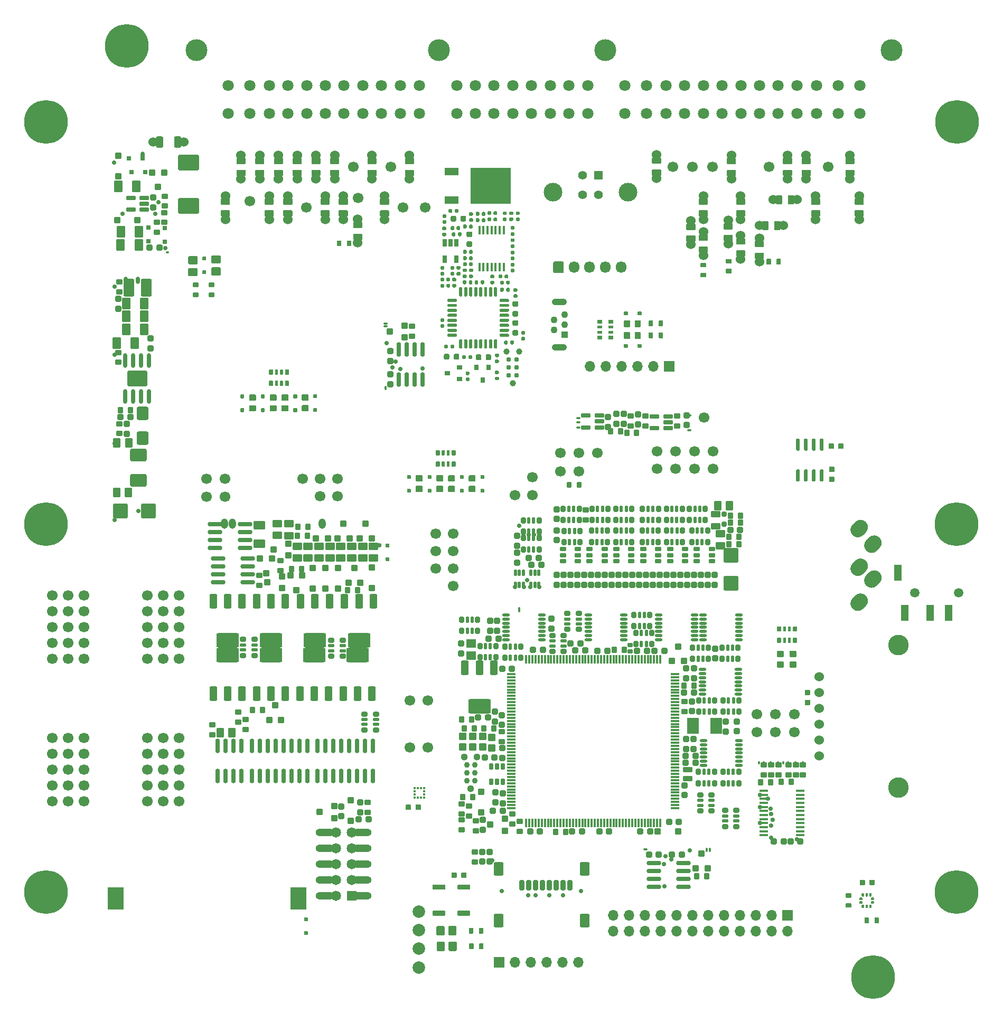
<source format=gts>
G75*
G70*
%OFA0B0*%
%FSLAX25Y25*%
%IPPOS*%
%LPD*%
%AMOC8*
5,1,8,0,0,1.08239X$1,22.5*
%
%AMM160*
21,1,0.033070,0.030710,-0.000000,0.000000,180.000000*
21,1,0.022050,0.041730,-0.000000,0.000000,180.000000*
1,1,0.011020,-0.011020,0.015350*
1,1,0.011020,0.011020,0.015350*
1,1,0.011020,0.011020,-0.015350*
1,1,0.011020,-0.011020,-0.015350*
%
%AMM162*
21,1,0.038980,0.026770,-0.000000,0.000000,270.000000*
21,1,0.026770,0.038980,-0.000000,0.000000,270.000000*
1,1,0.012210,-0.013390,-0.013390*
1,1,0.012210,-0.013390,0.013390*
1,1,0.012210,0.013390,0.013390*
1,1,0.012210,0.013390,-0.013390*
%
%AMM163*
21,1,0.033070,0.030710,-0.000000,0.000000,90.000000*
21,1,0.022050,0.041730,-0.000000,0.000000,90.000000*
1,1,0.011020,0.015350,0.011020*
1,1,0.011020,0.015350,-0.011020*
1,1,0.011020,-0.015350,-0.011020*
1,1,0.011020,-0.015350,0.011020*
%
%AMM164*
21,1,0.044880,0.049210,-0.000000,0.000000,180.000000*
21,1,0.031500,0.062600,-0.000000,0.000000,180.000000*
1,1,0.013390,-0.015750,0.024610*
1,1,0.013390,0.015750,0.024610*
1,1,0.013390,0.015750,-0.024610*
1,1,0.013390,-0.015750,-0.024610*
%
%AMM166*
21,1,0.038980,0.026770,-0.000000,0.000000,0.000000*
21,1,0.026770,0.038980,-0.000000,0.000000,0.000000*
1,1,0.012210,0.013390,-0.013390*
1,1,0.012210,-0.013390,-0.013390*
1,1,0.012210,-0.013390,0.013390*
1,1,0.012210,0.013390,0.013390*
%
%AMM189*
21,1,0.033070,0.030710,-0.000000,-0.000000,270.000000*
21,1,0.022050,0.041730,-0.000000,-0.000000,270.000000*
1,1,0.011020,-0.015350,-0.011020*
1,1,0.011020,-0.015350,0.011020*
1,1,0.011020,0.015350,0.011020*
1,1,0.011020,0.015350,-0.011020*
%
%AMM190*
21,1,0.092130,0.073230,-0.000000,-0.000000,90.000000*
21,1,0.069290,0.096060,-0.000000,-0.000000,90.000000*
1,1,0.022840,0.036610,0.034650*
1,1,0.022840,0.036610,-0.034650*
1,1,0.022840,-0.036610,-0.034650*
1,1,0.022840,-0.036610,0.034650*
%
%AMM191*
21,1,0.038980,0.026770,-0.000000,-0.000000,0.000000*
21,1,0.026770,0.038980,-0.000000,-0.000000,0.000000*
1,1,0.012210,0.013390,-0.013390*
1,1,0.012210,-0.013390,-0.013390*
1,1,0.012210,-0.013390,0.013390*
1,1,0.012210,0.013390,0.013390*
%
%AMM192*
21,1,0.033070,0.030710,-0.000000,-0.000000,180.000000*
21,1,0.022050,0.041730,-0.000000,-0.000000,180.000000*
1,1,0.011020,-0.011020,0.015350*
1,1,0.011020,0.011020,0.015350*
1,1,0.011020,0.011020,-0.015350*
1,1,0.011020,-0.011020,-0.015350*
%
%AMM193*
21,1,0.044880,0.049210,-0.000000,-0.000000,270.000000*
21,1,0.031500,0.062600,-0.000000,-0.000000,270.000000*
1,1,0.013390,-0.024610,-0.015750*
1,1,0.013390,-0.024610,0.015750*
1,1,0.013390,0.024610,0.015750*
1,1,0.013390,0.024610,-0.015750*
%
%AMM194*
21,1,0.023230,0.027950,-0.000000,-0.000000,180.000000*
21,1,0.014170,0.037010,-0.000000,-0.000000,180.000000*
1,1,0.009060,-0.007090,0.013980*
1,1,0.009060,0.007090,0.013980*
1,1,0.009060,0.007090,-0.013980*
1,1,0.009060,-0.007090,-0.013980*
%
%AMM195*
21,1,0.038980,0.026770,-0.000000,-0.000000,90.000000*
21,1,0.026770,0.038980,-0.000000,-0.000000,90.000000*
1,1,0.012210,0.013390,0.013390*
1,1,0.012210,0.013390,-0.013390*
1,1,0.012210,-0.013390,-0.013390*
1,1,0.012210,-0.013390,0.013390*
%
%AMM196*
21,1,0.029130,0.030710,-0.000000,-0.000000,270.000000*
21,1,0.018900,0.040950,-0.000000,-0.000000,270.000000*
1,1,0.010240,-0.015350,-0.009450*
1,1,0.010240,-0.015350,0.009450*
1,1,0.010240,0.015350,0.009450*
1,1,0.010240,0.015350,-0.009450*
%
%AMM197*
21,1,0.031100,0.026380,-0.000000,-0.000000,180.000000*
21,1,0.020470,0.037010,-0.000000,-0.000000,180.000000*
1,1,0.010630,-0.010240,0.013190*
1,1,0.010630,0.010240,0.013190*
1,1,0.010630,0.010240,-0.013190*
1,1,0.010630,-0.010240,-0.013190*
%
%AMM198*
21,1,0.044880,0.049210,-0.000000,-0.000000,0.000000*
21,1,0.031500,0.062600,-0.000000,-0.000000,0.000000*
1,1,0.013390,0.015750,-0.024610*
1,1,0.013390,-0.015750,-0.024610*
1,1,0.013390,-0.015750,0.024610*
1,1,0.013390,0.015750,0.024610*
%
%AMM199*
21,1,0.040950,0.050000,-0.000000,-0.000000,90.000000*
21,1,0.028350,0.062600,-0.000000,-0.000000,90.000000*
1,1,0.012600,0.025000,0.014170*
1,1,0.012600,0.025000,-0.014170*
1,1,0.012600,-0.025000,-0.014170*
1,1,0.012600,-0.025000,0.014170*
%
%AMM208*
21,1,0.038980,0.026770,-0.000000,-0.000000,180.000000*
21,1,0.026770,0.038980,-0.000000,-0.000000,180.000000*
1,1,0.012210,-0.013390,0.013390*
1,1,0.012210,0.013390,0.013390*
1,1,0.012210,0.013390,-0.013390*
1,1,0.012210,-0.013390,-0.013390*
%
%AMM209*
21,1,0.033070,0.030710,-0.000000,-0.000000,90.000000*
21,1,0.022050,0.041730,-0.000000,-0.000000,90.000000*
1,1,0.011020,0.015350,0.011020*
1,1,0.011020,0.015350,-0.011020*
1,1,0.011020,-0.015350,-0.011020*
1,1,0.011020,-0.015350,0.011020*
%
%AMM241*
21,1,0.033070,0.030710,-0.000000,0.000000,270.000000*
21,1,0.022050,0.041730,-0.000000,0.000000,270.000000*
1,1,0.011020,-0.015350,-0.011020*
1,1,0.011020,-0.015350,0.011020*
1,1,0.011020,0.015350,0.011020*
1,1,0.011020,0.015350,-0.011020*
%
%AMM279*
21,1,0.041340,0.026770,-0.000000,-0.000000,0.000000*
21,1,0.029130,0.038980,-0.000000,-0.000000,0.000000*
1,1,0.012210,0.014570,-0.013390*
1,1,0.012210,-0.014570,-0.013390*
1,1,0.012210,-0.014570,0.013390*
1,1,0.012210,0.014570,0.013390*
%
%AMM280*
21,1,0.040950,0.030320,-0.000000,-0.000000,0.000000*
21,1,0.028350,0.042910,-0.000000,-0.000000,0.000000*
1,1,0.012600,0.014170,-0.015160*
1,1,0.012600,-0.014170,-0.015160*
1,1,0.012600,-0.014170,0.015160*
1,1,0.012600,0.014170,0.015160*
%
%AMM281*
21,1,0.040950,0.030320,-0.000000,-0.000000,90.000000*
21,1,0.028350,0.042910,-0.000000,-0.000000,90.000000*
1,1,0.012600,0.015160,0.014170*
1,1,0.012600,0.015160,-0.014170*
1,1,0.012600,-0.015160,-0.014170*
1,1,0.012600,-0.015160,0.014170*
%
%AMM282*
21,1,0.044880,0.035430,-0.000000,-0.000000,90.000000*
21,1,0.031500,0.048820,-0.000000,-0.000000,90.000000*
1,1,0.013390,0.017720,0.015750*
1,1,0.013390,0.017720,-0.015750*
1,1,0.013390,-0.017720,-0.015750*
1,1,0.013390,-0.017720,0.015750*
%
%AMM283*
21,1,0.033070,0.030710,-0.000000,-0.000000,0.000000*
21,1,0.022050,0.041730,-0.000000,-0.000000,0.000000*
1,1,0.011020,0.011020,-0.015350*
1,1,0.011020,-0.011020,-0.015350*
1,1,0.011020,-0.011020,0.015350*
1,1,0.011020,0.011020,0.015350*
%
%AMM284*
21,1,0.029130,0.030710,-0.000000,-0.000000,0.000000*
21,1,0.018900,0.040950,-0.000000,-0.000000,0.000000*
1,1,0.010240,0.009450,-0.015350*
1,1,0.010240,-0.009450,-0.015350*
1,1,0.010240,-0.009450,0.015350*
1,1,0.010240,0.009450,0.015350*
%
%AMM285*
21,1,0.041340,0.026770,-0.000000,-0.000000,90.000000*
21,1,0.029130,0.038980,-0.000000,-0.000000,90.000000*
1,1,0.012210,0.013390,0.014570*
1,1,0.012210,0.013390,-0.014570*
1,1,0.012210,-0.013390,-0.014570*
1,1,0.012210,-0.013390,0.014570*
%
%AMM286*
21,1,0.033070,0.049610,-0.000000,-0.000000,90.000000*
21,1,0.022050,0.060630,-0.000000,-0.000000,90.000000*
1,1,0.011020,0.024800,0.011020*
1,1,0.011020,0.024800,-0.011020*
1,1,0.011020,-0.024800,-0.011020*
1,1,0.011020,-0.024800,0.011020*
%
%AMM287*
21,1,0.033070,0.018900,-0.000000,-0.000000,0.000000*
21,1,0.022840,0.029130,-0.000000,-0.000000,0.000000*
1,1,0.010240,0.011420,-0.009450*
1,1,0.010240,-0.011420,-0.009450*
1,1,0.010240,-0.011420,0.009450*
1,1,0.010240,0.011420,0.009450*
%
%AMM288*
21,1,0.023230,0.027950,-0.000000,-0.000000,90.000000*
21,1,0.014170,0.037010,-0.000000,-0.000000,90.000000*
1,1,0.009060,0.013980,0.007090*
1,1,0.009060,0.013980,-0.007090*
1,1,0.009060,-0.013980,-0.007090*
1,1,0.009060,-0.013980,0.007090*
%
%AMM289*
21,1,0.031100,0.026380,-0.000000,-0.000000,90.000000*
21,1,0.020470,0.037010,-0.000000,-0.000000,90.000000*
1,1,0.010630,0.013190,0.010240*
1,1,0.010630,0.013190,-0.010240*
1,1,0.010630,-0.013190,-0.010240*
1,1,0.010630,-0.013190,0.010240*
%
%AMM290*
21,1,0.048820,0.075990,-0.000000,-0.000000,180.000000*
21,1,0.034650,0.090160,-0.000000,-0.000000,180.000000*
1,1,0.014170,-0.017320,0.037990*
1,1,0.014170,0.017320,0.037990*
1,1,0.014170,0.017320,-0.037990*
1,1,0.014170,-0.017320,-0.037990*
%
%AMM291*
21,1,0.048820,0.075980,-0.000000,-0.000000,180.000000*
21,1,0.034650,0.090160,-0.000000,-0.000000,180.000000*
1,1,0.014170,-0.017320,0.037990*
1,1,0.014170,0.017320,0.037990*
1,1,0.014170,0.017320,-0.037990*
1,1,0.014170,-0.017320,-0.037990*
%
%AMM292*
21,1,0.143310,0.067720,-0.000000,-0.000000,180.000000*
21,1,0.120870,0.090160,-0.000000,-0.000000,180.000000*
1,1,0.022440,-0.060430,0.033860*
1,1,0.022440,0.060430,0.033860*
1,1,0.022440,0.060430,-0.033860*
1,1,0.022440,-0.060430,-0.033860*
%
%AMM293*
21,1,0.015350,0.017720,-0.000000,-0.000000,0.000000*
21,1,0.000000,0.033070,-0.000000,-0.000000,0.000000*
1,1,0.015350,-0.000000,-0.008860*
1,1,0.015350,-0.000000,-0.008860*
1,1,0.015350,-0.000000,0.008860*
1,1,0.015350,-0.000000,0.008860*
%
%AMM306*
21,1,0.076380,0.036220,-0.000000,0.000000,90.000000*
21,1,0.061810,0.050790,-0.000000,0.000000,90.000000*
1,1,0.014570,0.018110,0.030910*
1,1,0.014570,0.018110,-0.030910*
1,1,0.014570,-0.018110,-0.030910*
1,1,0.014570,-0.018110,0.030910*
%
%AMM308*
21,1,0.040950,0.030320,-0.000000,0.000000,90.000000*
21,1,0.028350,0.042910,-0.000000,0.000000,90.000000*
1,1,0.012600,0.015160,0.014170*
1,1,0.012600,0.015160,-0.014170*
1,1,0.012600,-0.015160,-0.014170*
1,1,0.012600,-0.015160,0.014170*
%
%AMM309*
21,1,0.023230,0.027950,-0.000000,0.000000,180.000000*
21,1,0.014170,0.037010,-0.000000,0.000000,180.000000*
1,1,0.009060,-0.007090,0.013980*
1,1,0.009060,0.007090,0.013980*
1,1,0.009060,0.007090,-0.013980*
1,1,0.009060,-0.007090,-0.013980*
%
%AMM310*
21,1,0.031100,0.026380,-0.000000,0.000000,180.000000*
21,1,0.020470,0.037010,-0.000000,0.000000,180.000000*
1,1,0.010630,-0.010240,0.013190*
1,1,0.010630,0.010240,0.013190*
1,1,0.010630,0.010240,-0.013190*
1,1,0.010630,-0.010240,-0.013190*
%
%AMM313*
21,1,0.041340,0.026770,-0.000000,0.000000,180.000000*
21,1,0.029130,0.038980,-0.000000,0.000000,180.000000*
1,1,0.012210,-0.014570,0.013390*
1,1,0.012210,0.014570,0.013390*
1,1,0.012210,0.014570,-0.013390*
1,1,0.012210,-0.014570,-0.013390*
%
%AMM326*
21,1,0.076380,0.036220,-0.000000,-0.000000,180.000000*
21,1,0.061810,0.050790,-0.000000,-0.000000,180.000000*
1,1,0.014570,-0.030910,0.018110*
1,1,0.014570,0.030910,0.018110*
1,1,0.014570,0.030910,-0.018110*
1,1,0.014570,-0.030910,-0.018110*
%
%AMM327*
21,1,0.048820,0.075980,-0.000000,-0.000000,0.000000*
21,1,0.034650,0.090160,-0.000000,-0.000000,0.000000*
1,1,0.014170,0.017320,-0.037990*
1,1,0.014170,-0.017320,-0.037990*
1,1,0.014170,-0.017320,0.037990*
1,1,0.014170,0.017320,0.037990*
%
%AMM328*
21,1,0.040950,0.030320,-0.000000,-0.000000,180.000000*
21,1,0.028350,0.042910,-0.000000,-0.000000,180.000000*
1,1,0.012600,-0.014170,0.015160*
1,1,0.012600,0.014170,0.015160*
1,1,0.012600,0.014170,-0.015160*
1,1,0.012600,-0.014170,-0.015160*
%
%AMM329*
21,1,0.023230,0.027950,-0.000000,-0.000000,270.000000*
21,1,0.014170,0.037010,-0.000000,-0.000000,270.000000*
1,1,0.009060,-0.013980,-0.007090*
1,1,0.009060,-0.013980,0.007090*
1,1,0.009060,0.013980,0.007090*
1,1,0.009060,0.013980,-0.007090*
%
%AMM330*
21,1,0.031100,0.026380,-0.000000,-0.000000,270.000000*
21,1,0.020470,0.037010,-0.000000,-0.000000,270.000000*
1,1,0.010630,-0.013190,-0.010240*
1,1,0.010630,-0.013190,0.010240*
1,1,0.010630,0.013190,0.010240*
1,1,0.010630,0.013190,-0.010240*
%
%AMM331*
21,1,0.143310,0.067720,-0.000000,-0.000000,0.000000*
21,1,0.120870,0.090160,-0.000000,-0.000000,0.000000*
1,1,0.022440,0.060430,-0.033860*
1,1,0.022440,-0.060430,-0.033860*
1,1,0.022440,-0.060430,0.033860*
1,1,0.022440,0.060430,0.033860*
%
%AMM332*
21,1,0.048820,0.075990,-0.000000,-0.000000,0.000000*
21,1,0.034650,0.090160,-0.000000,-0.000000,0.000000*
1,1,0.014170,0.017320,-0.037990*
1,1,0.014170,-0.017320,-0.037990*
1,1,0.014170,-0.017320,0.037990*
1,1,0.014170,0.017320,0.037990*
%
%AMM333*
21,1,0.041340,0.026770,-0.000000,-0.000000,270.000000*
21,1,0.029130,0.038980,-0.000000,-0.000000,270.000000*
1,1,0.012210,-0.013390,-0.014570*
1,1,0.012210,-0.013390,0.014570*
1,1,0.012210,0.013390,0.014570*
1,1,0.012210,0.013390,-0.014570*
%
%AMM335*
21,1,0.018110,0.028980,-0.000000,0.000000,0.000000*
21,1,0.010080,0.037010,-0.000000,0.000000,0.000000*
1,1,0.008030,0.005040,-0.014490*
1,1,0.008030,-0.005040,-0.014490*
1,1,0.008030,-0.005040,0.014490*
1,1,0.008030,0.005040,0.014490*
%
%AMM34*
21,1,0.033070,0.030710,0.000000,0.000000,270.000000*
21,1,0.022050,0.041730,0.000000,0.000000,270.000000*
1,1,0.011020,-0.015350,-0.011020*
1,1,0.011020,-0.015350,0.011020*
1,1,0.011020,0.015350,0.011020*
1,1,0.011020,0.015350,-0.011020*
%
%AMM347*
21,1,0.041340,0.026770,-0.000000,0.000000,90.000000*
21,1,0.029130,0.038980,-0.000000,0.000000,90.000000*
1,1,0.012210,0.013390,0.014570*
1,1,0.012210,0.013390,-0.014570*
1,1,0.012210,-0.013390,-0.014570*
1,1,0.012210,-0.013390,0.014570*
%
%AMM351*
21,1,0.040950,0.030320,0.000000,-0.000000,90.000000*
21,1,0.028350,0.042910,0.000000,-0.000000,90.000000*
1,1,0.012600,0.015160,0.014170*
1,1,0.012600,0.015160,-0.014170*
1,1,0.012600,-0.015160,-0.014170*
1,1,0.012600,-0.015160,0.014170*
%
%AMM352*
21,1,0.038980,0.026770,0.000000,-0.000000,270.000000*
21,1,0.026770,0.038980,0.000000,-0.000000,270.000000*
1,1,0.012210,-0.013390,-0.013390*
1,1,0.012210,-0.013390,0.013390*
1,1,0.012210,0.013390,0.013390*
1,1,0.012210,0.013390,-0.013390*
%
%AMM353*
21,1,0.033070,0.030710,0.000000,-0.000000,90.000000*
21,1,0.022050,0.041730,0.000000,-0.000000,90.000000*
1,1,0.011020,0.015350,0.011020*
1,1,0.011020,0.015350,-0.011020*
1,1,0.011020,-0.015350,-0.011020*
1,1,0.011020,-0.015350,0.011020*
%
%AMM357*
21,1,0.027170,0.052760,-0.000000,-0.000000,90.000000*
21,1,0.017320,0.062600,-0.000000,-0.000000,90.000000*
1,1,0.009840,0.026380,0.008660*
1,1,0.009840,0.026380,-0.008660*
1,1,0.009840,-0.026380,-0.008660*
1,1,0.009840,-0.026380,0.008660*
%
%AMM365*
21,1,0.029130,0.018900,-0.000000,0.000000,0.000000*
21,1,0.018900,0.029130,-0.000000,0.000000,0.000000*
1,1,0.010240,0.009450,-0.009450*
1,1,0.010240,-0.009450,-0.009450*
1,1,0.010240,-0.009450,0.009450*
1,1,0.010240,0.009450,0.009450*
%
%AMM366*
21,1,0.100000,0.111020,-0.000000,0.000000,270.000000*
21,1,0.075590,0.135430,-0.000000,0.000000,270.000000*
1,1,0.024410,-0.055510,-0.037800*
1,1,0.024410,-0.055510,0.037800*
1,1,0.024410,0.055510,0.037800*
1,1,0.024410,0.055510,-0.037800*
%
%AMM367*
21,1,0.027170,0.052760,-0.000000,0.000000,90.000000*
21,1,0.017320,0.062600,-0.000000,0.000000,90.000000*
1,1,0.009840,0.026380,0.008660*
1,1,0.009840,0.026380,-0.008660*
1,1,0.009840,-0.026380,-0.008660*
1,1,0.009840,-0.026380,0.008660*
%
%AMM368*
21,1,0.040950,0.030320,-0.000000,0.000000,180.000000*
21,1,0.028350,0.042910,-0.000000,0.000000,180.000000*
1,1,0.012600,-0.014170,0.015160*
1,1,0.012600,0.014170,0.015160*
1,1,0.012600,0.014170,-0.015160*
1,1,0.012600,-0.014170,-0.015160*
%
%AMM369*
21,1,0.038980,0.026770,-0.000000,0.000000,180.000000*
21,1,0.026770,0.038980,-0.000000,0.000000,180.000000*
1,1,0.012210,-0.013390,0.013390*
1,1,0.012210,0.013390,0.013390*
1,1,0.012210,0.013390,-0.013390*
1,1,0.012210,-0.013390,-0.013390*
%
%AMM370*
21,1,0.029130,0.018900,-0.000000,0.000000,270.000000*
21,1,0.018900,0.029130,-0.000000,0.000000,270.000000*
1,1,0.010240,-0.009450,-0.009450*
1,1,0.010240,-0.009450,0.009450*
1,1,0.010240,0.009450,0.009450*
1,1,0.010240,0.009450,-0.009450*
%
%AMM377*
21,1,0.111810,0.050390,-0.000000,0.000000,90.000000*
21,1,0.093700,0.068500,-0.000000,0.000000,90.000000*
1,1,0.018110,0.025200,0.046850*
1,1,0.018110,0.025200,-0.046850*
1,1,0.018110,-0.025200,-0.046850*
1,1,0.018110,-0.025200,0.046850*
%
%AMM378*
21,1,0.076380,0.036220,-0.000000,0.000000,270.000000*
21,1,0.061810,0.050790,-0.000000,0.000000,270.000000*
1,1,0.014570,-0.018110,-0.030910*
1,1,0.014570,-0.018110,0.030910*
1,1,0.014570,0.018110,0.030910*
1,1,0.014570,0.018110,-0.030910*
%
%AMM379*
21,1,0.092130,0.073230,-0.000000,0.000000,180.000000*
21,1,0.069290,0.096060,-0.000000,0.000000,180.000000*
1,1,0.022840,-0.034650,0.036610*
1,1,0.022840,0.034650,0.036610*
1,1,0.022840,0.034650,-0.036610*
1,1,0.022840,-0.034650,-0.036610*
%
%AMM380*
21,1,0.084250,0.053540,-0.000000,0.000000,270.000000*
21,1,0.065350,0.072440,-0.000000,0.000000,270.000000*
1,1,0.018900,-0.026770,-0.032680*
1,1,0.018900,-0.026770,0.032680*
1,1,0.018900,0.026770,0.032680*
1,1,0.018900,0.026770,-0.032680*
%
%AMM381*
21,1,0.127560,0.075590,-0.000000,0.000000,0.000000*
21,1,0.103150,0.100000,-0.000000,0.000000,0.000000*
1,1,0.024410,0.051580,-0.037800*
1,1,0.024410,-0.051580,-0.037800*
1,1,0.024410,-0.051580,0.037800*
1,1,0.024410,0.051580,0.037800*
%
%AMM382*
21,1,0.080320,0.083460,-0.000000,0.000000,270.000000*
21,1,0.059840,0.103940,-0.000000,0.000000,270.000000*
1,1,0.020470,-0.041730,-0.029920*
1,1,0.020470,-0.041730,0.029920*
1,1,0.020470,0.041730,0.029920*
1,1,0.020470,0.041730,-0.029920*
%
%AMM80*
21,1,0.084250,0.045670,0.000000,0.000000,270.000000*
21,1,0.067320,0.062600,0.000000,0.000000,270.000000*
1,1,0.016930,-0.022840,-0.033660*
1,1,0.016930,-0.022840,0.033660*
1,1,0.016930,0.022840,0.033660*
1,1,0.016930,0.022840,-0.033660*
%
%AMM81*
21,1,0.064570,0.020470,0.000000,0.000000,270.000000*
21,1,0.053940,0.031100,0.000000,0.000000,270.000000*
1,1,0.010630,-0.010240,-0.026970*
1,1,0.010630,-0.010240,0.026970*
1,1,0.010630,0.010240,0.026970*
1,1,0.010630,0.010240,-0.026970*
%
%AMM82*
21,1,0.038980,0.026770,0.000000,0.000000,90.000000*
21,1,0.026770,0.038980,0.000000,0.000000,90.000000*
1,1,0.012210,0.013390,0.013390*
1,1,0.012210,0.013390,-0.013390*
1,1,0.012210,-0.013390,-0.013390*
1,1,0.012210,-0.013390,0.013390*
%
%ADD113R,0.03543X0.03150*%
%ADD114C,0.03651*%
%ADD115C,0.04451*%
%ADD118O,0.01969X0.00984*%
%ADD131C,0.07087*%
%ADD139M82*%
%ADD145O,0.03937X0.05906*%
%ADD146C,0.02362*%
%ADD156C,0.13780*%
%ADD160R,0.01476X0.01378*%
%ADD162O,0.01969X0.00787*%
%ADD169O,0.03701X0.02913*%
%ADD182C,0.05512*%
%ADD191O,0.06693X0.07283*%
%ADD195O,0.01417X0.05669*%
%ADD201R,0.05512X0.05512*%
%ADD210O,0.04488X0.06457*%
%ADD214C,0.13000*%
%ADD22M81*%
%ADD223O,0.00984X0.01969*%
%ADD230C,0.03701*%
%ADD238O,0.05669X0.01417*%
%ADD239C,0.05906*%
%ADD247R,0.01378X0.01476*%
%ADD250O,0.09213X0.02913*%
%ADD257R,0.06457X0.05669*%
%ADD259R,0.10236X0.14173*%
%ADD260C,0.06457*%
%ADD263R,0.03150X0.03543*%
%ADD265O,0.03150X0.02362*%
%ADD270O,0.02913X0.09213*%
%ADD277C,0.06000*%
%ADD290C,0.27559*%
%ADD296O,0.02520X0.01535*%
%ADD298R,0.06457X0.06457*%
%ADD299R,0.04331X0.04331*%
%ADD307C,0.04331*%
%ADD318O,0.09449X0.04331*%
%ADD320O,0.06693X0.06693*%
%ADD330O,0.00787X0.01575*%
%ADD339M34*%
%ADD350C,0.03900*%
%ADD369M160*%
%ADD37O,0.02520X0.04488*%
%ADD371M162*%
%ADD372M163*%
%ADD373M164*%
%ADD375M166*%
%ADD38C,0.03100*%
%ADD398M189*%
%ADD399M190*%
%ADD400M191*%
%ADD401M192*%
%ADD402M193*%
%ADD403M194*%
%ADD404M195*%
%ADD405M196*%
%ADD406M197*%
%ADD407M198*%
%ADD408M199*%
%ADD421M208*%
%ADD422M209*%
%ADD44C,0.06693*%
%ADD459M241*%
%ADD46C,0.07874*%
%ADD498M279*%
%ADD499M280*%
%ADD50R,0.07244X0.10000*%
%ADD500M281*%
%ADD501M282*%
%ADD502M283*%
%ADD503M284*%
%ADD504M285*%
%ADD505M286*%
%ADD506M287*%
%ADD507M288*%
%ADD508M289*%
%ADD509M290*%
%ADD510M291*%
%ADD511M292*%
%ADD512M293*%
%ADD52R,0.06693X0.06693*%
%ADD53M80*%
%ADD540M306*%
%ADD542M308*%
%ADD543M309*%
%ADD544M310*%
%ADD547M313*%
%ADD560M326*%
%ADD561M327*%
%ADD562M328*%
%ADD563M329*%
%ADD564M330*%
%ADD565M331*%
%ADD566M332*%
%ADD567M333*%
%ADD569M335*%
%ADD582O,0.11772X0.04567*%
%ADD583M347*%
%ADD587M351*%
%ADD588M352*%
%ADD589M353*%
%ADD59O,0.01339X0.02126*%
%ADD593M357*%
%ADD604M365*%
%ADD605O,0.02520X0.01339*%
%ADD606M366*%
%ADD607M367*%
%ADD608M368*%
%ADD609M369*%
%ADD610M370*%
%ADD620M377*%
%ADD621M378*%
%ADD622M379*%
%ADD623M380*%
%ADD624O,0.02520X0.09213*%
%ADD625M381*%
%ADD626M382*%
%ADD627R,0.02559X0.04803*%
%ADD628R,0.01772X0.05709*%
%ADD629R,0.08661X0.04724*%
%ADD630R,0.25197X0.22835*%
%ADD64O,0.04882X0.01732*%
%ADD70O,0.05512X0.01535*%
%ADD71O,0.01969X0.03937*%
%ADD74O,0.01535X0.02520*%
%ADD85C,0.11811*%
%ADD88R,0.04724X0.09843*%
%ADD89O,0.04488X0.02520*%
%ADD97C,0.02913*%
X0000000Y0000000D02*
%LPD*%
G01*
G36*
G01*
X0199606Y0480945D02*
X0199606Y0484016D01*
G75*
G02*
X0199882Y0484291I0000276J0000000D01*
G01*
X0202087Y0484291D01*
G75*
G02*
X0202362Y0484016I0000000J-000276D01*
G01*
X0202362Y0480945D01*
G75*
G02*
X0202087Y0480669I-000276J0000000D01*
G01*
X0199882Y0480669D01*
G75*
G02*
X0199606Y0480945I0000000J0000276D01*
G01*
G37*
G36*
G01*
X0205906Y0480945D02*
X0205906Y0484016D01*
G75*
G02*
X0206181Y0484291I0000276J0000000D01*
G01*
X0208386Y0484291D01*
G75*
G02*
X0208661Y0484016I0000000J-000276D01*
G01*
X0208661Y0480945D01*
G75*
G02*
X0208386Y0480669I-000276J0000000D01*
G01*
X0206181Y0480669D01*
G75*
G02*
X0205906Y0480945I0000000J0000276D01*
G01*
G37*
G36*
G01*
X0448386Y0463583D02*
X0445315Y0463583D01*
G75*
G02*
X0445039Y0463858I0000000J0000276D01*
G01*
X0445039Y0466063D01*
G75*
G02*
X0445315Y0466339I0000276J0000000D01*
G01*
X0448386Y0466339D01*
G75*
G02*
X0448661Y0466063I0000000J-000276D01*
G01*
X0448661Y0463858D01*
G75*
G02*
X0448386Y0463583I-000276J0000000D01*
G01*
G37*
G36*
G01*
X0448386Y0469882D02*
X0445315Y0469882D01*
G75*
G02*
X0445039Y0470157I0000000J0000276D01*
G01*
X0445039Y0472362D01*
G75*
G02*
X0445315Y0472638I0000276J0000000D01*
G01*
X0448386Y0472638D01*
G75*
G02*
X0448661Y0472362I0000000J-000276D01*
G01*
X0448661Y0470157D01*
G75*
G02*
X0448386Y0469882I-000276J0000000D01*
G01*
G37*
G36*
G01*
X0432287Y0461024D02*
X0429216Y0461024D01*
G75*
G02*
X0428941Y0461299I0000000J0000276D01*
G01*
X0428941Y0463504D01*
G75*
G02*
X0429216Y0463780I0000276J0000000D01*
G01*
X0432287Y0463780D01*
G75*
G02*
X0432563Y0463504I0000000J-000276D01*
G01*
X0432563Y0461299D01*
G75*
G02*
X0432287Y0461024I-000276J0000000D01*
G01*
G37*
G36*
G01*
X0432287Y0467323D02*
X0429216Y0467323D01*
G75*
G02*
X0428941Y0467598I0000000J0000276D01*
G01*
X0428941Y0469803D01*
G75*
G02*
X0429216Y0470079I0000276J0000000D01*
G01*
X0432287Y0470079D01*
G75*
G02*
X0432563Y0469803I0000000J-000276D01*
G01*
X0432563Y0467598D01*
G75*
G02*
X0432287Y0467323I-000276J0000000D01*
G01*
G37*
D146*
X0297507Y0092873D03*
X0303708Y0073562D03*
X0353724Y0073597D03*
X0320342Y0070924D03*
X0324968Y0070924D03*
X0333531Y0070924D03*
X0342291Y0070924D03*
D118*
X0351810Y0365998D03*
X0351810Y0369443D03*
X0351810Y0372198D03*
X0421987Y0373970D03*
X0421987Y0364521D03*
G36*
G01*
X0206007Y0499409D02*
X0201085Y0499409D01*
G75*
G02*
X0200692Y0499803I0000000J0000394D01*
G01*
X0200692Y0502953D01*
G75*
G02*
X0201085Y0503346I0000394J0000000D01*
G01*
X0206007Y0503346D01*
G75*
G02*
X0206400Y0502953I0000000J-000394D01*
G01*
X0206400Y0499803D01*
G75*
G02*
X0206007Y0499409I-000394J0000000D01*
G01*
G37*
D277*
X0203546Y0497618D03*
X0203546Y0512618D03*
G36*
G01*
X0206007Y0506890D02*
X0201085Y0506890D01*
G75*
G02*
X0200692Y0507284I0000000J0000394D01*
G01*
X0200692Y0510433D01*
G75*
G02*
X0201085Y0510827I0000394J0000000D01*
G01*
X0206007Y0510827D01*
G75*
G02*
X0206400Y0510433I0000000J-000394D01*
G01*
X0206400Y0507284D01*
G75*
G02*
X0206007Y0506890I-000394J0000000D01*
G01*
G37*
D44*
X0245672Y0164192D03*
X0245672Y0193729D03*
X0233508Y0530709D03*
G36*
G01*
X0108842Y0457677D02*
X0111913Y0457677D01*
G75*
G02*
X0112189Y0457402I0000000J-000276D01*
G01*
X0112189Y0455197D01*
G75*
G02*
X0111913Y0454921I-000276J0000000D01*
G01*
X0108842Y0454921D01*
G75*
G02*
X0108567Y0455197I0000000J0000276D01*
G01*
X0108567Y0457402D01*
G75*
G02*
X0108842Y0457677I0000276J0000000D01*
G01*
G37*
G36*
G01*
X0108842Y0451378D02*
X0111913Y0451378D01*
G75*
G02*
X0112189Y0451102I0000000J-000276D01*
G01*
X0112189Y0448898D01*
G75*
G02*
X0111913Y0448622I-000276J0000000D01*
G01*
X0108842Y0448622D01*
G75*
G02*
X0108567Y0448898I0000000J0000276D01*
G01*
X0108567Y0451102D01*
G75*
G02*
X0108842Y0451378I0000276J0000000D01*
G01*
G37*
D52*
X0409252Y0404724D03*
D320*
X0399252Y0404724D03*
X0389252Y0404724D03*
X0379252Y0404724D03*
X0369252Y0404724D03*
X0359252Y0404724D03*
G36*
G01*
X0470669Y0469331D02*
X0470669Y0472402D01*
G75*
G02*
X0470945Y0472677I0000276J0000000D01*
G01*
X0473150Y0472677D01*
G75*
G02*
X0473425Y0472402I0000000J-000276D01*
G01*
X0473425Y0469331D01*
G75*
G02*
X0473150Y0469055I-000276J0000000D01*
G01*
X0470945Y0469055D01*
G75*
G02*
X0470669Y0469331I0000000J0000276D01*
G01*
G37*
G36*
G01*
X0476969Y0469331D02*
X0476969Y0472402D01*
G75*
G02*
X0477244Y0472677I0000276J0000000D01*
G01*
X0479449Y0472677D01*
G75*
G02*
X0479724Y0472402I0000000J-000276D01*
G01*
X0479724Y0469331D01*
G75*
G02*
X0479449Y0469055I-000276J0000000D01*
G01*
X0477244Y0469055D01*
G75*
G02*
X0476969Y0469331I0000000J0000276D01*
G01*
G37*
D46*
X0251181Y0025197D03*
G36*
G01*
X0242894Y0125039D02*
X0242894Y0127717D01*
G75*
G02*
X0243228Y0128051I0000335J0000000D01*
G01*
X0245906Y0128051D01*
G75*
G02*
X0246240Y0127717I0000000J-000335D01*
G01*
X0246240Y0125039D01*
G75*
G02*
X0245906Y0124705I-000335J0000000D01*
G01*
X0243228Y0124705D01*
G75*
G02*
X0242894Y0125039I0000000J0000335D01*
G01*
G37*
G36*
G01*
X0249114Y0125039D02*
X0249114Y0127717D01*
G75*
G02*
X0249449Y0128051I0000335J0000000D01*
G01*
X0252126Y0128051D01*
G75*
G02*
X0252461Y0127717I0000000J-000335D01*
G01*
X0252461Y0125039D01*
G75*
G02*
X0252126Y0124705I-000335J0000000D01*
G01*
X0249449Y0124705D01*
G75*
G02*
X0249114Y0125039I0000000J0000335D01*
G01*
G37*
D44*
X0200000Y0333858D03*
X0080000Y0220000D03*
X0080000Y0230000D03*
X0080000Y0240000D03*
X0080000Y0250000D03*
X0080000Y0260000D03*
X0090000Y0220000D03*
X0090000Y0230000D03*
X0090000Y0240000D03*
X0090000Y0250000D03*
X0090000Y0260000D03*
X0100000Y0220000D03*
X0100000Y0230000D03*
X0100000Y0240000D03*
X0100000Y0250000D03*
X0100000Y0260000D03*
D277*
X0454374Y0487382D03*
G36*
G01*
X0451913Y0485591D02*
X0456834Y0485591D01*
G75*
G02*
X0457228Y0485197I0000000J-000394D01*
G01*
X0457228Y0482047D01*
G75*
G02*
X0456834Y0481654I-000394J0000000D01*
G01*
X0451913Y0481654D01*
G75*
G02*
X0451520Y0482047I0000000J0000394D01*
G01*
X0451520Y0485197D01*
G75*
G02*
X0451913Y0485591I0000394J0000000D01*
G01*
G37*
G36*
G01*
X0451913Y0478110D02*
X0456834Y0478110D01*
G75*
G02*
X0457228Y0477716I0000000J-000394D01*
G01*
X0457228Y0474567D01*
G75*
G02*
X0456834Y0474173I-000394J0000000D01*
G01*
X0451913Y0474173D01*
G75*
G02*
X0451520Y0474567I0000000J0000394D01*
G01*
X0451520Y0477716D01*
G75*
G02*
X0451913Y0478110I0000394J0000000D01*
G01*
G37*
X0454374Y0472382D03*
D44*
X0177953Y0333858D03*
X0117323Y0333858D03*
X0272835Y0299213D03*
D145*
X0128573Y0305562D03*
X0133517Y0305562D03*
X0190112Y0305562D03*
D265*
X0225761Y0291797D03*
D277*
X0162642Y0523209D03*
G36*
G01*
X0165102Y0525000D02*
X0160181Y0525000D01*
G75*
G02*
X0159787Y0525394I0000000J0000394D01*
G01*
X0159787Y0528543D01*
G75*
G02*
X0160181Y0528937I0000394J0000000D01*
G01*
X0165102Y0528937D01*
G75*
G02*
X0165496Y0528543I0000000J-000394D01*
G01*
X0165496Y0525394D01*
G75*
G02*
X0165102Y0525000I-000394J0000000D01*
G01*
G37*
G36*
G01*
X0165102Y0532480D02*
X0160181Y0532480D01*
G75*
G02*
X0159787Y0532874I0000000J0000394D01*
G01*
X0159787Y0536024D01*
G75*
G02*
X0160181Y0536417I0000394J0000000D01*
G01*
X0165102Y0536417D01*
G75*
G02*
X0165496Y0536024I0000000J-000394D01*
G01*
X0165496Y0532874D01*
G75*
G02*
X0165102Y0532480I-000394J0000000D01*
G01*
G37*
X0162642Y0538209D03*
G36*
G01*
X0267635Y0041043D02*
X0267635Y0036161D01*
G75*
G02*
X0267123Y0035649I-000512J0000000D01*
G01*
X0263029Y0035649D01*
G75*
G02*
X0262517Y0036161I0000000J0000512D01*
G01*
X0262517Y0041043D01*
G75*
G02*
X0263029Y0041555I0000512J0000000D01*
G01*
X0267123Y0041555D01*
G75*
G02*
X0267635Y0041043I0000000J-000512D01*
G01*
G37*
G36*
G01*
X0275116Y0041043D02*
X0275116Y0036161D01*
G75*
G02*
X0274604Y0035649I-000512J0000000D01*
G01*
X0270509Y0035649D01*
G75*
G02*
X0269997Y0036161I0000000J0000512D01*
G01*
X0269997Y0041043D01*
G75*
G02*
X0270509Y0041555I0000512J0000000D01*
G01*
X0274604Y0041555D01*
G75*
G02*
X0275116Y0041043I0000000J-000512D01*
G01*
G37*
G36*
G01*
X0433212Y0499390D02*
X0428291Y0499390D01*
G75*
G02*
X0427897Y0499783I0000000J0000394D01*
G01*
X0427897Y0502933D01*
G75*
G02*
X0428291Y0503327I0000394J0000000D01*
G01*
X0433212Y0503327D01*
G75*
G02*
X0433606Y0502933I0000000J-000394D01*
G01*
X0433606Y0499783D01*
G75*
G02*
X0433212Y0499390I-000394J0000000D01*
G01*
G37*
X0430752Y0497598D03*
X0430752Y0512598D03*
G36*
G01*
X0433212Y0506870D02*
X0428291Y0506870D01*
G75*
G02*
X0427897Y0507264I0000000J0000394D01*
G01*
X0427897Y0510413D01*
G75*
G02*
X0428291Y0510807I0000394J0000000D01*
G01*
X0433212Y0510807D01*
G75*
G02*
X0433606Y0510413I0000000J-000394D01*
G01*
X0433606Y0507264D01*
G75*
G02*
X0433212Y0506870I-000394J0000000D01*
G01*
G37*
G36*
G01*
X0246103Y0335790D02*
X0246103Y0333901D01*
G75*
G02*
X0245867Y0333664I-000236J0000000D01*
G01*
X0243977Y0333664D01*
G75*
G02*
X0243741Y0333901I0000000J0000236D01*
G01*
X0243741Y0335790D01*
G75*
G02*
X0243977Y0336027I0000236J0000000D01*
G01*
X0245867Y0336027D01*
G75*
G02*
X0246103Y0335790I0000000J-000236D01*
G01*
G37*
G36*
G01*
X0246103Y0327129D02*
X0246103Y0325239D01*
G75*
G02*
X0245867Y0325003I-000236J0000000D01*
G01*
X0243977Y0325003D01*
G75*
G02*
X0243741Y0325239I0000000J0000236D01*
G01*
X0243741Y0327129D01*
G75*
G02*
X0243977Y0327365I0000236J0000000D01*
G01*
X0245867Y0327365D01*
G75*
G02*
X0246103Y0327129I0000000J-000236D01*
G01*
G37*
G36*
G01*
X0271749Y0082145D02*
X0271749Y0084822D01*
G75*
G02*
X0272084Y0085157I0000335J0000000D01*
G01*
X0274761Y0085157D01*
G75*
G02*
X0275096Y0084822I0000000J-000335D01*
G01*
X0275096Y0082145D01*
G75*
G02*
X0274761Y0081811I-000335J0000000D01*
G01*
X0272084Y0081811D01*
G75*
G02*
X0271749Y0082145I0000000J0000335D01*
G01*
G37*
G36*
G01*
X0277970Y0082145D02*
X0277970Y0084822D01*
G75*
G02*
X0278305Y0085157I0000335J0000000D01*
G01*
X0280982Y0085157D01*
G75*
G02*
X0281316Y0084822I0000000J-000335D01*
G01*
X0281316Y0082145D01*
G75*
G02*
X0280982Y0081811I-000335J0000000D01*
G01*
X0278305Y0081811D01*
G75*
G02*
X0277970Y0082145I0000000J0000335D01*
G01*
G37*
D44*
X0188976Y0322835D03*
D201*
X0364567Y0525591D03*
D182*
X0354724Y0525591D03*
X0354724Y0512992D03*
X0364567Y0512992D03*
D85*
X0383346Y0514921D03*
X0335945Y0514921D03*
G36*
G01*
X0260273Y0077578D02*
X0267517Y0077578D01*
G75*
G02*
X0267832Y0077263I0000000J-000315D01*
G01*
X0267832Y0074744D01*
G75*
G02*
X0267517Y0074429I-000315J0000000D01*
G01*
X0260273Y0074429D01*
G75*
G02*
X0259958Y0074744I0000000J0000315D01*
G01*
X0259958Y0077263D01*
G75*
G02*
X0260273Y0077578I0000315J0000000D01*
G01*
G37*
G36*
G01*
X0260273Y0061043D02*
X0267517Y0061043D01*
G75*
G02*
X0267832Y0060728I0000000J-000315D01*
G01*
X0267832Y0058208D01*
G75*
G02*
X0267517Y0057893I-000315J0000000D01*
G01*
X0260273Y0057893D01*
G75*
G02*
X0259958Y0058208I0000000J0000315D01*
G01*
X0259958Y0060728D01*
G75*
G02*
X0260273Y0061043I0000315J0000000D01*
G01*
G37*
G36*
G01*
X0283111Y0336027D02*
X0286654Y0336027D01*
G75*
G02*
X0287048Y0335633I0000000J-000394D01*
G01*
X0287048Y0332483D01*
G75*
G02*
X0286654Y0332090I-000394J0000000D01*
G01*
X0283111Y0332090D01*
G75*
G02*
X0282717Y0332483I0000000J0000394D01*
G01*
X0282717Y0335633D01*
G75*
G02*
X0283111Y0336027I0000394J0000000D01*
G01*
G37*
G36*
G01*
X0283111Y0329334D02*
X0286654Y0329334D01*
G75*
G02*
X0287048Y0328940I0000000J-000394D01*
G01*
X0287048Y0325790D01*
G75*
G02*
X0286654Y0325397I-000394J0000000D01*
G01*
X0283111Y0325397D01*
G75*
G02*
X0282717Y0325790I0000000J0000394D01*
G01*
X0282717Y0328940D01*
G75*
G02*
X0283111Y0329334I0000394J0000000D01*
G01*
G37*
G36*
G01*
X0519311Y0355669D02*
X0519311Y0352992D01*
G75*
G02*
X0518976Y0352657I-000335J0000000D01*
G01*
X0516299Y0352657D01*
G75*
G02*
X0515965Y0352992I0000000J0000335D01*
G01*
X0515965Y0355669D01*
G75*
G02*
X0516299Y0356004I0000335J0000000D01*
G01*
X0518976Y0356004D01*
G75*
G02*
X0519311Y0355669I0000000J-000335D01*
G01*
G37*
G36*
G01*
X0513091Y0355669D02*
X0513091Y0352992D01*
G75*
G02*
X0512756Y0352657I-000335J0000000D01*
G01*
X0510079Y0352657D01*
G75*
G02*
X0509744Y0352992I0000000J0000335D01*
G01*
X0509744Y0355669D01*
G75*
G02*
X0510079Y0356004I0000335J0000000D01*
G01*
X0512756Y0356004D01*
G75*
G02*
X0513091Y0355669I0000000J-000335D01*
G01*
G37*
G36*
G01*
X0425338Y0483445D02*
X0420417Y0483445D01*
G75*
G02*
X0420023Y0483839I0000000J0000394D01*
G01*
X0420023Y0486988D01*
G75*
G02*
X0420417Y0487382I0000394J0000000D01*
G01*
X0425338Y0487382D01*
G75*
G02*
X0425732Y0486988I0000000J-000394D01*
G01*
X0425732Y0483839D01*
G75*
G02*
X0425338Y0483445I-000394J0000000D01*
G01*
G37*
D277*
X0422878Y0481654D03*
G36*
G01*
X0425338Y0490925D02*
X0420417Y0490925D01*
G75*
G02*
X0420023Y0491319I0000000J0000394D01*
G01*
X0420023Y0494469D01*
G75*
G02*
X0420417Y0494862I0000394J0000000D01*
G01*
X0425338Y0494862D01*
G75*
G02*
X0425732Y0494469I0000000J-000394D01*
G01*
X0425732Y0491319D01*
G75*
G02*
X0425338Y0490925I-000394J0000000D01*
G01*
G37*
X0422878Y0496654D03*
X0186264Y0523209D03*
G36*
G01*
X0188724Y0525000D02*
X0183803Y0525000D01*
G75*
G02*
X0183409Y0525394I0000000J0000394D01*
G01*
X0183409Y0528543D01*
G75*
G02*
X0183803Y0528937I0000394J0000000D01*
G01*
X0188724Y0528937D01*
G75*
G02*
X0189118Y0528543I0000000J-000394D01*
G01*
X0189118Y0525394D01*
G75*
G02*
X0188724Y0525000I-000394J0000000D01*
G01*
G37*
G36*
G01*
X0188724Y0532480D02*
X0183803Y0532480D01*
G75*
G02*
X0183409Y0532874I0000000J0000394D01*
G01*
X0183409Y0536024D01*
G75*
G02*
X0183803Y0536417I0000394J0000000D01*
G01*
X0188724Y0536417D01*
G75*
G02*
X0189118Y0536024I0000000J-000394D01*
G01*
X0189118Y0532874D01*
G75*
G02*
X0188724Y0532480I-000394J0000000D01*
G01*
G37*
X0186264Y0538209D03*
G36*
G01*
X0292511Y0335784D02*
X0292511Y0333895D01*
G75*
G02*
X0292274Y0333658I-000236J0000000D01*
G01*
X0290385Y0333658D01*
G75*
G02*
X0290148Y0333895I0000000J0000236D01*
G01*
X0290148Y0335784D01*
G75*
G02*
X0290385Y0336021I0000236J0000000D01*
G01*
X0292274Y0336021D01*
G75*
G02*
X0292511Y0335784I0000000J-000236D01*
G01*
G37*
G36*
G01*
X0292511Y0327123D02*
X0292511Y0325233D01*
G75*
G02*
X0292274Y0324997I-000236J0000000D01*
G01*
X0290385Y0324997D01*
G75*
G02*
X0290148Y0325233I0000000J0000236D01*
G01*
X0290148Y0327123D01*
G75*
G02*
X0290385Y0327359I0000236J0000000D01*
G01*
X0292274Y0327359D01*
G75*
G02*
X0292511Y0327123I0000000J-000236D01*
G01*
G37*
G36*
G01*
X0131638Y0499409D02*
X0126716Y0499409D01*
G75*
G02*
X0126323Y0499803I0000000J0000394D01*
G01*
X0126323Y0502953D01*
G75*
G02*
X0126716Y0503346I0000394J0000000D01*
G01*
X0131638Y0503346D01*
G75*
G02*
X0132031Y0502953I0000000J-000394D01*
G01*
X0132031Y0499803D01*
G75*
G02*
X0131638Y0499409I-000394J0000000D01*
G01*
G37*
X0129177Y0497618D03*
X0129177Y0512618D03*
G36*
G01*
X0131638Y0506890D02*
X0126716Y0506890D01*
G75*
G02*
X0126323Y0507284I0000000J0000394D01*
G01*
X0126323Y0510433D01*
G75*
G02*
X0126716Y0510827I0000394J0000000D01*
G01*
X0131638Y0510827D01*
G75*
G02*
X0132031Y0510433I0000000J-000394D01*
G01*
X0132031Y0507284D01*
G75*
G02*
X0131638Y0506890I-000394J0000000D01*
G01*
G37*
D156*
X0369009Y0604624D03*
X0549519Y0604624D03*
X0110939Y0604624D03*
X0263889Y0604624D03*
D131*
X0130829Y0564464D03*
X0144599Y0564464D03*
X0156809Y0564464D03*
X0168619Y0564464D03*
X0180429Y0564464D03*
X0192239Y0564464D03*
X0204049Y0564464D03*
X0215859Y0564464D03*
X0227669Y0564464D03*
X0239479Y0564464D03*
X0251689Y0564464D03*
X0130829Y0582184D03*
X0144599Y0582184D03*
X0156809Y0582184D03*
X0168619Y0582184D03*
X0180429Y0582184D03*
X0192239Y0582184D03*
X0204049Y0582184D03*
X0215859Y0582184D03*
X0227669Y0582184D03*
X0239479Y0582184D03*
X0251689Y0582184D03*
X0275109Y0564464D03*
X0286919Y0564464D03*
X0298729Y0564464D03*
X0310539Y0564464D03*
X0322359Y0564464D03*
X0334169Y0564464D03*
X0345979Y0564464D03*
X0357789Y0564464D03*
X0275109Y0582184D03*
X0286919Y0582184D03*
X0298729Y0582184D03*
X0310539Y0582184D03*
X0322359Y0582184D03*
X0334169Y0582184D03*
X0345979Y0582184D03*
X0357789Y0582184D03*
X0381199Y0564464D03*
X0394979Y0564464D03*
X0407199Y0564464D03*
X0419009Y0564464D03*
X0430819Y0564464D03*
X0442629Y0564464D03*
X0454439Y0564464D03*
X0466249Y0564464D03*
X0478059Y0564464D03*
X0489869Y0564464D03*
X0502079Y0564464D03*
X0515859Y0564464D03*
X0529639Y0564464D03*
X0381199Y0582184D03*
X0394979Y0582184D03*
X0407199Y0582184D03*
X0419009Y0582184D03*
X0430819Y0582184D03*
X0442629Y0582184D03*
X0454439Y0582184D03*
X0466249Y0582184D03*
X0478059Y0582184D03*
X0489869Y0582184D03*
X0502079Y0582184D03*
X0515859Y0582184D03*
X0529639Y0582184D03*
G36*
G01*
X0153888Y0386766D02*
X0153888Y0384876D01*
G75*
G02*
X0153652Y0384640I-000236J0000000D01*
G01*
X0151762Y0384640D01*
G75*
G02*
X0151526Y0384876I0000000J0000236D01*
G01*
X0151526Y0386766D01*
G75*
G02*
X0151762Y0387002I0000236J0000000D01*
G01*
X0153652Y0387002D01*
G75*
G02*
X0153888Y0386766I0000000J-000236D01*
G01*
G37*
G36*
G01*
X0153888Y0378104D02*
X0153888Y0376215D01*
G75*
G02*
X0153652Y0375978I-000236J0000000D01*
G01*
X0151762Y0375978D01*
G75*
G02*
X0151526Y0376215I0000000J0000236D01*
G01*
X0151526Y0378104D01*
G75*
G02*
X0151762Y0378341I0000236J0000000D01*
G01*
X0153652Y0378341D01*
G75*
G02*
X0153888Y0378104I0000000J-000236D01*
G01*
G37*
D44*
X0411460Y0530689D03*
D290*
X0015748Y0559055D03*
D44*
X0509492Y0530689D03*
X0425197Y0340157D03*
G36*
G01*
X0125712Y0469685D02*
X0120831Y0469685D01*
G75*
G02*
X0120319Y0470197I0000000J0000512D01*
G01*
X0120319Y0474291D01*
G75*
G02*
X0120831Y0474803I0000512J0000000D01*
G01*
X0125712Y0474803D01*
G75*
G02*
X0126224Y0474291I0000000J-000512D01*
G01*
X0126224Y0470197D01*
G75*
G02*
X0125712Y0469685I-000512J0000000D01*
G01*
G37*
G36*
G01*
X0125712Y0462205D02*
X0120831Y0462205D01*
G75*
G02*
X0120319Y0462717I0000000J0000512D01*
G01*
X0120319Y0466811D01*
G75*
G02*
X0120831Y0467323I0000512J0000000D01*
G01*
X0125712Y0467323D01*
G75*
G02*
X0126224Y0466811I0000000J-000512D01*
G01*
X0126224Y0462717D01*
G75*
G02*
X0125712Y0462205I-000512J0000000D01*
G01*
G37*
X0352362Y0338583D03*
X0128740Y0322441D03*
G36*
G01*
X0274450Y0351519D02*
X0274450Y0348881D01*
G75*
G02*
X0274194Y0348625I-000256J0000000D01*
G01*
X0272146Y0348625D01*
G75*
G02*
X0271891Y0348881I0000000J0000256D01*
G01*
X0271891Y0351519D01*
G75*
G02*
X0272146Y0351775I0000256J0000000D01*
G01*
X0274194Y0351775D01*
G75*
G02*
X0274450Y0351519I0000000J-000256D01*
G01*
G37*
G36*
G01*
X0270611Y0351597D02*
X0270611Y0348802D01*
G75*
G02*
X0270434Y0348625I-000177J0000000D01*
G01*
X0269017Y0348625D01*
G75*
G02*
X0268839Y0348802I0000000J0000177D01*
G01*
X0268839Y0351597D01*
G75*
G02*
X0269017Y0351775I0000177J0000000D01*
G01*
X0270434Y0351775D01*
G75*
G02*
X0270611Y0351597I0000000J-000177D01*
G01*
G37*
G36*
G01*
X0267461Y0351597D02*
X0267461Y0348802D01*
G75*
G02*
X0267284Y0348625I-000177J0000000D01*
G01*
X0265867Y0348625D01*
G75*
G02*
X0265690Y0348802I0000000J0000177D01*
G01*
X0265690Y0351597D01*
G75*
G02*
X0265867Y0351775I0000177J0000000D01*
G01*
X0267284Y0351775D01*
G75*
G02*
X0267461Y0351597I0000000J-000177D01*
G01*
G37*
G36*
G01*
X0264410Y0351519D02*
X0264410Y0348881D01*
G75*
G02*
X0264154Y0348625I-000256J0000000D01*
G01*
X0262107Y0348625D01*
G75*
G02*
X0261851Y0348881I0000000J0000256D01*
G01*
X0261851Y0351519D01*
G75*
G02*
X0262107Y0351775I0000256J0000000D01*
G01*
X0264154Y0351775D01*
G75*
G02*
X0264410Y0351519I0000000J-000256D01*
G01*
G37*
G36*
G01*
X0264410Y0344432D02*
X0264410Y0341794D01*
G75*
G02*
X0264154Y0341538I-000256J0000000D01*
G01*
X0262107Y0341538D01*
G75*
G02*
X0261851Y0341794I0000000J0000256D01*
G01*
X0261851Y0344432D01*
G75*
G02*
X0262107Y0344688I0000256J0000000D01*
G01*
X0264154Y0344688D01*
G75*
G02*
X0264410Y0344432I0000000J-000256D01*
G01*
G37*
G36*
G01*
X0267461Y0344511D02*
X0267461Y0341716D01*
G75*
G02*
X0267284Y0341538I-000177J0000000D01*
G01*
X0265867Y0341538D01*
G75*
G02*
X0265690Y0341716I0000000J0000177D01*
G01*
X0265690Y0344511D01*
G75*
G02*
X0265867Y0344688I0000177J0000000D01*
G01*
X0267284Y0344688D01*
G75*
G02*
X0267461Y0344511I0000000J-000177D01*
G01*
G37*
G36*
G01*
X0270611Y0344511D02*
X0270611Y0341716D01*
G75*
G02*
X0270434Y0341538I-000177J0000000D01*
G01*
X0269017Y0341538D01*
G75*
G02*
X0268839Y0341716I0000000J0000177D01*
G01*
X0268839Y0344511D01*
G75*
G02*
X0269017Y0344688I0000177J0000000D01*
G01*
X0270434Y0344688D01*
G75*
G02*
X0270611Y0344511I0000000J-000177D01*
G01*
G37*
G36*
G01*
X0274450Y0344432D02*
X0274450Y0341794D01*
G75*
G02*
X0274194Y0341538I-000256J0000000D01*
G01*
X0272146Y0341538D01*
G75*
G02*
X0271891Y0341794I0000000J0000256D01*
G01*
X0271891Y0344432D01*
G75*
G02*
X0272146Y0344688I0000256J0000000D01*
G01*
X0274194Y0344688D01*
G75*
G02*
X0274450Y0344432I0000000J-000256D01*
G01*
G37*
X0311814Y0323626D03*
D46*
X0251181Y0037008D03*
D44*
X0476378Y0185039D03*
G36*
G01*
X0486362Y0524980D02*
X0481441Y0524980D01*
G75*
G02*
X0481047Y0525374I0000000J0000394D01*
G01*
X0481047Y0528524D01*
G75*
G02*
X0481441Y0528917I0000394J0000000D01*
G01*
X0486362Y0528917D01*
G75*
G02*
X0486756Y0528524I0000000J-000394D01*
G01*
X0486756Y0525374D01*
G75*
G02*
X0486362Y0524980I-000394J0000000D01*
G01*
G37*
D277*
X0483901Y0523189D03*
G36*
G01*
X0486362Y0532461D02*
X0481441Y0532461D01*
G75*
G02*
X0481047Y0532854I0000000J0000394D01*
G01*
X0481047Y0536004D01*
G75*
G02*
X0481441Y0536398I0000394J0000000D01*
G01*
X0486362Y0536398D01*
G75*
G02*
X0486756Y0536004I0000000J-000394D01*
G01*
X0486756Y0532854D01*
G75*
G02*
X0486362Y0532461I-000394J0000000D01*
G01*
G37*
X0483901Y0538189D03*
D299*
X0343307Y0424803D03*
D307*
X0336417Y0427953D03*
X0343307Y0431102D03*
X0336417Y0434252D03*
X0343307Y0437402D03*
D318*
X0339862Y0416732D03*
X0339862Y0445472D03*
G36*
G01*
X0380948Y0418876D02*
X0382837Y0418876D01*
G75*
G02*
X0383074Y0418640I0000000J-000236D01*
G01*
X0383074Y0416750D01*
G75*
G02*
X0382837Y0416514I-000236J0000000D01*
G01*
X0380948Y0416514D01*
G75*
G02*
X0380711Y0416750I0000000J0000236D01*
G01*
X0380711Y0418640D01*
G75*
G02*
X0380948Y0418876I0000236J0000000D01*
G01*
G37*
G36*
G01*
X0389609Y0418876D02*
X0391499Y0418876D01*
G75*
G02*
X0391735Y0418640I0000000J-000236D01*
G01*
X0391735Y0416750D01*
G75*
G02*
X0391499Y0416514I-000236J0000000D01*
G01*
X0389609Y0416514D01*
G75*
G02*
X0389373Y0416750I0000000J0000236D01*
G01*
X0389373Y0418640D01*
G75*
G02*
X0389609Y0418876I0000236J0000000D01*
G01*
G37*
D44*
X0401575Y0340157D03*
X0476378Y0173877D03*
X0256736Y0193720D03*
D277*
X0466142Y0470866D03*
G36*
G01*
X0468602Y0472657D02*
X0463681Y0472657D01*
G75*
G02*
X0463287Y0473051I0000000J0000394D01*
G01*
X0463287Y0476201D01*
G75*
G02*
X0463681Y0476594I0000394J0000000D01*
G01*
X0468602Y0476594D01*
G75*
G02*
X0468996Y0476201I0000000J-000394D01*
G01*
X0468996Y0473051D01*
G75*
G02*
X0468602Y0472657I-000394J0000000D01*
G01*
G37*
G36*
G01*
X0468602Y0480138D02*
X0463681Y0480138D01*
G75*
G02*
X0463287Y0480532I0000000J0000394D01*
G01*
X0463287Y0483681D01*
G75*
G02*
X0463681Y0484075I0000394J0000000D01*
G01*
X0468602Y0484075D01*
G75*
G02*
X0468996Y0483681I0000000J-000394D01*
G01*
X0468996Y0480532D01*
G75*
G02*
X0468602Y0480138I-000394J0000000D01*
G01*
G37*
X0466142Y0485866D03*
D44*
X0488189Y0173877D03*
D223*
X0230147Y0391219D03*
D118*
X0230344Y0431967D03*
X0230344Y0429998D03*
D146*
X0234478Y0404211D03*
X0236545Y0407656D03*
X0239497Y0403030D03*
X0253474Y0403325D03*
D214*
X0553937Y0228681D03*
X0553937Y0138681D03*
D277*
X0503937Y0208681D03*
X0503937Y0198681D03*
X0503937Y0188681D03*
X0503937Y0178681D03*
X0503937Y0168681D03*
X0503937Y0158681D03*
G36*
G01*
X0498173Y0524980D02*
X0493252Y0524980D01*
G75*
G02*
X0492858Y0525374I0000000J0000394D01*
G01*
X0492858Y0528524D01*
G75*
G02*
X0493252Y0528917I0000394J0000000D01*
G01*
X0498173Y0528917D01*
G75*
G02*
X0498567Y0528524I0000000J-000394D01*
G01*
X0498567Y0525374D01*
G75*
G02*
X0498173Y0524980I-000394J0000000D01*
G01*
G37*
X0495712Y0523189D03*
X0495712Y0538189D03*
G36*
G01*
X0498173Y0532461D02*
X0493252Y0532461D01*
G75*
G02*
X0492858Y0532854I0000000J0000394D01*
G01*
X0492858Y0536004D01*
G75*
G02*
X0493252Y0536398I0000394J0000000D01*
G01*
X0498173Y0536398D01*
G75*
G02*
X0498567Y0536004I0000000J-000394D01*
G01*
X0498567Y0532854D01*
G75*
G02*
X0498173Y0532461I-000394J0000000D01*
G01*
G37*
D44*
X0020000Y0220000D03*
X0020000Y0230000D03*
X0020000Y0240000D03*
X0020000Y0250000D03*
X0020000Y0260000D03*
X0030000Y0220000D03*
X0030000Y0230000D03*
X0030000Y0240000D03*
X0030000Y0250000D03*
X0030000Y0260000D03*
X0040000Y0220000D03*
X0040000Y0230000D03*
X0040000Y0240000D03*
X0040000Y0250000D03*
X0040000Y0260000D03*
X0424057Y0530686D03*
X0272835Y0266142D03*
X0363780Y0350000D03*
D52*
X0301887Y0028366D03*
D320*
X0311887Y0028366D03*
X0321887Y0028366D03*
X0331887Y0028366D03*
X0341887Y0028366D03*
X0351887Y0028366D03*
D118*
X0394062Y0099796D03*
D223*
X0434810Y0099599D03*
X0432842Y0099599D03*
D146*
X0407055Y0095465D03*
X0410499Y0093398D03*
X0405873Y0090446D03*
X0406169Y0076469D03*
G36*
G01*
X0276021Y0077578D02*
X0283265Y0077578D01*
G75*
G02*
X0283580Y0077263I0000000J-000315D01*
G01*
X0283580Y0074744D01*
G75*
G02*
X0283265Y0074429I-000315J0000000D01*
G01*
X0276021Y0074429D01*
G75*
G02*
X0275706Y0074744I0000000J0000315D01*
G01*
X0275706Y0077263D01*
G75*
G02*
X0276021Y0077578I0000315J0000000D01*
G01*
G37*
G36*
G01*
X0276021Y0061043D02*
X0283265Y0061043D01*
G75*
G02*
X0283580Y0060728I0000000J-000315D01*
G01*
X0283580Y0058208D01*
G75*
G02*
X0283265Y0057893I-000315J0000000D01*
G01*
X0276021Y0057893D01*
G75*
G02*
X0275706Y0058208I0000000J0000315D01*
G01*
X0275706Y0060728D01*
G75*
G02*
X0276021Y0061043I0000315J0000000D01*
G01*
G37*
D44*
X0117323Y0322441D03*
G36*
G01*
X0224157Y0525000D02*
X0219236Y0525000D01*
G75*
G02*
X0218842Y0525394I0000000J0000394D01*
G01*
X0218842Y0528543D01*
G75*
G02*
X0219236Y0528937I0000394J0000000D01*
G01*
X0224157Y0528937D01*
G75*
G02*
X0224551Y0528543I0000000J-000394D01*
G01*
X0224551Y0525394D01*
G75*
G02*
X0224157Y0525000I-000394J0000000D01*
G01*
G37*
D277*
X0221697Y0523209D03*
X0221697Y0538209D03*
G36*
G01*
X0224157Y0532480D02*
X0219236Y0532480D01*
G75*
G02*
X0218842Y0532874I0000000J0000394D01*
G01*
X0218842Y0536024D01*
G75*
G02*
X0219236Y0536417I0000394J0000000D01*
G01*
X0224157Y0536417D01*
G75*
G02*
X0224551Y0536024I0000000J-000394D01*
G01*
X0224551Y0532874D01*
G75*
G02*
X0224157Y0532480I-000394J0000000D01*
G01*
G37*
D44*
X0212838Y0511027D03*
X0200000Y0322835D03*
G36*
G01*
X0141480Y0525000D02*
X0136559Y0525000D01*
G75*
G02*
X0136165Y0525394I0000000J0000394D01*
G01*
X0136165Y0528543D01*
G75*
G02*
X0136559Y0528937I0000394J0000000D01*
G01*
X0141480Y0528937D01*
G75*
G02*
X0141874Y0528543I0000000J-000394D01*
G01*
X0141874Y0525394D01*
G75*
G02*
X0141480Y0525000I-000394J0000000D01*
G01*
G37*
D277*
X0139020Y0523209D03*
G36*
G01*
X0141480Y0532480D02*
X0136559Y0532480D01*
G75*
G02*
X0136165Y0532874I0000000J0000394D01*
G01*
X0136165Y0536024D01*
G75*
G02*
X0136559Y0536417I0000394J0000000D01*
G01*
X0141480Y0536417D01*
G75*
G02*
X0141874Y0536024I0000000J-000394D01*
G01*
X0141874Y0532874D01*
G75*
G02*
X0141480Y0532480I-000394J0000000D01*
G01*
G37*
X0139020Y0538209D03*
G36*
G01*
X0140945Y0386772D02*
X0140945Y0384882D01*
G75*
G02*
X0140709Y0384646I-000236J0000000D01*
G01*
X0138819Y0384646D01*
G75*
G02*
X0138583Y0384882I0000000J0000236D01*
G01*
X0138583Y0386772D01*
G75*
G02*
X0138819Y0387008I0000236J0000000D01*
G01*
X0140709Y0387008D01*
G75*
G02*
X0140945Y0386772I0000000J-000236D01*
G01*
G37*
G36*
G01*
X0140945Y0378110D02*
X0140945Y0376220D01*
G75*
G02*
X0140709Y0375984I-000236J0000000D01*
G01*
X0138819Y0375984D01*
G75*
G02*
X0138583Y0376220I0000000J0000236D01*
G01*
X0138583Y0378110D01*
G75*
G02*
X0138819Y0378346I0000236J0000000D01*
G01*
X0140709Y0378346D01*
G75*
G02*
X0140945Y0378110I0000000J-000236D01*
G01*
G37*
G36*
G01*
X0380711Y0429949D02*
X0380711Y0433492D01*
G75*
G02*
X0381105Y0433886I0000394J0000000D01*
G01*
X0384255Y0433886D01*
G75*
G02*
X0384648Y0433492I0000000J-000394D01*
G01*
X0384648Y0429949D01*
G75*
G02*
X0384255Y0429555I-000394J0000000D01*
G01*
X0381105Y0429555D01*
G75*
G02*
X0380711Y0429949I0000000J0000394D01*
G01*
G37*
G36*
G01*
X0387404Y0429949D02*
X0387404Y0433492D01*
G75*
G02*
X0387798Y0433886I0000394J0000000D01*
G01*
X0390948Y0433886D01*
G75*
G02*
X0391341Y0433492I0000000J-000394D01*
G01*
X0391341Y0429949D01*
G75*
G02*
X0390948Y0429555I-000394J0000000D01*
G01*
X0387798Y0429555D01*
G75*
G02*
X0387404Y0429949I0000000J0000394D01*
G01*
G37*
D290*
X0015748Y0072835D03*
G36*
G01*
X0364038Y0434280D02*
X0366676Y0434280D01*
G75*
G02*
X0366932Y0434024I0000000J-000256D01*
G01*
X0366932Y0431977D01*
G75*
G02*
X0366676Y0431721I-000256J0000000D01*
G01*
X0364038Y0431721D01*
G75*
G02*
X0363782Y0431977I0000000J0000256D01*
G01*
X0363782Y0434024D01*
G75*
G02*
X0364038Y0434280I0000256J0000000D01*
G01*
G37*
G36*
G01*
X0363959Y0430441D02*
X0366755Y0430441D01*
G75*
G02*
X0366932Y0430264I0000000J-000177D01*
G01*
X0366932Y0428847D01*
G75*
G02*
X0366755Y0428670I-000177J0000000D01*
G01*
X0363959Y0428670D01*
G75*
G02*
X0363782Y0428847I0000000J0000177D01*
G01*
X0363782Y0430264D01*
G75*
G02*
X0363959Y0430441I0000177J0000000D01*
G01*
G37*
G36*
G01*
X0363959Y0427292D02*
X0366755Y0427292D01*
G75*
G02*
X0366932Y0427114I0000000J-000177D01*
G01*
X0366932Y0425697D01*
G75*
G02*
X0366755Y0425520I-000177J0000000D01*
G01*
X0363959Y0425520D01*
G75*
G02*
X0363782Y0425697I0000000J0000177D01*
G01*
X0363782Y0427114D01*
G75*
G02*
X0363959Y0427292I0000177J0000000D01*
G01*
G37*
G36*
G01*
X0364038Y0424240D02*
X0366676Y0424240D01*
G75*
G02*
X0366932Y0423984I0000000J-000256D01*
G01*
X0366932Y0421937D01*
G75*
G02*
X0366676Y0421681I-000256J0000000D01*
G01*
X0364038Y0421681D01*
G75*
G02*
X0363782Y0421937I0000000J0000256D01*
G01*
X0363782Y0423984D01*
G75*
G02*
X0364038Y0424240I0000256J0000000D01*
G01*
G37*
G36*
G01*
X0371125Y0424240D02*
X0373763Y0424240D01*
G75*
G02*
X0374019Y0423984I0000000J-000256D01*
G01*
X0374019Y0421937D01*
G75*
G02*
X0373763Y0421681I-000256J0000000D01*
G01*
X0371125Y0421681D01*
G75*
G02*
X0370869Y0421937I0000000J0000256D01*
G01*
X0370869Y0423984D01*
G75*
G02*
X0371125Y0424240I0000256J0000000D01*
G01*
G37*
G36*
G01*
X0371046Y0427292D02*
X0373841Y0427292D01*
G75*
G02*
X0374019Y0427114I0000000J-000177D01*
G01*
X0374019Y0425697D01*
G75*
G02*
X0373841Y0425520I-000177J0000000D01*
G01*
X0371046Y0425520D01*
G75*
G02*
X0370869Y0425697I0000000J0000177D01*
G01*
X0370869Y0427114D01*
G75*
G02*
X0371046Y0427292I0000177J0000000D01*
G01*
G37*
G36*
G01*
X0371046Y0430441D02*
X0373841Y0430441D01*
G75*
G02*
X0374019Y0430264I0000000J-000177D01*
G01*
X0374019Y0428847D01*
G75*
G02*
X0373841Y0428670I-000177J0000000D01*
G01*
X0371046Y0428670D01*
G75*
G02*
X0370869Y0428847I0000000J0000177D01*
G01*
X0370869Y0430264D01*
G75*
G02*
X0371046Y0430441I0000177J0000000D01*
G01*
G37*
G36*
G01*
X0371125Y0434280D02*
X0373763Y0434280D01*
G75*
G02*
X0374019Y0434024I0000000J-000256D01*
G01*
X0374019Y0431977D01*
G75*
G02*
X0373763Y0431721I-000256J0000000D01*
G01*
X0371125Y0431721D01*
G75*
G02*
X0370869Y0431977I0000000J0000256D01*
G01*
X0370869Y0434024D01*
G75*
G02*
X0371125Y0434280I0000256J0000000D01*
G01*
G37*
G36*
G01*
X0249647Y0336027D02*
X0253190Y0336027D01*
G75*
G02*
X0253584Y0335633I0000000J-000394D01*
G01*
X0253584Y0332483D01*
G75*
G02*
X0253190Y0332090I-000394J0000000D01*
G01*
X0249647Y0332090D01*
G75*
G02*
X0249253Y0332483I0000000J0000394D01*
G01*
X0249253Y0335633D01*
G75*
G02*
X0249647Y0336027I0000394J0000000D01*
G01*
G37*
G36*
G01*
X0249647Y0329334D02*
X0253190Y0329334D01*
G75*
G02*
X0253584Y0328940I0000000J-000394D01*
G01*
X0253584Y0325790D01*
G75*
G02*
X0253190Y0325397I-000394J0000000D01*
G01*
X0249647Y0325397D01*
G75*
G02*
X0249253Y0325790I0000000J0000394D01*
G01*
X0249253Y0328940D01*
G75*
G02*
X0249647Y0329334I0000394J0000000D01*
G01*
G37*
D44*
X0322879Y0323626D03*
X0488189Y0185039D03*
D290*
X0015748Y0305118D03*
G36*
G01*
X0262639Y0336027D02*
X0266182Y0336027D01*
G75*
G02*
X0266576Y0335633I0000000J-000394D01*
G01*
X0266576Y0332483D01*
G75*
G02*
X0266182Y0332090I-000394J0000000D01*
G01*
X0262639Y0332090D01*
G75*
G02*
X0262245Y0332483I0000000J0000394D01*
G01*
X0262245Y0335633D01*
G75*
G02*
X0262639Y0336027I0000394J0000000D01*
G01*
G37*
G36*
G01*
X0262639Y0329334D02*
X0266182Y0329334D01*
G75*
G02*
X0266576Y0328940I0000000J-000394D01*
G01*
X0266576Y0325790D01*
G75*
G02*
X0266182Y0325397I-000394J0000000D01*
G01*
X0262639Y0325397D01*
G75*
G02*
X0262245Y0325790I0000000J0000394D01*
G01*
X0262245Y0328940D01*
G75*
G02*
X0262639Y0329334I0000394J0000000D01*
G01*
G37*
D44*
X0436657Y0530689D03*
G36*
G01*
X0541496Y0056457D02*
X0541496Y0053386D01*
G75*
G02*
X0541220Y0053110I-000276J0000000D01*
G01*
X0539016Y0053110D01*
G75*
G02*
X0538740Y0053386I0000000J0000276D01*
G01*
X0538740Y0056457D01*
G75*
G02*
X0539016Y0056732I0000276J0000000D01*
G01*
X0541220Y0056732D01*
G75*
G02*
X0541496Y0056457I0000000J-000276D01*
G01*
G37*
G36*
G01*
X0535197Y0056457D02*
X0535197Y0053386D01*
G75*
G02*
X0534921Y0053110I-000276J0000000D01*
G01*
X0532717Y0053110D01*
G75*
G02*
X0532441Y0053386I0000000J0000276D01*
G01*
X0532441Y0056457D01*
G75*
G02*
X0532717Y0056732I0000276J0000000D01*
G01*
X0534921Y0056732D01*
G75*
G02*
X0535197Y0056457I0000000J-000276D01*
G01*
G37*
G36*
G01*
X0259095Y0335790D02*
X0259095Y0333901D01*
G75*
G02*
X0258859Y0333664I-000236J0000000D01*
G01*
X0256969Y0333664D01*
G75*
G02*
X0256733Y0333901I0000000J0000236D01*
G01*
X0256733Y0335790D01*
G75*
G02*
X0256969Y0336027I0000236J0000000D01*
G01*
X0258859Y0336027D01*
G75*
G02*
X0259095Y0335790I0000000J-000236D01*
G01*
G37*
G36*
G01*
X0259095Y0327129D02*
X0259095Y0325239D01*
G75*
G02*
X0258859Y0325003I-000236J0000000D01*
G01*
X0256969Y0325003D01*
G75*
G02*
X0256733Y0325239I0000000J0000236D01*
G01*
X0256733Y0327129D01*
G75*
G02*
X0256969Y0327365I0000236J0000000D01*
G01*
X0258859Y0327365D01*
G75*
G02*
X0259095Y0327129I0000000J-000236D01*
G01*
G37*
D46*
X0251181Y0060630D03*
G36*
G01*
X0380948Y0439398D02*
X0382837Y0439398D01*
G75*
G02*
X0383074Y0439162I0000000J-000236D01*
G01*
X0383074Y0437272D01*
G75*
G02*
X0382837Y0437036I-000236J0000000D01*
G01*
X0380948Y0437036D01*
G75*
G02*
X0380711Y0437272I0000000J0000236D01*
G01*
X0380711Y0439162D01*
G75*
G02*
X0380948Y0439398I0000236J0000000D01*
G01*
G37*
G36*
G01*
X0389609Y0439398D02*
X0391499Y0439398D01*
G75*
G02*
X0391735Y0439162I0000000J-000236D01*
G01*
X0391735Y0437272D01*
G75*
G02*
X0391499Y0437036I-000236J0000000D01*
G01*
X0389609Y0437036D01*
G75*
G02*
X0389373Y0437272I0000000J0000236D01*
G01*
X0389373Y0439162D01*
G75*
G02*
X0389609Y0439398I0000236J0000000D01*
G01*
G37*
D239*
X0564350Y0261811D03*
X0591909Y0261811D03*
D88*
X0573799Y0249016D03*
X0585610Y0249016D03*
X0553720Y0274606D03*
X0558051Y0249016D03*
D277*
X0150831Y0523209D03*
G36*
G01*
X0153291Y0525000D02*
X0148370Y0525000D01*
G75*
G02*
X0147976Y0525394I0000000J0000394D01*
G01*
X0147976Y0528543D01*
G75*
G02*
X0148370Y0528937I0000394J0000000D01*
G01*
X0153291Y0528937D01*
G75*
G02*
X0153685Y0528543I0000000J-000394D01*
G01*
X0153685Y0525394D01*
G75*
G02*
X0153291Y0525000I-000394J0000000D01*
G01*
G37*
X0150831Y0538209D03*
G36*
G01*
X0153291Y0532480D02*
X0148370Y0532480D01*
G75*
G02*
X0147976Y0532874I0000000J0000394D01*
G01*
X0147976Y0536024D01*
G75*
G02*
X0148370Y0536417I0000394J0000000D01*
G01*
X0153291Y0536417D01*
G75*
G02*
X0153685Y0536024I0000000J-000394D01*
G01*
X0153685Y0532874D01*
G75*
G02*
X0153291Y0532480I-000394J0000000D01*
G01*
G37*
X0474807Y0510039D03*
G36*
G01*
X0476598Y0507579D02*
X0476598Y0512500D01*
G75*
G02*
X0476992Y0512894I0000394J0000000D01*
G01*
X0480142Y0512894D01*
G75*
G02*
X0480535Y0512500I0000000J-000394D01*
G01*
X0480535Y0507579D01*
G75*
G02*
X0480142Y0507185I-000394J0000000D01*
G01*
X0476992Y0507185D01*
G75*
G02*
X0476598Y0507579I0000000J0000394D01*
G01*
G37*
X0489807Y0510039D03*
G36*
G01*
X0484079Y0507579D02*
X0484079Y0512500D01*
G75*
G02*
X0484472Y0512894I0000394J0000000D01*
G01*
X0487622Y0512894D01*
G75*
G02*
X0488016Y0512500I0000000J-000394D01*
G01*
X0488016Y0507579D01*
G75*
G02*
X0487622Y0507185I-000394J0000000D01*
G01*
X0484472Y0507185D01*
G75*
G02*
X0484079Y0507579I0000000J0000394D01*
G01*
G37*
G36*
G01*
X0177756Y0387036D02*
X0181299Y0387036D01*
G75*
G02*
X0181693Y0386642I0000000J-000394D01*
G01*
X0181693Y0383492D01*
G75*
G02*
X0181299Y0383099I-000394J0000000D01*
G01*
X0177756Y0383099D01*
G75*
G02*
X0177362Y0383492I0000000J0000394D01*
G01*
X0177362Y0386642D01*
G75*
G02*
X0177756Y0387036I0000394J0000000D01*
G01*
G37*
G36*
G01*
X0177756Y0380343D02*
X0181299Y0380343D01*
G75*
G02*
X0181693Y0379949I0000000J-000394D01*
G01*
X0181693Y0376799D01*
G75*
G02*
X0181299Y0376406I-000394J0000000D01*
G01*
X0177756Y0376406D01*
G75*
G02*
X0177362Y0376799I0000000J0000394D01*
G01*
X0177362Y0379949D01*
G75*
G02*
X0177756Y0380343I0000394J0000000D01*
G01*
G37*
G36*
G01*
X0313925Y0250329D02*
X0313925Y0252100D01*
G75*
G02*
X0314417Y0252593I0000492J0000000D01*
G01*
X0314417Y0252593D01*
G75*
G02*
X0314909Y0252100I0000000J-000492D01*
G01*
X0314909Y0250329D01*
G75*
G02*
X0314417Y0249837I-000492J0000000D01*
G01*
X0314417Y0249837D01*
G75*
G02*
X0313925Y0250329I0000000J0000492D01*
G01*
G37*
G36*
G01*
X0344688Y0328414D02*
X0344688Y0331484D01*
G75*
G02*
X0344963Y0331760I0000276J0000000D01*
G01*
X0347168Y0331760D01*
G75*
G02*
X0347444Y0331484I0000000J-000276D01*
G01*
X0347444Y0328414D01*
G75*
G02*
X0347168Y0328138I-000276J0000000D01*
G01*
X0344963Y0328138D01*
G75*
G02*
X0344688Y0328414I0000000J0000276D01*
G01*
G37*
G36*
G01*
X0350987Y0328414D02*
X0350987Y0331484D01*
G75*
G02*
X0351263Y0331760I0000276J0000000D01*
G01*
X0353467Y0331760D01*
G75*
G02*
X0353743Y0331484I0000000J-000276D01*
G01*
X0353743Y0328414D01*
G75*
G02*
X0353467Y0328138I-000276J0000000D01*
G01*
X0351263Y0328138D01*
G75*
G02*
X0350987Y0328414I0000000J0000276D01*
G01*
G37*
G36*
G01*
X0144488Y0387008D02*
X0148032Y0387008D01*
G75*
G02*
X0148425Y0386614I0000000J-000394D01*
G01*
X0148425Y0383465D01*
G75*
G02*
X0148032Y0383071I-000394J0000000D01*
G01*
X0144488Y0383071D01*
G75*
G02*
X0144094Y0383465I0000000J0000394D01*
G01*
X0144094Y0386614D01*
G75*
G02*
X0144488Y0387008I0000394J0000000D01*
G01*
G37*
G36*
G01*
X0144488Y0380315D02*
X0148032Y0380315D01*
G75*
G02*
X0148425Y0379921I0000000J-000394D01*
G01*
X0148425Y0376772D01*
G75*
G02*
X0148032Y0376378I-000394J0000000D01*
G01*
X0144488Y0376378D01*
G75*
G02*
X0144094Y0376772I0000000J0000394D01*
G01*
X0144094Y0379921D01*
G75*
G02*
X0144488Y0380315I0000394J0000000D01*
G01*
G37*
X0229571Y0497618D03*
G36*
G01*
X0232031Y0499409D02*
X0227110Y0499409D01*
G75*
G02*
X0226716Y0499803I0000000J0000394D01*
G01*
X0226716Y0502953D01*
G75*
G02*
X0227110Y0503346I0000394J0000000D01*
G01*
X0232031Y0503346D01*
G75*
G02*
X0232425Y0502953I0000000J-000394D01*
G01*
X0232425Y0499803D01*
G75*
G02*
X0232031Y0499409I-000394J0000000D01*
G01*
G37*
G36*
G01*
X0232031Y0506890D02*
X0227110Y0506890D01*
G75*
G02*
X0226716Y0507284I0000000J0000394D01*
G01*
X0226716Y0510433D01*
G75*
G02*
X0227110Y0510827I0000394J0000000D01*
G01*
X0232031Y0510827D01*
G75*
G02*
X0232425Y0510433I0000000J-000394D01*
G01*
X0232425Y0507284D01*
G75*
G02*
X0232031Y0506890I-000394J0000000D01*
G01*
G37*
X0229571Y0512618D03*
D44*
X0401575Y0351181D03*
G36*
G01*
X0174409Y0386772D02*
X0174409Y0384882D01*
G75*
G02*
X0174173Y0384646I-000236J0000000D01*
G01*
X0172283Y0384646D01*
G75*
G02*
X0172047Y0384882I0000000J0000236D01*
G01*
X0172047Y0386772D01*
G75*
G02*
X0172283Y0387008I0000236J0000000D01*
G01*
X0174173Y0387008D01*
G75*
G02*
X0174409Y0386772I0000000J-000236D01*
G01*
G37*
G36*
G01*
X0174409Y0378110D02*
X0174409Y0376220D01*
G75*
G02*
X0174173Y0375984I-000236J0000000D01*
G01*
X0172283Y0375984D01*
G75*
G02*
X0172047Y0376220I0000000J0000236D01*
G01*
X0172047Y0378110D01*
G75*
G02*
X0172283Y0378346I0000236J0000000D01*
G01*
X0174173Y0378346D01*
G75*
G02*
X0174409Y0378110I0000000J-000236D01*
G01*
G37*
X0241382Y0505118D03*
G36*
G01*
X0200535Y0525000D02*
X0195614Y0525000D01*
G75*
G02*
X0195220Y0525394I0000000J0000394D01*
G01*
X0195220Y0528543D01*
G75*
G02*
X0195614Y0528937I0000394J0000000D01*
G01*
X0200535Y0528937D01*
G75*
G02*
X0200929Y0528543I0000000J-000394D01*
G01*
X0200929Y0525394D01*
G75*
G02*
X0200535Y0525000I-000394J0000000D01*
G01*
G37*
D277*
X0198075Y0523209D03*
G36*
G01*
X0200535Y0532480D02*
X0195614Y0532480D01*
G75*
G02*
X0195220Y0532874I0000000J0000394D01*
G01*
X0195220Y0536024D01*
G75*
G02*
X0195614Y0536417I0000394J0000000D01*
G01*
X0200535Y0536417D01*
G75*
G02*
X0200929Y0536024I0000000J-000394D01*
G01*
X0200929Y0532874D01*
G75*
G02*
X0200535Y0532480I-000394J0000000D01*
G01*
G37*
X0198075Y0538209D03*
D290*
X0590988Y0559055D03*
D44*
X0464567Y0173877D03*
D160*
X0254577Y0132480D03*
X0254577Y0134449D03*
X0254577Y0136417D03*
X0254577Y0138386D03*
D247*
X0252559Y0138435D03*
X0250591Y0138435D03*
D160*
X0248573Y0138386D03*
X0248573Y0136417D03*
X0248573Y0134449D03*
X0248573Y0132480D03*
D247*
X0250591Y0132431D03*
X0252559Y0132431D03*
D259*
X0175394Y0068898D03*
X0060039Y0068898D03*
G36*
G01*
X0118882Y0457677D02*
X0121953Y0457677D01*
G75*
G02*
X0122228Y0457402I0000000J-000276D01*
G01*
X0122228Y0455197D01*
G75*
G02*
X0121953Y0454921I-000276J0000000D01*
G01*
X0118882Y0454921D01*
G75*
G02*
X0118606Y0455197I0000000J0000276D01*
G01*
X0118606Y0457402D01*
G75*
G02*
X0118882Y0457677I0000276J0000000D01*
G01*
G37*
G36*
G01*
X0118882Y0451378D02*
X0121953Y0451378D01*
G75*
G02*
X0122228Y0451102I0000000J-000276D01*
G01*
X0122228Y0448898D01*
G75*
G02*
X0121953Y0448622I-000276J0000000D01*
G01*
X0118882Y0448622D01*
G75*
G02*
X0118606Y0448898I0000000J0000276D01*
G01*
X0118606Y0451102D01*
G75*
G02*
X0118882Y0451378I0000276J0000000D01*
G01*
G37*
D290*
X0590551Y0072835D03*
G36*
G01*
X0267438Y0050885D02*
X0267438Y0046003D01*
G75*
G02*
X0266927Y0045492I-000512J0000000D01*
G01*
X0262832Y0045492D01*
G75*
G02*
X0262320Y0046003I0000000J0000512D01*
G01*
X0262320Y0050885D01*
G75*
G02*
X0262832Y0051397I0000512J0000000D01*
G01*
X0266927Y0051397D01*
G75*
G02*
X0267438Y0050885I0000000J-000512D01*
G01*
G37*
G36*
G01*
X0274919Y0050885D02*
X0274919Y0046003D01*
G75*
G02*
X0274407Y0045492I-000512J0000000D01*
G01*
X0270312Y0045492D01*
G75*
G02*
X0269801Y0046003I0000000J0000512D01*
G01*
X0269801Y0050885D01*
G75*
G02*
X0270312Y0051397I0000512J0000000D01*
G01*
X0274407Y0051397D01*
G75*
G02*
X0274919Y0050885I0000000J-000512D01*
G01*
G37*
G36*
G01*
X0520866Y0072047D02*
X0523937Y0072047D01*
G75*
G02*
X0524213Y0071772I0000000J-000276D01*
G01*
X0524213Y0069567D01*
G75*
G02*
X0523937Y0069291I-000276J0000000D01*
G01*
X0520866Y0069291D01*
G75*
G02*
X0520591Y0069567I0000000J0000276D01*
G01*
X0520591Y0071772D01*
G75*
G02*
X0520866Y0072047I0000276J0000000D01*
G01*
G37*
G36*
G01*
X0520866Y0065748D02*
X0523937Y0065748D01*
G75*
G02*
X0524213Y0065472I0000000J-000276D01*
G01*
X0524213Y0063268D01*
G75*
G02*
X0523937Y0062992I-000276J0000000D01*
G01*
X0520866Y0062992D01*
G75*
G02*
X0520591Y0063268I0000000J0000276D01*
G01*
X0520591Y0065472D01*
G75*
G02*
X0520866Y0065748I0000276J0000000D01*
G01*
G37*
D44*
X0261811Y0288189D03*
G36*
G01*
X0533619Y0266297D02*
X0533619Y0266297D01*
G75*
G02*
X0533619Y0272978I0003341J0003341D01*
G01*
X0535290Y0274648D01*
G75*
G02*
X0541971Y0274648I0003341J-003341D01*
G01*
X0541971Y0274648D01*
G75*
G02*
X0541971Y0267967I-003341J-003341D01*
G01*
X0540301Y0266297D01*
G75*
G02*
X0533619Y0266297I-003341J0003341D01*
G01*
G37*
G36*
G01*
X0524958Y0273777D02*
X0524958Y0273777D01*
G75*
G02*
X0524958Y0280458I0003341J0003341D01*
G01*
X0526628Y0282129D01*
G75*
G02*
X0533310Y0282129I0003341J-003341D01*
G01*
X0533310Y0282129D01*
G75*
G02*
X0533310Y0275447I-003341J-003341D01*
G01*
X0531639Y0273777D01*
G75*
G02*
X0524958Y0273777I-003341J0003341D01*
G01*
G37*
G36*
G01*
X0524958Y0298186D02*
X0524958Y0298186D01*
G75*
G02*
X0524958Y0304868I0003341J0003341D01*
G01*
X0526628Y0306538D01*
G75*
G02*
X0533310Y0306538I0003341J-003341D01*
G01*
X0533310Y0306538D01*
G75*
G02*
X0533310Y0299857I-003341J-003341D01*
G01*
X0531639Y0298186D01*
G75*
G02*
X0524958Y0298186I-003341J0003341D01*
G01*
G37*
G36*
G01*
X0533619Y0288344D02*
X0533619Y0288344D01*
G75*
G02*
X0533619Y0295025I0003341J0003341D01*
G01*
X0535290Y0296696D01*
G75*
G02*
X0541971Y0296696I0003341J-003341D01*
G01*
X0541971Y0296696D01*
G75*
G02*
X0541971Y0290014I-003341J-003341D01*
G01*
X0540301Y0288344D01*
G75*
G02*
X0533619Y0288344I-003341J0003341D01*
G01*
G37*
G36*
G01*
X0524958Y0251730D02*
X0524958Y0251730D01*
G75*
G02*
X0524958Y0258411I0003341J0003341D01*
G01*
X0526628Y0260081D01*
G75*
G02*
X0533310Y0260081I0003341J-003341D01*
G01*
X0533310Y0260081D01*
G75*
G02*
X0533310Y0253400I-003341J-003341D01*
G01*
X0531639Y0251730D01*
G75*
G02*
X0524958Y0251730I-003341J0003341D01*
G01*
G37*
D290*
X0537798Y0019319D03*
D44*
X0255161Y0505118D03*
G36*
G01*
X0111105Y0469291D02*
X0106223Y0469291D01*
G75*
G02*
X0105711Y0469803I0000000J0000512D01*
G01*
X0105711Y0473898D01*
G75*
G02*
X0106223Y0474410I0000512J0000000D01*
G01*
X0111105Y0474410D01*
G75*
G02*
X0111617Y0473898I0000000J-000512D01*
G01*
X0111617Y0469803D01*
G75*
G02*
X0111105Y0469291I-000512J0000000D01*
G01*
G37*
G36*
G01*
X0111105Y0461811D02*
X0106223Y0461811D01*
G75*
G02*
X0105711Y0462323I0000000J0000512D01*
G01*
X0105711Y0466417D01*
G75*
G02*
X0106223Y0466929I0000512J0000000D01*
G01*
X0111105Y0466929D01*
G75*
G02*
X0111617Y0466417I0000000J-000512D01*
G01*
X0111617Y0462323D01*
G75*
G02*
X0111105Y0461811I-000512J0000000D01*
G01*
G37*
X0188976Y0333858D03*
D71*
X0076778Y0538007D03*
D162*
X0092723Y0476885D03*
D146*
X0059062Y0533381D03*
X0064278Y0500999D03*
X0084879Y0501068D03*
X0086818Y0508480D03*
X0091247Y0479543D03*
G36*
G01*
X0164961Y0387008D02*
X0168504Y0387008D01*
G75*
G02*
X0168898Y0386614I0000000J-000394D01*
G01*
X0168898Y0383465D01*
G75*
G02*
X0168504Y0383071I-000394J0000000D01*
G01*
X0164961Y0383071D01*
G75*
G02*
X0164567Y0383465I0000000J0000394D01*
G01*
X0164567Y0386614D01*
G75*
G02*
X0164961Y0387008I0000394J0000000D01*
G01*
G37*
G36*
G01*
X0164961Y0380315D02*
X0168504Y0380315D01*
G75*
G02*
X0168898Y0379921I0000000J-000394D01*
G01*
X0168898Y0376772D01*
G75*
G02*
X0168504Y0376378I-000394J0000000D01*
G01*
X0164961Y0376378D01*
G75*
G02*
X0164567Y0376772I0000000J0000394D01*
G01*
X0164567Y0379921D01*
G75*
G02*
X0164961Y0380315I0000394J0000000D01*
G01*
G37*
D44*
X0272835Y0277165D03*
G36*
G01*
X0489091Y0214510D02*
X0485548Y0214510D01*
G75*
G02*
X0485154Y0214904I0000000J0000394D01*
G01*
X0485154Y0218053D01*
G75*
G02*
X0485548Y0218447I0000394J0000000D01*
G01*
X0489091Y0218447D01*
G75*
G02*
X0489485Y0218053I0000000J-000394D01*
G01*
X0489485Y0214904D01*
G75*
G02*
X0489091Y0214510I-000394J0000000D01*
G01*
G37*
G36*
G01*
X0489091Y0221203D02*
X0485548Y0221203D01*
G75*
G02*
X0485154Y0221596I0000000J0000394D01*
G01*
X0485154Y0224746D01*
G75*
G02*
X0485548Y0225140I0000394J0000000D01*
G01*
X0489091Y0225140D01*
G75*
G02*
X0489485Y0224746I0000000J-000394D01*
G01*
X0489485Y0221596D01*
G75*
G02*
X0489091Y0221203I-000394J0000000D01*
G01*
G37*
X0080000Y0130000D03*
X0080000Y0140000D03*
X0080000Y0150000D03*
X0080000Y0160000D03*
X0080000Y0170000D03*
X0090000Y0130000D03*
X0090000Y0140000D03*
X0090000Y0150000D03*
X0090000Y0160000D03*
X0090000Y0170000D03*
X0100000Y0130000D03*
X0100000Y0140000D03*
X0100000Y0150000D03*
X0100000Y0160000D03*
X0100000Y0170000D03*
G36*
G01*
X0504941Y0359252D02*
X0506122Y0359252D01*
G75*
G02*
X0506713Y0358661I0000000J-000591D01*
G01*
X0506713Y0352165D01*
G75*
G02*
X0506122Y0351575I-000591J0000000D01*
G01*
X0504941Y0351575D01*
G75*
G02*
X0504350Y0352165I0000000J0000591D01*
G01*
X0504350Y0358661D01*
G75*
G02*
X0504941Y0359252I0000591J0000000D01*
G01*
G37*
G36*
G01*
X0499941Y0359252D02*
X0501122Y0359252D01*
G75*
G02*
X0501713Y0358661I0000000J-000591D01*
G01*
X0501713Y0352165D01*
G75*
G02*
X0501122Y0351575I-000591J0000000D01*
G01*
X0499941Y0351575D01*
G75*
G02*
X0499350Y0352165I0000000J0000591D01*
G01*
X0499350Y0358661D01*
G75*
G02*
X0499941Y0359252I0000591J0000000D01*
G01*
G37*
G36*
G01*
X0494941Y0359252D02*
X0496122Y0359252D01*
G75*
G02*
X0496713Y0358661I0000000J-000591D01*
G01*
X0496713Y0352165D01*
G75*
G02*
X0496122Y0351575I-000591J0000000D01*
G01*
X0494941Y0351575D01*
G75*
G02*
X0494350Y0352165I0000000J0000591D01*
G01*
X0494350Y0358661D01*
G75*
G02*
X0494941Y0359252I0000591J0000000D01*
G01*
G37*
G36*
G01*
X0489941Y0359252D02*
X0491122Y0359252D01*
G75*
G02*
X0491713Y0358661I0000000J-000591D01*
G01*
X0491713Y0352165D01*
G75*
G02*
X0491122Y0351575I-000591J0000000D01*
G01*
X0489941Y0351575D01*
G75*
G02*
X0489350Y0352165I0000000J0000591D01*
G01*
X0489350Y0358661D01*
G75*
G02*
X0489941Y0359252I0000591J0000000D01*
G01*
G37*
G36*
G01*
X0489941Y0339764D02*
X0491122Y0339764D01*
G75*
G02*
X0491713Y0339173I0000000J-000591D01*
G01*
X0491713Y0332677D01*
G75*
G02*
X0491122Y0332087I-000591J0000000D01*
G01*
X0489941Y0332087D01*
G75*
G02*
X0489350Y0332677I0000000J0000591D01*
G01*
X0489350Y0339173D01*
G75*
G02*
X0489941Y0339764I0000591J0000000D01*
G01*
G37*
G36*
G01*
X0494941Y0339764D02*
X0496122Y0339764D01*
G75*
G02*
X0496713Y0339173I0000000J-000591D01*
G01*
X0496713Y0332677D01*
G75*
G02*
X0496122Y0332087I-000591J0000000D01*
G01*
X0494941Y0332087D01*
G75*
G02*
X0494350Y0332677I0000000J0000591D01*
G01*
X0494350Y0339173D01*
G75*
G02*
X0494941Y0339764I0000591J0000000D01*
G01*
G37*
G36*
G01*
X0499941Y0339764D02*
X0501122Y0339764D01*
G75*
G02*
X0501713Y0339173I0000000J-000591D01*
G01*
X0501713Y0332677D01*
G75*
G02*
X0501122Y0332087I-000591J0000000D01*
G01*
X0499941Y0332087D01*
G75*
G02*
X0499350Y0332677I0000000J0000591D01*
G01*
X0499350Y0339173D01*
G75*
G02*
X0499941Y0339764I0000591J0000000D01*
G01*
G37*
G36*
G01*
X0504941Y0339764D02*
X0506122Y0339764D01*
G75*
G02*
X0506713Y0339173I0000000J-000591D01*
G01*
X0506713Y0332677D01*
G75*
G02*
X0506122Y0332087I-000591J0000000D01*
G01*
X0504941Y0332087D01*
G75*
G02*
X0504350Y0332677I0000000J0000591D01*
G01*
X0504350Y0339173D01*
G75*
G02*
X0504941Y0339764I0000591J0000000D01*
G01*
G37*
G36*
G01*
X0529134Y0068209D02*
X0529134Y0068996D01*
G75*
G02*
X0529528Y0069390I0000394J0000000D01*
G01*
X0530906Y0069390D01*
G75*
G02*
X0531299Y0068996I0000000J-000394D01*
G01*
X0531299Y0068209D01*
G75*
G02*
X0530906Y0067815I-000394J0000000D01*
G01*
X0529528Y0067815D01*
G75*
G02*
X0529134Y0068209I0000000J0000394D01*
G01*
G37*
G36*
G01*
X0529134Y0065846D02*
X0529134Y0066634D01*
G75*
G02*
X0529528Y0067028I0000394J0000000D01*
G01*
X0530906Y0067028D01*
G75*
G02*
X0531299Y0066634I0000000J-000394D01*
G01*
X0531299Y0065846D01*
G75*
G02*
X0530906Y0065453I-000394J0000000D01*
G01*
X0529528Y0065453D01*
G75*
G02*
X0529134Y0065846I0000000J0000394D01*
G01*
G37*
G36*
G01*
X0530709Y0063091D02*
X0530709Y0064469D01*
G75*
G02*
X0531102Y0064862I0000394J0000000D01*
G01*
X0531890Y0064862D01*
G75*
G02*
X0532283Y0064469I0000000J-000394D01*
G01*
X0532283Y0063091D01*
G75*
G02*
X0531890Y0062697I-000394J0000000D01*
G01*
X0531102Y0062697D01*
G75*
G02*
X0530709Y0063091I0000000J0000394D01*
G01*
G37*
G36*
G01*
X0533071Y0063091D02*
X0533071Y0064469D01*
G75*
G02*
X0533465Y0064862I0000394J0000000D01*
G01*
X0534252Y0064862D01*
G75*
G02*
X0534646Y0064469I0000000J-000394D01*
G01*
X0534646Y0063091D01*
G75*
G02*
X0534252Y0062697I-000394J0000000D01*
G01*
X0533465Y0062697D01*
G75*
G02*
X0533071Y0063091I0000000J0000394D01*
G01*
G37*
G36*
G01*
X0535433Y0063091D02*
X0535433Y0064469D01*
G75*
G02*
X0535827Y0064862I0000394J0000000D01*
G01*
X0536614Y0064862D01*
G75*
G02*
X0537008Y0064469I0000000J-000394D01*
G01*
X0537008Y0063091D01*
G75*
G02*
X0536614Y0062697I-000394J0000000D01*
G01*
X0535827Y0062697D01*
G75*
G02*
X0535433Y0063091I0000000J0000394D01*
G01*
G37*
G36*
G01*
X0536417Y0065846D02*
X0536417Y0066634D01*
G75*
G02*
X0536811Y0067028I0000394J0000000D01*
G01*
X0538189Y0067028D01*
G75*
G02*
X0538583Y0066634I0000000J-000394D01*
G01*
X0538583Y0065846D01*
G75*
G02*
X0538189Y0065453I-000394J0000000D01*
G01*
X0536811Y0065453D01*
G75*
G02*
X0536417Y0065846I0000000J0000394D01*
G01*
G37*
G36*
G01*
X0536417Y0068209D02*
X0536417Y0068996D01*
G75*
G02*
X0536811Y0069390I0000394J0000000D01*
G01*
X0538189Y0069390D01*
G75*
G02*
X0538583Y0068996I0000000J-000394D01*
G01*
X0538583Y0068209D01*
G75*
G02*
X0538189Y0067815I-000394J0000000D01*
G01*
X0536811Y0067815D01*
G75*
G02*
X0536417Y0068209I0000000J0000394D01*
G01*
G37*
G36*
G01*
X0535433Y0070374D02*
X0535433Y0071752D01*
G75*
G02*
X0535827Y0072146I0000394J0000000D01*
G01*
X0536614Y0072146D01*
G75*
G02*
X0537008Y0071752I0000000J-000394D01*
G01*
X0537008Y0070374D01*
G75*
G02*
X0536614Y0069980I-000394J0000000D01*
G01*
X0535827Y0069980D01*
G75*
G02*
X0535433Y0070374I0000000J0000394D01*
G01*
G37*
G36*
G01*
X0533071Y0070374D02*
X0533071Y0071752D01*
G75*
G02*
X0533465Y0072146I0000394J0000000D01*
G01*
X0534252Y0072146D01*
G75*
G02*
X0534646Y0071752I0000000J-000394D01*
G01*
X0534646Y0070374D01*
G75*
G02*
X0534252Y0069980I-000394J0000000D01*
G01*
X0533465Y0069980D01*
G75*
G02*
X0533071Y0070374I0000000J0000394D01*
G01*
G37*
G36*
G01*
X0530709Y0070374D02*
X0530709Y0071752D01*
G75*
G02*
X0531102Y0072146I0000394J0000000D01*
G01*
X0531890Y0072146D01*
G75*
G02*
X0532283Y0071752I0000000J-000394D01*
G01*
X0532283Y0070374D01*
G75*
G02*
X0531890Y0069980I-000394J0000000D01*
G01*
X0531102Y0069980D01*
G75*
G02*
X0530709Y0070374I0000000J0000394D01*
G01*
G37*
X0352362Y0350000D03*
D290*
X0590551Y0305118D03*
D277*
X0454374Y0497598D03*
G36*
G01*
X0456834Y0499390D02*
X0451913Y0499390D01*
G75*
G02*
X0451520Y0499783I0000000J0000394D01*
G01*
X0451520Y0502933D01*
G75*
G02*
X0451913Y0503327I0000394J0000000D01*
G01*
X0456834Y0503327D01*
G75*
G02*
X0457228Y0502933I0000000J-000394D01*
G01*
X0457228Y0499783D01*
G75*
G02*
X0456834Y0499390I-000394J0000000D01*
G01*
G37*
X0454374Y0512598D03*
G36*
G01*
X0456834Y0506870D02*
X0451913Y0506870D01*
G75*
G02*
X0451520Y0507264I0000000J0000394D01*
G01*
X0451520Y0510413D01*
G75*
G02*
X0451913Y0510807I0000394J0000000D01*
G01*
X0456834Y0510807D01*
G75*
G02*
X0457228Y0510413I0000000J-000394D01*
G01*
X0457228Y0507264D01*
G75*
G02*
X0456834Y0506870I-000394J0000000D01*
G01*
G37*
G36*
G01*
X0088957Y0542913D02*
X0086240Y0542913D01*
G75*
G02*
X0085335Y0543819I0000000J0000906D01*
G01*
X0085335Y0549094D01*
G75*
G02*
X0086240Y0550000I0000906J0000000D01*
G01*
X0088957Y0550000D01*
G75*
G02*
X0089862Y0549094I0000000J-000906D01*
G01*
X0089862Y0543819D01*
G75*
G02*
X0088957Y0542913I-000906J0000000D01*
G01*
G37*
X0083661Y0546457D03*
G36*
G01*
X0100374Y0542913D02*
X0097658Y0542913D01*
G75*
G02*
X0096752Y0543819I0000000J0000906D01*
G01*
X0096752Y0549094D01*
G75*
G02*
X0097658Y0550000I0000906J0000000D01*
G01*
X0100374Y0550000D01*
G75*
G02*
X0101280Y0549094I0000000J-000906D01*
G01*
X0101280Y0543819D01*
G75*
G02*
X0100374Y0542913I-000906J0000000D01*
G01*
G37*
X0102953Y0546457D03*
G36*
G01*
X0405318Y0433453D02*
X0405318Y0430382D01*
G75*
G02*
X0405042Y0430107I-000276J0000000D01*
G01*
X0402837Y0430107D01*
G75*
G02*
X0402562Y0430382I0000000J0000276D01*
G01*
X0402562Y0433453D01*
G75*
G02*
X0402837Y0433729I0000276J0000000D01*
G01*
X0405042Y0433729D01*
G75*
G02*
X0405318Y0433453I0000000J-000276D01*
G01*
G37*
G36*
G01*
X0399019Y0433453D02*
X0399019Y0430382D01*
G75*
G02*
X0398743Y0430107I-000276J0000000D01*
G01*
X0396538Y0430107D01*
G75*
G02*
X0396263Y0430382I0000000J0000276D01*
G01*
X0396263Y0433453D01*
G75*
G02*
X0396538Y0433729I0000276J0000000D01*
G01*
X0398743Y0433729D01*
G75*
G02*
X0399019Y0433453I0000000J-000276D01*
G01*
G37*
G36*
G01*
X0116972Y0473780D02*
X0116972Y0471890D01*
G75*
G02*
X0116736Y0471654I-000236J0000000D01*
G01*
X0114846Y0471654D01*
G75*
G02*
X0114610Y0471890I0000000J0000236D01*
G01*
X0114610Y0473780D01*
G75*
G02*
X0114846Y0474016I0000236J0000000D01*
G01*
X0116736Y0474016D01*
G75*
G02*
X0116972Y0473780I0000000J-000236D01*
G01*
G37*
G36*
G01*
X0116972Y0465118D02*
X0116972Y0463228D01*
G75*
G02*
X0116736Y0462992I-000236J0000000D01*
G01*
X0114846Y0462992D01*
G75*
G02*
X0114610Y0463228I0000000J0000236D01*
G01*
X0114610Y0465118D01*
G75*
G02*
X0114846Y0465354I0000236J0000000D01*
G01*
X0116736Y0465354D01*
G75*
G02*
X0116972Y0465118I0000000J-000236D01*
G01*
G37*
D44*
X0437008Y0340157D03*
X0256736Y0164192D03*
X0020000Y0130000D03*
X0020000Y0140000D03*
X0020000Y0150000D03*
X0020000Y0160000D03*
X0020000Y0170000D03*
X0030000Y0130000D03*
X0030000Y0140000D03*
X0030000Y0150000D03*
X0030000Y0160000D03*
X0030000Y0170000D03*
X0040000Y0130000D03*
X0040000Y0140000D03*
X0040000Y0150000D03*
X0040000Y0160000D03*
X0040000Y0170000D03*
G36*
G01*
X0194630Y0499409D02*
X0189709Y0499409D01*
G75*
G02*
X0189315Y0499803I0000000J0000394D01*
G01*
X0189315Y0502953D01*
G75*
G02*
X0189709Y0503346I0000394J0000000D01*
G01*
X0194630Y0503346D01*
G75*
G02*
X0195023Y0502953I0000000J-000394D01*
G01*
X0195023Y0499803D01*
G75*
G02*
X0194630Y0499409I-000394J0000000D01*
G01*
G37*
D277*
X0192169Y0497618D03*
X0192169Y0512618D03*
G36*
G01*
X0194630Y0506890D02*
X0189709Y0506890D01*
G75*
G02*
X0189315Y0507284I0000000J0000394D01*
G01*
X0189315Y0510433D01*
G75*
G02*
X0189709Y0510827I0000394J0000000D01*
G01*
X0194630Y0510827D01*
G75*
G02*
X0195023Y0510433I0000000J-000394D01*
G01*
X0195023Y0507284D01*
G75*
G02*
X0194630Y0506890I-000394J0000000D01*
G01*
G37*
G36*
G01*
X0176913Y0525000D02*
X0171992Y0525000D01*
G75*
G02*
X0171598Y0525394I0000000J0000394D01*
G01*
X0171598Y0528543D01*
G75*
G02*
X0171992Y0528937I0000394J0000000D01*
G01*
X0176913Y0528937D01*
G75*
G02*
X0177307Y0528543I0000000J-000394D01*
G01*
X0177307Y0525394D01*
G75*
G02*
X0176913Y0525000I-000394J0000000D01*
G01*
G37*
X0174453Y0523209D03*
X0174453Y0538209D03*
G36*
G01*
X0176913Y0532480D02*
X0171992Y0532480D01*
G75*
G02*
X0171598Y0532874I0000000J0000394D01*
G01*
X0171598Y0536024D01*
G75*
G02*
X0171992Y0536417I0000394J0000000D01*
G01*
X0176913Y0536417D01*
G75*
G02*
X0177307Y0536024I0000000J-000394D01*
G01*
X0177307Y0532874D01*
G75*
G02*
X0176913Y0532480I-000394J0000000D01*
G01*
G37*
G36*
G01*
X0157480Y0387008D02*
X0161024Y0387008D01*
G75*
G02*
X0161417Y0386614I0000000J-000394D01*
G01*
X0161417Y0383465D01*
G75*
G02*
X0161024Y0383071I-000394J0000000D01*
G01*
X0157480Y0383071D01*
G75*
G02*
X0157087Y0383465I0000000J0000394D01*
G01*
X0157087Y0386614D01*
G75*
G02*
X0157480Y0387008I0000394J0000000D01*
G01*
G37*
G36*
G01*
X0157480Y0380315D02*
X0161024Y0380315D01*
G75*
G02*
X0161417Y0379921I0000000J-000394D01*
G01*
X0161417Y0376772D01*
G75*
G02*
X0161024Y0376378I-000394J0000000D01*
G01*
X0157480Y0376378D01*
G75*
G02*
X0157087Y0376772I0000000J0000394D01*
G01*
X0157087Y0379921D01*
G75*
G02*
X0157480Y0380315I0000394J0000000D01*
G01*
G37*
G36*
G01*
X0187008Y0386794D02*
X0187008Y0384904D01*
G75*
G02*
X0186772Y0384668I-000236J0000000D01*
G01*
X0184882Y0384668D01*
G75*
G02*
X0184646Y0384904I0000000J0000236D01*
G01*
X0184646Y0386794D01*
G75*
G02*
X0184882Y0387030I0000236J0000000D01*
G01*
X0186772Y0387030D01*
G75*
G02*
X0187008Y0386794I0000000J-000236D01*
G01*
G37*
G36*
G01*
X0187008Y0378132D02*
X0187008Y0376242D01*
G75*
G02*
X0186772Y0376006I-000236J0000000D01*
G01*
X0184882Y0376006D01*
G75*
G02*
X0184646Y0376242I0000000J0000236D01*
G01*
X0184646Y0378132D01*
G75*
G02*
X0184882Y0378368I0000236J0000000D01*
G01*
X0186772Y0378368D01*
G75*
G02*
X0187008Y0378132I0000000J-000236D01*
G01*
G37*
G36*
G01*
X0380711Y0422469D02*
X0380711Y0426012D01*
G75*
G02*
X0381105Y0426406I0000394J0000000D01*
G01*
X0384255Y0426406D01*
G75*
G02*
X0384648Y0426012I0000000J-000394D01*
G01*
X0384648Y0422469D01*
G75*
G02*
X0384255Y0422075I-000394J0000000D01*
G01*
X0381105Y0422075D01*
G75*
G02*
X0380711Y0422469I0000000J0000394D01*
G01*
G37*
G36*
G01*
X0387404Y0422469D02*
X0387404Y0426012D01*
G75*
G02*
X0387798Y0426406I0000394J0000000D01*
G01*
X0390948Y0426406D01*
G75*
G02*
X0391341Y0426012I0000000J-000394D01*
G01*
X0391341Y0422469D01*
G75*
G02*
X0390948Y0422075I-000394J0000000D01*
G01*
X0387798Y0422075D01*
G75*
G02*
X0387404Y0422469I0000000J0000394D01*
G01*
G37*
D44*
X0128740Y0333775D03*
X0340551Y0338583D03*
G36*
G01*
X0171008Y0499409D02*
X0166086Y0499409D01*
G75*
G02*
X0165693Y0499803I0000000J0000394D01*
G01*
X0165693Y0502953D01*
G75*
G02*
X0166086Y0503346I0000394J0000000D01*
G01*
X0171008Y0503346D01*
G75*
G02*
X0171401Y0502953I0000000J-000394D01*
G01*
X0171401Y0499803D01*
G75*
G02*
X0171008Y0499409I-000394J0000000D01*
G01*
G37*
D277*
X0168547Y0497618D03*
G36*
G01*
X0171008Y0506890D02*
X0166086Y0506890D01*
G75*
G02*
X0165693Y0507284I0000000J0000394D01*
G01*
X0165693Y0510433D01*
G75*
G02*
X0166086Y0510827I0000394J0000000D01*
G01*
X0171008Y0510827D01*
G75*
G02*
X0171401Y0510433I0000000J-000394D01*
G01*
X0171401Y0507284D01*
G75*
G02*
X0171008Y0506890I-000394J0000000D01*
G01*
G37*
X0168547Y0512618D03*
D290*
X0066929Y0607087D03*
G36*
G01*
X0247779Y0525000D02*
X0242858Y0525000D01*
G75*
G02*
X0242464Y0525394I0000000J0000394D01*
G01*
X0242464Y0528543D01*
G75*
G02*
X0242858Y0528937I0000394J0000000D01*
G01*
X0247779Y0528937D01*
G75*
G02*
X0248173Y0528543I0000000J-000394D01*
G01*
X0248173Y0525394D01*
G75*
G02*
X0247779Y0525000I-000394J0000000D01*
G01*
G37*
D277*
X0245319Y0523209D03*
X0245319Y0538209D03*
G36*
G01*
X0247779Y0532480D02*
X0242858Y0532480D01*
G75*
G02*
X0242464Y0532874I0000000J0000394D01*
G01*
X0242464Y0536024D01*
G75*
G02*
X0242858Y0536417I0000394J0000000D01*
G01*
X0247779Y0536417D01*
G75*
G02*
X0248173Y0536024I0000000J-000394D01*
G01*
X0248173Y0532874D01*
G75*
G02*
X0247779Y0532480I-000394J0000000D01*
G01*
G37*
D44*
X0425197Y0351181D03*
D277*
X0529177Y0497598D03*
G36*
G01*
X0531638Y0499390D02*
X0526716Y0499390D01*
G75*
G02*
X0526323Y0499783I0000000J0000394D01*
G01*
X0526323Y0502933D01*
G75*
G02*
X0526716Y0503327I0000394J0000000D01*
G01*
X0531638Y0503327D01*
G75*
G02*
X0532031Y0502933I0000000J-000394D01*
G01*
X0532031Y0499783D01*
G75*
G02*
X0531638Y0499390I-000394J0000000D01*
G01*
G37*
X0529177Y0512598D03*
G36*
G01*
X0531638Y0506870D02*
X0526716Y0506870D01*
G75*
G02*
X0526323Y0507264I0000000J0000394D01*
G01*
X0526323Y0510413D01*
G75*
G02*
X0526716Y0510807I0000394J0000000D01*
G01*
X0531638Y0510807D01*
G75*
G02*
X0532031Y0510413I0000000J-000394D01*
G01*
X0532031Y0507264D01*
G75*
G02*
X0531638Y0506870I-000394J0000000D01*
G01*
G37*
G36*
G01*
X0178789Y0045911D02*
X0178789Y0047801D01*
G75*
G02*
X0179026Y0048037I0000236J0000000D01*
G01*
X0180915Y0048037D01*
G75*
G02*
X0181152Y0047801I0000000J-000236D01*
G01*
X0181152Y0045911D01*
G75*
G02*
X0180915Y0045675I-000236J0000000D01*
G01*
X0179026Y0045675D01*
G75*
G02*
X0178789Y0045911I0000000J0000236D01*
G01*
G37*
G36*
G01*
X0178789Y0054573D02*
X0178789Y0056463D01*
G75*
G02*
X0179026Y0056699I0000236J0000000D01*
G01*
X0180915Y0056699D01*
G75*
G02*
X0181152Y0056463I0000000J-000236D01*
G01*
X0181152Y0054573D01*
G75*
G02*
X0180915Y0054337I-000236J0000000D01*
G01*
X0179026Y0054337D01*
G75*
G02*
X0178789Y0054573I0000000J0000236D01*
G01*
G37*
D44*
X0272835Y0288189D03*
G36*
G01*
X0525732Y0525000D02*
X0520811Y0525000D01*
G75*
G02*
X0520417Y0525394I0000000J0000394D01*
G01*
X0520417Y0528543D01*
G75*
G02*
X0520811Y0528937I0000394J0000000D01*
G01*
X0525732Y0528937D01*
G75*
G02*
X0526126Y0528543I0000000J-000394D01*
G01*
X0526126Y0525394D01*
G75*
G02*
X0525732Y0525000I-000394J0000000D01*
G01*
G37*
D277*
X0523271Y0523209D03*
G36*
G01*
X0525732Y0532480D02*
X0520811Y0532480D01*
G75*
G02*
X0520417Y0532874I0000000J0000394D01*
G01*
X0520417Y0536024D01*
G75*
G02*
X0520811Y0536417I0000394J0000000D01*
G01*
X0525732Y0536417D01*
G75*
G02*
X0526126Y0536024I0000000J-000394D01*
G01*
X0526126Y0532874D01*
G75*
G02*
X0525732Y0532480I-000394J0000000D01*
G01*
G37*
X0523271Y0538209D03*
D44*
X0261811Y0299213D03*
X0261811Y0277165D03*
D277*
X0430752Y0489764D03*
G36*
G01*
X0428291Y0487972D02*
X0433212Y0487972D01*
G75*
G02*
X0433606Y0487579I0000000J-000394D01*
G01*
X0433606Y0484429D01*
G75*
G02*
X0433212Y0484035I-000394J0000000D01*
G01*
X0428291Y0484035D01*
G75*
G02*
X0427897Y0484429I0000000J0000394D01*
G01*
X0427897Y0487579D01*
G75*
G02*
X0428291Y0487972I0000394J0000000D01*
G01*
G37*
G36*
G01*
X0428291Y0480492D02*
X0433212Y0480492D01*
G75*
G02*
X0433606Y0480098I0000000J-000394D01*
G01*
X0433606Y0476949D01*
G75*
G02*
X0433212Y0476555I-000394J0000000D01*
G01*
X0428291Y0476555D01*
G75*
G02*
X0427897Y0476949I0000000J0000394D01*
G01*
X0427897Y0480098D01*
G75*
G02*
X0428291Y0480492I0000394J0000000D01*
G01*
G37*
X0430752Y0474764D03*
G36*
G01*
X0282793Y0046909D02*
X0282793Y0049980D01*
G75*
G02*
X0283068Y0050255I0000276J0000000D01*
G01*
X0285273Y0050255D01*
G75*
G02*
X0285549Y0049980I0000000J-000276D01*
G01*
X0285549Y0046909D01*
G75*
G02*
X0285273Y0046633I-000276J0000000D01*
G01*
X0283068Y0046633D01*
G75*
G02*
X0282793Y0046909I0000000J0000276D01*
G01*
G37*
G36*
G01*
X0289092Y0046909D02*
X0289092Y0049980D01*
G75*
G02*
X0289368Y0050255I0000276J0000000D01*
G01*
X0291572Y0050255D01*
G75*
G02*
X0291848Y0049980I0000000J-000276D01*
G01*
X0291848Y0046909D01*
G75*
G02*
X0291572Y0046633I-000276J0000000D01*
G01*
X0289368Y0046633D01*
G75*
G02*
X0289092Y0046909I0000000J0000276D01*
G01*
G37*
D146*
X0319516Y0269783D03*
X0317126Y0298425D03*
X0320473Y0298425D03*
X0323819Y0298425D03*
X0327166Y0298425D03*
X0314719Y0304130D03*
X0327165Y0265354D03*
X0321654Y0265354D03*
X0317421Y0265354D03*
X0311909Y0265354D03*
G36*
G01*
X0538996Y0080276D02*
X0538996Y0077598D01*
G75*
G02*
X0538661Y0077264I-000335J0000000D01*
G01*
X0535984Y0077264D01*
G75*
G02*
X0535650Y0077598I0000000J0000335D01*
G01*
X0535650Y0080276D01*
G75*
G02*
X0535984Y0080610I0000335J0000000D01*
G01*
X0538661Y0080610D01*
G75*
G02*
X0538996Y0080276I0000000J-000335D01*
G01*
G37*
G36*
G01*
X0532776Y0080276D02*
X0532776Y0077598D01*
G75*
G02*
X0532441Y0077264I-000335J0000000D01*
G01*
X0529764Y0077264D01*
G75*
G02*
X0529429Y0077598I0000000J0000335D01*
G01*
X0529429Y0080276D01*
G75*
G02*
X0529764Y0080610I0000335J0000000D01*
G01*
X0532441Y0080610D01*
G75*
G02*
X0532776Y0080276I0000000J-000335D01*
G01*
G37*
D44*
X0472090Y0530689D03*
D52*
X0483946Y0058204D03*
D320*
X0483946Y0048204D03*
X0473946Y0058204D03*
X0473946Y0048204D03*
X0463946Y0058204D03*
X0463946Y0048204D03*
X0453946Y0058204D03*
X0453946Y0048204D03*
X0443946Y0058204D03*
X0443946Y0048204D03*
X0433946Y0058204D03*
X0433946Y0048204D03*
X0423946Y0058204D03*
X0423946Y0048204D03*
X0413946Y0058204D03*
X0413946Y0048204D03*
X0403946Y0058204D03*
X0403946Y0048204D03*
X0393946Y0058204D03*
X0393946Y0048204D03*
X0383946Y0058204D03*
X0383946Y0048204D03*
X0373946Y0058204D03*
X0373946Y0048204D03*
G36*
G01*
X0405318Y0425973D02*
X0405318Y0422902D01*
G75*
G02*
X0405042Y0422626I-000276J0000000D01*
G01*
X0402837Y0422626D01*
G75*
G02*
X0402562Y0422902I0000000J0000276D01*
G01*
X0402562Y0425973D01*
G75*
G02*
X0402837Y0426248I0000276J0000000D01*
G01*
X0405042Y0426248D01*
G75*
G02*
X0405318Y0425973I0000000J-000276D01*
G01*
G37*
G36*
G01*
X0399019Y0425973D02*
X0399019Y0422902D01*
G75*
G02*
X0398743Y0422626I-000276J0000000D01*
G01*
X0396538Y0422626D01*
G75*
G02*
X0396263Y0422902I0000000J0000276D01*
G01*
X0396263Y0425973D01*
G75*
G02*
X0396538Y0426248I0000276J0000000D01*
G01*
X0398743Y0426248D01*
G75*
G02*
X0399019Y0425973I0000000J-000276D01*
G01*
G37*
G36*
G01*
X0159197Y0499409D02*
X0154275Y0499409D01*
G75*
G02*
X0153882Y0499803I0000000J0000394D01*
G01*
X0153882Y0502953D01*
G75*
G02*
X0154275Y0503346I0000394J0000000D01*
G01*
X0159197Y0503346D01*
G75*
G02*
X0159590Y0502953I0000000J-000394D01*
G01*
X0159590Y0499803D01*
G75*
G02*
X0159197Y0499409I-000394J0000000D01*
G01*
G37*
D277*
X0156736Y0497618D03*
X0156736Y0512618D03*
G36*
G01*
X0159197Y0506890D02*
X0154275Y0506890D01*
G75*
G02*
X0153882Y0507284I0000000J0000394D01*
G01*
X0153882Y0510433D01*
G75*
G02*
X0154275Y0510827I0000394J0000000D01*
G01*
X0159197Y0510827D01*
G75*
G02*
X0159590Y0510433I0000000J-000394D01*
G01*
X0159590Y0507284D01*
G75*
G02*
X0159197Y0506890I-000394J0000000D01*
G01*
G37*
X0401224Y0523382D03*
G36*
G01*
X0403685Y0525174D02*
X0398764Y0525174D01*
G75*
G02*
X0398370Y0525567I0000000J0000394D01*
G01*
X0398370Y0528717D01*
G75*
G02*
X0398764Y0529111I0000394J0000000D01*
G01*
X0403685Y0529111D01*
G75*
G02*
X0404079Y0528717I0000000J-000394D01*
G01*
X0404079Y0525567D01*
G75*
G02*
X0403685Y0525174I-000394J0000000D01*
G01*
G37*
X0401224Y0538382D03*
G36*
G01*
X0403685Y0532654D02*
X0398764Y0532654D01*
G75*
G02*
X0398370Y0533048I0000000J0000394D01*
G01*
X0398370Y0536197D01*
G75*
G02*
X0398764Y0536591I0000394J0000000D01*
G01*
X0403685Y0536591D01*
G75*
G02*
X0404079Y0536197I0000000J-000394D01*
G01*
X0404079Y0533048D01*
G75*
G02*
X0403685Y0532654I-000394J0000000D01*
G01*
G37*
G36*
G01*
X0481217Y0214510D02*
X0477674Y0214510D01*
G75*
G02*
X0477280Y0214904I0000000J0000394D01*
G01*
X0477280Y0218053D01*
G75*
G02*
X0477674Y0218447I0000394J0000000D01*
G01*
X0481217Y0218447D01*
G75*
G02*
X0481611Y0218053I0000000J-000394D01*
G01*
X0481611Y0214904D01*
G75*
G02*
X0481217Y0214510I-000394J0000000D01*
G01*
G37*
G36*
G01*
X0481217Y0221203D02*
X0477674Y0221203D01*
G75*
G02*
X0477280Y0221596I0000000J0000394D01*
G01*
X0477280Y0224746D01*
G75*
G02*
X0477674Y0225140I0000394J0000000D01*
G01*
X0481217Y0225140D01*
G75*
G02*
X0481611Y0224746I0000000J-000394D01*
G01*
X0481611Y0221596D01*
G75*
G02*
X0481217Y0221203I-000394J0000000D01*
G01*
G37*
G36*
G01*
X0270119Y0336027D02*
X0273662Y0336027D01*
G75*
G02*
X0274056Y0335633I0000000J-000394D01*
G01*
X0274056Y0332483D01*
G75*
G02*
X0273662Y0332090I-000394J0000000D01*
G01*
X0270119Y0332090D01*
G75*
G02*
X0269725Y0332483I0000000J0000394D01*
G01*
X0269725Y0335633D01*
G75*
G02*
X0270119Y0336027I0000394J0000000D01*
G01*
G37*
G36*
G01*
X0270119Y0329334D02*
X0273662Y0329334D01*
G75*
G02*
X0274056Y0328940I0000000J-000394D01*
G01*
X0274056Y0325790D01*
G75*
G02*
X0273662Y0325397I-000394J0000000D01*
G01*
X0270119Y0325397D01*
G75*
G02*
X0269725Y0325790I0000000J0000394D01*
G01*
X0269725Y0328940D01*
G75*
G02*
X0270119Y0329334I0000394J0000000D01*
G01*
G37*
D46*
X0251181Y0048819D03*
G36*
G01*
X0510472Y0341398D02*
X0513150Y0341398D01*
G75*
G02*
X0513484Y0341063I0000000J-000335D01*
G01*
X0513484Y0338386D01*
G75*
G02*
X0513150Y0338051I-000335J0000000D01*
G01*
X0510472Y0338051D01*
G75*
G02*
X0510138Y0338386I0000000J0000335D01*
G01*
X0510138Y0341063D01*
G75*
G02*
X0510472Y0341398I0000335J0000000D01*
G01*
G37*
G36*
G01*
X0510472Y0335177D02*
X0513150Y0335177D01*
G75*
G02*
X0513484Y0334843I0000000J-000335D01*
G01*
X0513484Y0332165D01*
G75*
G02*
X0513150Y0331831I-000335J0000000D01*
G01*
X0510472Y0331831D01*
G75*
G02*
X0510138Y0332165I0000000J0000335D01*
G01*
X0510138Y0334843D01*
G75*
G02*
X0510472Y0335177I0000335J0000000D01*
G01*
G37*
G36*
G01*
X0489879Y0240238D02*
X0489879Y0237600D01*
G75*
G02*
X0489623Y0237345I-000256J0000000D01*
G01*
X0487575Y0237345D01*
G75*
G02*
X0487319Y0237600I0000000J0000256D01*
G01*
X0487319Y0240238D01*
G75*
G02*
X0487575Y0240494I0000256J0000000D01*
G01*
X0489623Y0240494D01*
G75*
G02*
X0489879Y0240238I0000000J-000256D01*
G01*
G37*
G36*
G01*
X0486040Y0240317D02*
X0486040Y0237522D01*
G75*
G02*
X0485863Y0237345I-000177J0000000D01*
G01*
X0484445Y0237345D01*
G75*
G02*
X0484268Y0237522I0000000J0000177D01*
G01*
X0484268Y0240317D01*
G75*
G02*
X0484445Y0240494I0000177J0000000D01*
G01*
X0485863Y0240494D01*
G75*
G02*
X0486040Y0240317I0000000J-000177D01*
G01*
G37*
G36*
G01*
X0482890Y0240317D02*
X0482890Y0237522D01*
G75*
G02*
X0482713Y0237345I-000177J0000000D01*
G01*
X0481296Y0237345D01*
G75*
G02*
X0481119Y0237522I0000000J0000177D01*
G01*
X0481119Y0240317D01*
G75*
G02*
X0481296Y0240494I0000177J0000000D01*
G01*
X0482713Y0240494D01*
G75*
G02*
X0482890Y0240317I0000000J-000177D01*
G01*
G37*
G36*
G01*
X0479839Y0240238D02*
X0479839Y0237600D01*
G75*
G02*
X0479583Y0237345I-000256J0000000D01*
G01*
X0477536Y0237345D01*
G75*
G02*
X0477280Y0237600I0000000J0000256D01*
G01*
X0477280Y0240238D01*
G75*
G02*
X0477536Y0240494I0000256J0000000D01*
G01*
X0479583Y0240494D01*
G75*
G02*
X0479839Y0240238I0000000J-000256D01*
G01*
G37*
G36*
G01*
X0479839Y0233152D02*
X0479839Y0230514D01*
G75*
G02*
X0479583Y0230258I-000256J0000000D01*
G01*
X0477536Y0230258D01*
G75*
G02*
X0477280Y0230514I0000000J0000256D01*
G01*
X0477280Y0233152D01*
G75*
G02*
X0477536Y0233408I0000256J0000000D01*
G01*
X0479583Y0233408D01*
G75*
G02*
X0479839Y0233152I0000000J-000256D01*
G01*
G37*
G36*
G01*
X0482890Y0233230D02*
X0482890Y0230435D01*
G75*
G02*
X0482713Y0230258I-000177J0000000D01*
G01*
X0481296Y0230258D01*
G75*
G02*
X0481119Y0230435I0000000J0000177D01*
G01*
X0481119Y0233230D01*
G75*
G02*
X0481296Y0233408I0000177J0000000D01*
G01*
X0482713Y0233408D01*
G75*
G02*
X0482890Y0233230I0000000J-000177D01*
G01*
G37*
G36*
G01*
X0486040Y0233230D02*
X0486040Y0230435D01*
G75*
G02*
X0485863Y0230258I-000177J0000000D01*
G01*
X0484445Y0230258D01*
G75*
G02*
X0484268Y0230435I0000000J0000177D01*
G01*
X0484268Y0233230D01*
G75*
G02*
X0484445Y0233408I0000177J0000000D01*
G01*
X0485863Y0233408D01*
G75*
G02*
X0486040Y0233230I0000000J-000177D01*
G01*
G37*
G36*
G01*
X0489879Y0233152D02*
X0489879Y0230514D01*
G75*
G02*
X0489623Y0230258I-000256J0000000D01*
G01*
X0487575Y0230258D01*
G75*
G02*
X0487319Y0230514I0000000J0000256D01*
G01*
X0487319Y0233152D01*
G75*
G02*
X0487575Y0233408I0000256J0000000D01*
G01*
X0489623Y0233408D01*
G75*
G02*
X0489879Y0233152I0000000J-000256D01*
G01*
G37*
G36*
G01*
X0232628Y0292671D02*
X0232628Y0290782D01*
G75*
G02*
X0232392Y0290545I-000236J0000000D01*
G01*
X0230502Y0290545D01*
G75*
G02*
X0230266Y0290782I0000000J0000236D01*
G01*
X0230266Y0292671D01*
G75*
G02*
X0230502Y0292907I0000236J0000000D01*
G01*
X0232392Y0292907D01*
G75*
G02*
X0232628Y0292671I0000000J-000236D01*
G01*
G37*
G36*
G01*
X0232628Y0284010D02*
X0232628Y0282120D01*
G75*
G02*
X0232392Y0281884I-000236J0000000D01*
G01*
X0230502Y0281884D01*
G75*
G02*
X0230266Y0282120I0000000J0000236D01*
G01*
X0230266Y0284010D01*
G75*
G02*
X0230502Y0284246I0000236J0000000D01*
G01*
X0232392Y0284246D01*
G75*
G02*
X0232628Y0284010I0000000J-000236D01*
G01*
G37*
G36*
G01*
X0169291Y0402500D02*
X0169291Y0399862D01*
G75*
G02*
X0169035Y0399606I-000256J0000000D01*
G01*
X0166988Y0399606D01*
G75*
G02*
X0166732Y0399862I0000000J0000256D01*
G01*
X0166732Y0402500D01*
G75*
G02*
X0166988Y0402756I0000256J0000000D01*
G01*
X0169035Y0402756D01*
G75*
G02*
X0169291Y0402500I0000000J-000256D01*
G01*
G37*
G36*
G01*
X0165453Y0402579D02*
X0165453Y0399783D01*
G75*
G02*
X0165276Y0399606I-000177J0000000D01*
G01*
X0163858Y0399606D01*
G75*
G02*
X0163681Y0399783I0000000J0000177D01*
G01*
X0163681Y0402579D01*
G75*
G02*
X0163858Y0402756I0000177J0000000D01*
G01*
X0165276Y0402756D01*
G75*
G02*
X0165453Y0402579I0000000J-000177D01*
G01*
G37*
G36*
G01*
X0162303Y0402579D02*
X0162303Y0399783D01*
G75*
G02*
X0162126Y0399606I-000177J0000000D01*
G01*
X0160709Y0399606D01*
G75*
G02*
X0160531Y0399783I0000000J0000177D01*
G01*
X0160531Y0402579D01*
G75*
G02*
X0160709Y0402756I0000177J0000000D01*
G01*
X0162126Y0402756D01*
G75*
G02*
X0162303Y0402579I0000000J-000177D01*
G01*
G37*
G36*
G01*
X0159252Y0402500D02*
X0159252Y0399862D01*
G75*
G02*
X0158996Y0399606I-000256J0000000D01*
G01*
X0156949Y0399606D01*
G75*
G02*
X0156693Y0399862I0000000J0000256D01*
G01*
X0156693Y0402500D01*
G75*
G02*
X0156949Y0402756I0000256J0000000D01*
G01*
X0158996Y0402756D01*
G75*
G02*
X0159252Y0402500I0000000J-000256D01*
G01*
G37*
G36*
G01*
X0159252Y0395413D02*
X0159252Y0392776D01*
G75*
G02*
X0158996Y0392520I-000256J0000000D01*
G01*
X0156949Y0392520D01*
G75*
G02*
X0156693Y0392776I0000000J0000256D01*
G01*
X0156693Y0395413D01*
G75*
G02*
X0156949Y0395669I0000256J0000000D01*
G01*
X0158996Y0395669D01*
G75*
G02*
X0159252Y0395413I0000000J-000256D01*
G01*
G37*
G36*
G01*
X0162303Y0395492D02*
X0162303Y0392697D01*
G75*
G02*
X0162126Y0392520I-000177J0000000D01*
G01*
X0160709Y0392520D01*
G75*
G02*
X0160531Y0392697I0000000J0000177D01*
G01*
X0160531Y0395492D01*
G75*
G02*
X0160709Y0395669I0000177J0000000D01*
G01*
X0162126Y0395669D01*
G75*
G02*
X0162303Y0395492I0000000J-000177D01*
G01*
G37*
G36*
G01*
X0165453Y0395492D02*
X0165453Y0392697D01*
G75*
G02*
X0165276Y0392520I-000177J0000000D01*
G01*
X0163858Y0392520D01*
G75*
G02*
X0163681Y0392697I0000000J0000177D01*
G01*
X0163681Y0395492D01*
G75*
G02*
X0163858Y0395669I0000177J0000000D01*
G01*
X0165276Y0395669D01*
G75*
G02*
X0165453Y0395492I0000000J-000177D01*
G01*
G37*
G36*
G01*
X0169291Y0395413D02*
X0169291Y0392776D01*
G75*
G02*
X0169035Y0392520I-000256J0000000D01*
G01*
X0166988Y0392520D01*
G75*
G02*
X0166732Y0392776I0000000J0000256D01*
G01*
X0166732Y0395413D01*
G75*
G02*
X0166988Y0395669I0000256J0000000D01*
G01*
X0169035Y0395669D01*
G75*
G02*
X0169291Y0395413I0000000J-000256D01*
G01*
G37*
G36*
G01*
X0282990Y0037066D02*
X0282990Y0040137D01*
G75*
G02*
X0283265Y0040413I0000276J0000000D01*
G01*
X0285470Y0040413D01*
G75*
G02*
X0285746Y0040137I0000000J-000276D01*
G01*
X0285746Y0037066D01*
G75*
G02*
X0285470Y0036791I-000276J0000000D01*
G01*
X0283265Y0036791D01*
G75*
G02*
X0282990Y0037066I0000000J0000276D01*
G01*
G37*
G36*
G01*
X0289289Y0037066D02*
X0289289Y0040137D01*
G75*
G02*
X0289564Y0040413I0000276J0000000D01*
G01*
X0291769Y0040413D01*
G75*
G02*
X0292045Y0040137I0000000J-000276D01*
G01*
X0292045Y0037066D01*
G75*
G02*
X0291769Y0036791I-000276J0000000D01*
G01*
X0289564Y0036791D01*
G75*
G02*
X0289289Y0037066I0000000J0000276D01*
G01*
G37*
D44*
X0144599Y0509055D03*
X0413386Y0340157D03*
X0322879Y0334673D03*
G36*
G01*
X0215104Y0484570D02*
X0210183Y0484570D01*
G75*
G02*
X0209789Y0484964I0000000J0000394D01*
G01*
X0209789Y0488114D01*
G75*
G02*
X0210183Y0488507I0000394J0000000D01*
G01*
X0215104Y0488507D01*
G75*
G02*
X0215497Y0488114I0000000J-000394D01*
G01*
X0215497Y0484964D01*
G75*
G02*
X0215104Y0484570I-000394J0000000D01*
G01*
G37*
D277*
X0212643Y0482779D03*
G36*
G01*
X0215104Y0492051D02*
X0210183Y0492051D01*
G75*
G02*
X0209789Y0492444I0000000J0000394D01*
G01*
X0209789Y0495594D01*
G75*
G02*
X0210183Y0495988I0000394J0000000D01*
G01*
X0215104Y0495988D01*
G75*
G02*
X0215497Y0495594I0000000J-000394D01*
G01*
X0215497Y0492444D01*
G75*
G02*
X0215104Y0492051I-000394J0000000D01*
G01*
G37*
X0212643Y0497779D03*
D44*
X0413386Y0351181D03*
X0431100Y0372441D03*
D277*
X0448468Y0523189D03*
G36*
G01*
X0450929Y0524980D02*
X0446008Y0524980D01*
G75*
G02*
X0445614Y0525374I0000000J0000394D01*
G01*
X0445614Y0528524D01*
G75*
G02*
X0446008Y0528917I0000394J0000000D01*
G01*
X0450929Y0528917D01*
G75*
G02*
X0451323Y0528524I0000000J-000394D01*
G01*
X0451323Y0525374D01*
G75*
G02*
X0450929Y0524980I-000394J0000000D01*
G01*
G37*
G36*
G01*
X0450929Y0532461D02*
X0446008Y0532461D01*
G75*
G02*
X0445614Y0532854I0000000J0000394D01*
G01*
X0445614Y0536004D01*
G75*
G02*
X0446008Y0536398I0000394J0000000D01*
G01*
X0450929Y0536398D01*
G75*
G02*
X0451323Y0536004I0000000J-000394D01*
G01*
X0451323Y0532854D01*
G75*
G02*
X0450929Y0532461I-000394J0000000D01*
G01*
G37*
X0448468Y0538189D03*
D44*
X0209886Y0530709D03*
G36*
G01*
X0495121Y0200481D02*
X0497798Y0200481D01*
G75*
G02*
X0498133Y0200146I0000000J-000335D01*
G01*
X0498133Y0197469D01*
G75*
G02*
X0497798Y0197134I-000335J0000000D01*
G01*
X0495121Y0197134D01*
G75*
G02*
X0494786Y0197469I0000000J0000335D01*
G01*
X0494786Y0200146D01*
G75*
G02*
X0495121Y0200481I0000335J0000000D01*
G01*
G37*
G36*
G01*
X0495121Y0194260D02*
X0497798Y0194260D01*
G75*
G02*
X0498133Y0193925I0000000J-000335D01*
G01*
X0498133Y0191248D01*
G75*
G02*
X0497798Y0190914I-000335J0000000D01*
G01*
X0495121Y0190914D01*
G75*
G02*
X0494786Y0191248I0000000J0000335D01*
G01*
X0494786Y0193925D01*
G75*
G02*
X0495121Y0194260I0000335J0000000D01*
G01*
G37*
X0464567Y0185039D03*
D330*
X0465451Y0154494D03*
X0468443Y0154494D03*
X0473069Y0154494D03*
X0477695Y0154494D03*
X0481002Y0154494D03*
X0483955Y0154494D03*
X0488581Y0154494D03*
X0493207Y0154494D03*
D146*
X0473364Y0114731D03*
X0466140Y0116405D03*
X0474211Y0118570D03*
X0473364Y0122015D03*
X0473069Y0125361D03*
X0466140Y0126641D03*
X0471297Y0131759D03*
X0466140Y0134318D03*
X0489466Y0106070D03*
X0473423Y0107251D03*
D277*
X0501618Y0497598D03*
G36*
G01*
X0504079Y0499390D02*
X0499157Y0499390D01*
G75*
G02*
X0498764Y0499783I0000000J0000394D01*
G01*
X0498764Y0502933D01*
G75*
G02*
X0499157Y0503327I0000394J0000000D01*
G01*
X0504079Y0503327D01*
G75*
G02*
X0504472Y0502933I0000000J-000394D01*
G01*
X0504472Y0499783D01*
G75*
G02*
X0504079Y0499390I-000394J0000000D01*
G01*
G37*
G36*
G01*
X0504079Y0506870D02*
X0499157Y0506870D01*
G75*
G02*
X0498764Y0507264I0000000J0000394D01*
G01*
X0498764Y0510413D01*
G75*
G02*
X0499157Y0510807I0000394J0000000D01*
G01*
X0504079Y0510807D01*
G75*
G02*
X0504472Y0510413I0000000J-000394D01*
G01*
X0504472Y0507264D01*
G75*
G02*
X0504079Y0506870I-000394J0000000D01*
G01*
G37*
X0501618Y0512598D03*
X0446500Y0482047D03*
G36*
G01*
X0448960Y0483838D02*
X0444039Y0483838D01*
G75*
G02*
X0443646Y0484232I0000000J0000394D01*
G01*
X0443646Y0487382D01*
G75*
G02*
X0444039Y0487776I0000394J0000000D01*
G01*
X0448960Y0487776D01*
G75*
G02*
X0449354Y0487382I0000000J-000394D01*
G01*
X0449354Y0484232D01*
G75*
G02*
X0448960Y0483838I-000394J0000000D01*
G01*
G37*
X0446500Y0497047D03*
G36*
G01*
X0448960Y0491319D02*
X0444039Y0491319D01*
G75*
G02*
X0443646Y0491713I0000000J0000394D01*
G01*
X0443646Y0494862D01*
G75*
G02*
X0444039Y0495256I0000394J0000000D01*
G01*
X0448960Y0495256D01*
G75*
G02*
X0449354Y0494862I0000000J-000394D01*
G01*
X0449354Y0491713D01*
G75*
G02*
X0448960Y0491319I-000394J0000000D01*
G01*
G37*
D44*
X0340551Y0350000D03*
G36*
G01*
X0479350Y0496161D02*
X0479350Y0491240D01*
G75*
G02*
X0478957Y0490846I-000394J0000000D01*
G01*
X0475807Y0490846D01*
G75*
G02*
X0475413Y0491240I0000000J0000394D01*
G01*
X0475413Y0496161D01*
G75*
G02*
X0475807Y0496555I0000394J0000000D01*
G01*
X0478957Y0496555D01*
G75*
G02*
X0479350Y0496161I0000000J-000394D01*
G01*
G37*
D277*
X0481142Y0493701D03*
X0466142Y0493701D03*
G36*
G01*
X0471870Y0496161D02*
X0471870Y0491240D01*
G75*
G02*
X0471476Y0490846I-000394J0000000D01*
G01*
X0468327Y0490846D01*
G75*
G02*
X0467933Y0491240I0000000J0000394D01*
G01*
X0467933Y0496161D01*
G75*
G02*
X0468327Y0496555I0000394J0000000D01*
G01*
X0471476Y0496555D01*
G75*
G02*
X0471870Y0496161I0000000J-000394D01*
G01*
G37*
G36*
G01*
X0279519Y0335784D02*
X0279519Y0333895D01*
G75*
G02*
X0279282Y0333658I-000236J0000000D01*
G01*
X0277393Y0333658D01*
G75*
G02*
X0277156Y0333895I0000000J0000236D01*
G01*
X0277156Y0335784D01*
G75*
G02*
X0277393Y0336021I0000236J0000000D01*
G01*
X0279282Y0336021D01*
G75*
G02*
X0279519Y0335784I0000000J-000236D01*
G01*
G37*
G36*
G01*
X0279519Y0327123D02*
X0279519Y0325233D01*
G75*
G02*
X0279282Y0324997I-000236J0000000D01*
G01*
X0277393Y0324997D01*
G75*
G02*
X0277156Y0325233I0000000J0000236D01*
G01*
X0277156Y0327123D01*
G75*
G02*
X0277393Y0327359I0000236J0000000D01*
G01*
X0279282Y0327359D01*
G75*
G02*
X0279519Y0327123I0000000J-000236D01*
G01*
G37*
D146*
X0059147Y0356250D03*
X0059147Y0412156D03*
X0059147Y0307969D03*
D71*
X0073813Y0459085D03*
D146*
X0059147Y0455069D03*
D71*
X0066332Y0459085D03*
D146*
X0074108Y0313435D03*
D44*
X0180358Y0505118D03*
X0437008Y0351181D03*
G36*
G01*
X0336026Y0464693D02*
X0336026Y0470008D01*
G75*
G02*
X0337011Y0470992I0000984J0000000D01*
G01*
X0341735Y0470992D01*
G75*
G02*
X0342719Y0470008I0000000J-000984D01*
G01*
X0342719Y0464693D01*
G75*
G02*
X0341735Y0463709I-000984J0000000D01*
G01*
X0337011Y0463709D01*
G75*
G02*
X0336026Y0464693I0000000J0000984D01*
G01*
G37*
D191*
X0349215Y0467351D03*
X0359058Y0467351D03*
X0368900Y0467351D03*
X0378743Y0467351D03*
X0456834Y0320392D02*
G01*
G75*
D408*
X0438527Y0303857D02*
D03*
X0438527Y0311337D02*
D03*
D399*
X0448173Y0267734D02*
D03*
X0448173Y0285451D02*
D03*
D398*
X0356539Y0314093D02*
D03*
X0356539Y0307794D02*
D03*
D407*
X0439806Y0316849D02*
D03*
X0447287Y0316849D02*
D03*
D230*
X0444039Y0305038D02*
D03*
X0444039Y0311337D02*
D03*
D405*
X0342070Y0289388D02*
D03*
X0342070Y0285648D02*
D03*
X0342070Y0281908D02*
D03*
X0351519Y0281908D02*
D03*
X0351519Y0285648D02*
D03*
X0351519Y0289388D02*
D03*
X0419236Y0289388D02*
D03*
X0419236Y0285648D02*
D03*
X0419236Y0281908D02*
D03*
X0409787Y0281908D02*
D03*
X0409787Y0285648D02*
D03*
X0409787Y0289388D02*
D03*
X0426716Y0289388D02*
D03*
X0426716Y0285648D02*
D03*
X0426716Y0281908D02*
D03*
X0436165Y0281908D02*
D03*
X0436165Y0285648D02*
D03*
X0436165Y0289388D02*
D03*
X0402306Y0289388D02*
D03*
X0402306Y0285648D02*
D03*
X0402306Y0281908D02*
D03*
X0392858Y0281908D02*
D03*
X0392858Y0285648D02*
D03*
X0392858Y0289388D02*
D03*
X0375929Y0289388D02*
D03*
X0375929Y0285648D02*
D03*
X0375929Y0281908D02*
D03*
X0385377Y0281908D02*
D03*
X0385377Y0285648D02*
D03*
X0385377Y0289388D02*
D03*
X0368448Y0289388D02*
D03*
X0368448Y0285648D02*
D03*
X0368448Y0281908D02*
D03*
X0358999Y0281908D02*
D03*
X0358999Y0285648D02*
D03*
X0358999Y0289388D02*
D03*
D406*
X0342365Y0314782D02*
D03*
X0342365Y0307695D02*
D03*
X0352405Y0307695D02*
D03*
X0352405Y0314782D02*
D03*
X0417464Y0314782D02*
D03*
X0417464Y0307695D02*
D03*
X0407425Y0307695D02*
D03*
X0407425Y0314782D02*
D03*
X0421991Y0314782D02*
D03*
X0421991Y0307695D02*
D03*
X0432031Y0307695D02*
D03*
X0432031Y0314782D02*
D03*
X0402405Y0314782D02*
D03*
X0402405Y0307695D02*
D03*
X0392366Y0307695D02*
D03*
X0392366Y0314782D02*
D03*
X0375535Y0314782D02*
D03*
X0375535Y0307695D02*
D03*
X0385574Y0307695D02*
D03*
X0385574Y0314782D02*
D03*
X0370613Y0314782D02*
D03*
X0370613Y0307695D02*
D03*
X0360574Y0307695D02*
D03*
X0360574Y0314782D02*
D03*
X0407523Y0301002D02*
D03*
X0407523Y0293916D02*
D03*
X0417562Y0293916D02*
D03*
X0417562Y0301002D02*
D03*
X0433507Y0301002D02*
D03*
X0433507Y0293916D02*
D03*
X0423468Y0293916D02*
D03*
X0423468Y0301002D02*
D03*
X0392267Y0301002D02*
D03*
X0392267Y0293916D02*
D03*
X0402306Y0293916D02*
D03*
X0402306Y0301002D02*
D03*
X0385574Y0301002D02*
D03*
X0385574Y0293916D02*
D03*
X0375535Y0293916D02*
D03*
X0375535Y0301002D02*
D03*
X0360279Y0301002D02*
D03*
X0360279Y0293916D02*
D03*
X0370318Y0293916D02*
D03*
X0370318Y0301002D02*
D03*
X0352897Y0300904D02*
D03*
X0352897Y0293817D02*
D03*
X0342858Y0293817D02*
D03*
X0342858Y0300904D02*
D03*
D403*
X0348960Y0307695D02*
D03*
X0345810Y0307695D02*
D03*
X0345810Y0314782D02*
D03*
X0348960Y0314782D02*
D03*
X0414019Y0314782D02*
D03*
X0410869Y0314782D02*
D03*
X0410869Y0307695D02*
D03*
X0414019Y0307695D02*
D03*
X0428586Y0307695D02*
D03*
X0425436Y0307695D02*
D03*
X0425436Y0314782D02*
D03*
X0428586Y0314782D02*
D03*
X0398960Y0314782D02*
D03*
X0395810Y0314782D02*
D03*
X0395810Y0307695D02*
D03*
X0398960Y0307695D02*
D03*
X0382129Y0307695D02*
D03*
X0378980Y0307695D02*
D03*
X0378980Y0314782D02*
D03*
X0382129Y0314782D02*
D03*
X0367169Y0314782D02*
D03*
X0364019Y0314782D02*
D03*
X0364019Y0307695D02*
D03*
X0367169Y0307695D02*
D03*
X0414117Y0293916D02*
D03*
X0410968Y0293916D02*
D03*
X0410968Y0301002D02*
D03*
X0414117Y0301002D02*
D03*
X0430062Y0301002D02*
D03*
X0426913Y0301002D02*
D03*
X0426913Y0293916D02*
D03*
X0430062Y0293916D02*
D03*
X0398861Y0293916D02*
D03*
X0395712Y0293916D02*
D03*
X0395712Y0301002D02*
D03*
X0398861Y0301002D02*
D03*
X0382129Y0301002D02*
D03*
X0378980Y0301002D02*
D03*
X0378980Y0293916D02*
D03*
X0382129Y0293916D02*
D03*
X0366873Y0293916D02*
D03*
X0363724Y0293916D02*
D03*
X0363724Y0301002D02*
D03*
X0366873Y0301002D02*
D03*
X0349452Y0300904D02*
D03*
X0346303Y0300904D02*
D03*
X0346303Y0293817D02*
D03*
X0349452Y0293817D02*
D03*
D404*
X0338330Y0314644D02*
D03*
X0338330Y0308423D02*
D03*
X0372877Y0273207D02*
D03*
X0372877Y0266986D02*
D03*
X0377208Y0266986D02*
D03*
X0377208Y0273207D02*
D03*
X0381539Y0273207D02*
D03*
X0381539Y0266986D02*
D03*
X0385869Y0266986D02*
D03*
X0385869Y0273207D02*
D03*
X0368547Y0273207D02*
D03*
X0368547Y0266986D02*
D03*
X0364216Y0266986D02*
D03*
X0364216Y0273207D02*
D03*
X0359885Y0273207D02*
D03*
X0359885Y0266986D02*
D03*
X0355555Y0266986D02*
D03*
X0355555Y0273207D02*
D03*
X0403192Y0273207D02*
D03*
X0403192Y0266986D02*
D03*
X0398861Y0266986D02*
D03*
X0398861Y0273207D02*
D03*
X0394531Y0273207D02*
D03*
X0394531Y0266986D02*
D03*
X0390200Y0266986D02*
D03*
X0390200Y0273207D02*
D03*
X0437838Y0273207D02*
D03*
X0437838Y0266986D02*
D03*
X0433507Y0266986D02*
D03*
X0433507Y0273207D02*
D03*
X0429177Y0273207D02*
D03*
X0429177Y0266986D02*
D03*
X0424846Y0266986D02*
D03*
X0424846Y0273207D02*
D03*
X0420515Y0273207D02*
D03*
X0420515Y0266986D02*
D03*
X0416184Y0266986D02*
D03*
X0416184Y0273207D02*
D03*
X0411854Y0273207D02*
D03*
X0411854Y0266986D02*
D03*
X0407523Y0266986D02*
D03*
X0407523Y0273207D02*
D03*
X0338330Y0301258D02*
D03*
X0338330Y0295038D02*
D03*
X0351224Y0273207D02*
D03*
X0351224Y0266986D02*
D03*
X0346893Y0266986D02*
D03*
X0346893Y0273207D02*
D03*
X0342562Y0273207D02*
D03*
X0342562Y0266986D02*
D03*
X0338232Y0266986D02*
D03*
X0338232Y0273207D02*
D03*
D401*
X0454275Y0306120D02*
D03*
X0447976Y0306120D02*
D03*
X0447976Y0310648D02*
D03*
X0454275Y0310648D02*
D03*
X0446991Y0297164D02*
D03*
X0453291Y0297164D02*
D03*
X0446991Y0292538D02*
D03*
X0453291Y0292538D02*
D03*
D402*
X0441677Y0291652D02*
D03*
X0441677Y0299132D02*
D03*
D400*
X0454039Y0301593D02*
D03*
X0447818Y0301593D02*
D03*
X0496061Y0155578D02*
G01*
G75*
D59*
X0493502Y0154494D02*
D03*
X0488876Y0154494D02*
D03*
X0465746Y0154494D02*
D03*
X0468738Y0154494D02*
D03*
X0473364Y0154494D02*
D03*
X0484250Y0154494D02*
D03*
X0477990Y0154494D02*
D03*
X0481297Y0154494D02*
D03*
D70*
X0469013Y0136877D02*
D03*
X0469013Y0134318D02*
D03*
X0469013Y0131759D02*
D03*
X0469013Y0129200D02*
D03*
X0469013Y0126641D02*
D03*
X0469013Y0124082D02*
D03*
X0469013Y0121523D02*
D03*
X0469013Y0118964D02*
D03*
X0469013Y0116405D02*
D03*
X0469013Y0113846D02*
D03*
X0469013Y0111287D02*
D03*
X0469013Y0108728D02*
D03*
X0492006Y0136877D02*
D03*
X0492006Y0134318D02*
D03*
X0492006Y0131759D02*
D03*
X0492006Y0129200D02*
D03*
X0492006Y0126641D02*
D03*
X0492006Y0124082D02*
D03*
X0492006Y0121523D02*
D03*
X0492006Y0118964D02*
D03*
X0492006Y0116405D02*
D03*
X0492006Y0113846D02*
D03*
X0492006Y0111287D02*
D03*
X0492006Y0108728D02*
D03*
D421*
X0491986Y0104791D02*
D03*
X0485765Y0104791D02*
D03*
X0475234Y0104791D02*
D03*
X0481455Y0104791D02*
D03*
D401*
X0473226Y0141995D02*
D03*
X0466927Y0141995D02*
D03*
X0486218Y0142389D02*
D03*
X0479919Y0142389D02*
D03*
D422*
X0478143Y0153019D02*
D03*
X0478143Y0146720D02*
D03*
X0484466Y0146720D02*
D03*
X0484466Y0153019D02*
D03*
X0489092Y0153019D02*
D03*
X0489092Y0146720D02*
D03*
X0468915Y0146818D02*
D03*
X0468915Y0153117D02*
D03*
X0493718Y0146720D02*
D03*
X0493718Y0153019D02*
D03*
X0473521Y0146720D02*
D03*
X0473521Y0153019D02*
D03*
D97*
X0489762Y0106070D02*
D03*
X0473718Y0107251D02*
D03*
X0466435Y0134318D02*
D03*
X0471592Y0131759D02*
D03*
X0473364Y0125361D02*
D03*
X0466435Y0126641D02*
D03*
X0473659Y0122015D02*
D03*
X0474506Y0118570D02*
D03*
X0466435Y0116405D02*
D03*
X0473659Y0114732D02*
D03*
X0457350Y0252986D02*
G01*
G75*
D506*
X0384515Y0228773D02*
D03*
X0384515Y0224836D02*
D03*
D512*
X0314417Y0251214D02*
D03*
D511*
X0289437Y0189994D02*
D03*
D510*
X0280381Y0214403D02*
D03*
X0298492Y0214403D02*
D03*
D509*
X0289437Y0214403D02*
D03*
D64*
X0306366Y0247671D02*
D03*
X0306366Y0245112D02*
D03*
X0306366Y0242553D02*
D03*
X0306366Y0239994D02*
D03*
X0306366Y0237435D02*
D03*
X0306366Y0234876D02*
D03*
X0306366Y0232317D02*
D03*
X0328807Y0247671D02*
D03*
X0328807Y0245112D02*
D03*
X0328807Y0242553D02*
D03*
X0328807Y0239994D02*
D03*
X0328807Y0237435D02*
D03*
X0328807Y0234876D02*
D03*
X0328807Y0232317D02*
D03*
X0430381Y0213321D02*
D03*
X0430381Y0210762D02*
D03*
X0430381Y0208203D02*
D03*
X0430381Y0205643D02*
D03*
X0430381Y0203084D02*
D03*
X0430381Y0200525D02*
D03*
X0430381Y0197966D02*
D03*
X0452823Y0213321D02*
D03*
X0452823Y0210762D02*
D03*
X0452823Y0208203D02*
D03*
X0452823Y0205643D02*
D03*
X0452823Y0203084D02*
D03*
X0452823Y0200525D02*
D03*
X0452823Y0197966D02*
D03*
X0430874Y0168340D02*
D03*
X0430874Y0165781D02*
D03*
X0430874Y0163222D02*
D03*
X0430874Y0160663D02*
D03*
X0430874Y0158104D02*
D03*
X0430874Y0155545D02*
D03*
X0430874Y0152986D02*
D03*
X0453315Y0168340D02*
D03*
X0453315Y0165781D02*
D03*
X0453315Y0163222D02*
D03*
X0453315Y0160663D02*
D03*
X0453315Y0158104D02*
D03*
X0453315Y0155545D02*
D03*
X0453315Y0152986D02*
D03*
X0425066Y0232317D02*
D03*
X0425066Y0234876D02*
D03*
X0425066Y0237435D02*
D03*
X0425066Y0239994D02*
D03*
X0425066Y0242553D02*
D03*
X0425066Y0245112D02*
D03*
X0425066Y0247671D02*
D03*
X0402626Y0232317D02*
D03*
X0402626Y0234876D02*
D03*
X0402626Y0237435D02*
D03*
X0402626Y0239994D02*
D03*
X0402626Y0242553D02*
D03*
X0402626Y0245112D02*
D03*
X0402626Y0247671D02*
D03*
X0380677Y0232317D02*
D03*
X0380677Y0234876D02*
D03*
X0380677Y0237435D02*
D03*
X0380677Y0239994D02*
D03*
X0380677Y0242553D02*
D03*
X0380677Y0245112D02*
D03*
X0380677Y0247671D02*
D03*
X0358236Y0232317D02*
D03*
X0358236Y0234876D02*
D03*
X0358236Y0237435D02*
D03*
X0358236Y0239994D02*
D03*
X0358236Y0242553D02*
D03*
X0358236Y0245112D02*
D03*
X0358236Y0247671D02*
D03*
X0430677Y0247671D02*
D03*
X0430677Y0245112D02*
D03*
X0430677Y0242553D02*
D03*
X0430677Y0239994D02*
D03*
X0430677Y0237435D02*
D03*
X0430677Y0234876D02*
D03*
X0430677Y0232317D02*
D03*
X0453118Y0247671D02*
D03*
X0453118Y0245112D02*
D03*
X0453118Y0242553D02*
D03*
X0453118Y0239994D02*
D03*
X0453118Y0237435D02*
D03*
X0453118Y0234876D02*
D03*
X0453118Y0232317D02*
D03*
D195*
X0403610Y0116372D02*
D03*
X0401641Y0116372D02*
D03*
X0399673Y0116372D02*
D03*
X0397704Y0116372D02*
D03*
X0395736Y0116372D02*
D03*
X0393767Y0116372D02*
D03*
X0391799Y0116372D02*
D03*
X0389830Y0116372D02*
D03*
X0387862Y0116372D02*
D03*
X0385893Y0116372D02*
D03*
X0383925Y0116372D02*
D03*
X0381956Y0116372D02*
D03*
X0379988Y0116372D02*
D03*
X0378019Y0116372D02*
D03*
X0376051Y0116372D02*
D03*
X0374082Y0116372D02*
D03*
X0372114Y0116372D02*
D03*
X0370145Y0116372D02*
D03*
X0368177Y0116372D02*
D03*
X0366208Y0116372D02*
D03*
X0364240Y0116372D02*
D03*
X0362271Y0116372D02*
D03*
X0360303Y0116372D02*
D03*
X0358334Y0116372D02*
D03*
X0356366Y0116372D02*
D03*
X0354397Y0116372D02*
D03*
X0352429Y0116372D02*
D03*
X0350460Y0116372D02*
D03*
X0348492Y0116372D02*
D03*
X0346523Y0116372D02*
D03*
X0344555Y0116372D02*
D03*
X0342586Y0116372D02*
D03*
X0340618Y0116372D02*
D03*
X0338649Y0116372D02*
D03*
X0336681Y0116372D02*
D03*
X0334712Y0116372D02*
D03*
X0332744Y0116372D02*
D03*
X0330775Y0116372D02*
D03*
X0328807Y0116372D02*
D03*
X0326838Y0116372D02*
D03*
X0324870Y0116372D02*
D03*
X0322901Y0116372D02*
D03*
X0320933Y0116372D02*
D03*
X0318964Y0116372D02*
D03*
X0318964Y0219915D02*
D03*
X0320933Y0219915D02*
D03*
X0322901Y0219915D02*
D03*
X0324870Y0219915D02*
D03*
X0326838Y0219915D02*
D03*
X0328807Y0219915D02*
D03*
X0330775Y0219915D02*
D03*
X0332744Y0219915D02*
D03*
X0334712Y0219915D02*
D03*
X0336681Y0219915D02*
D03*
X0338649Y0219915D02*
D03*
X0340618Y0219915D02*
D03*
X0342586Y0219915D02*
D03*
X0344555Y0219915D02*
D03*
X0346523Y0219915D02*
D03*
X0348492Y0219915D02*
D03*
X0350460Y0219915D02*
D03*
X0352429Y0219915D02*
D03*
X0354397Y0219915D02*
D03*
X0356366Y0219915D02*
D03*
X0358334Y0219915D02*
D03*
X0360303Y0219915D02*
D03*
X0362271Y0219915D02*
D03*
X0364240Y0219915D02*
D03*
X0366208Y0219915D02*
D03*
X0368177Y0219915D02*
D03*
X0370145Y0219915D02*
D03*
X0372114Y0219915D02*
D03*
X0374082Y0219915D02*
D03*
X0376051Y0219915D02*
D03*
X0378019Y0219915D02*
D03*
X0379988Y0219915D02*
D03*
X0381956Y0219915D02*
D03*
X0383925Y0219915D02*
D03*
X0385893Y0219915D02*
D03*
X0387862Y0219915D02*
D03*
X0389830Y0219915D02*
D03*
X0391799Y0219915D02*
D03*
X0393767Y0219915D02*
D03*
X0395736Y0219915D02*
D03*
X0397704Y0219915D02*
D03*
X0399673Y0219915D02*
D03*
X0401641Y0219915D02*
D03*
X0403610Y0219915D02*
D03*
D238*
X0309515Y0125821D02*
D03*
X0309515Y0127789D02*
D03*
X0309515Y0129758D02*
D03*
X0309515Y0131726D02*
D03*
X0309515Y0133695D02*
D03*
X0309515Y0135663D02*
D03*
X0309515Y0137632D02*
D03*
X0309515Y0139600D02*
D03*
X0309515Y0141569D02*
D03*
X0309515Y0143537D02*
D03*
X0309515Y0145506D02*
D03*
X0309515Y0147474D02*
D03*
X0309515Y0149443D02*
D03*
X0309515Y0151411D02*
D03*
X0309515Y0153380D02*
D03*
X0309515Y0155348D02*
D03*
X0309515Y0157317D02*
D03*
X0309515Y0159285D02*
D03*
X0309515Y0161254D02*
D03*
X0309515Y0163222D02*
D03*
X0309515Y0165191D02*
D03*
X0309515Y0167159D02*
D03*
X0309515Y0169128D02*
D03*
X0309515Y0171096D02*
D03*
X0309515Y0173065D02*
D03*
X0309515Y0175033D02*
D03*
X0309515Y0177002D02*
D03*
X0309515Y0178970D02*
D03*
X0309515Y0180939D02*
D03*
X0309515Y0182907D02*
D03*
X0309515Y0184876D02*
D03*
X0309515Y0186844D02*
D03*
X0309515Y0188813D02*
D03*
X0309515Y0190781D02*
D03*
X0309515Y0192750D02*
D03*
X0309515Y0194718D02*
D03*
X0309515Y0196687D02*
D03*
X0309515Y0198655D02*
D03*
X0309515Y0200624D02*
D03*
X0309515Y0202592D02*
D03*
X0309515Y0204561D02*
D03*
X0309515Y0206529D02*
D03*
X0309515Y0208498D02*
D03*
X0309515Y0210466D02*
D03*
X0413059Y0210466D02*
D03*
X0413059Y0208498D02*
D03*
X0413059Y0206529D02*
D03*
X0413059Y0204561D02*
D03*
X0413059Y0202592D02*
D03*
X0413059Y0200624D02*
D03*
X0413059Y0198655D02*
D03*
X0413059Y0196687D02*
D03*
X0413059Y0194718D02*
D03*
X0413059Y0192750D02*
D03*
X0413059Y0190781D02*
D03*
X0413059Y0188813D02*
D03*
X0413059Y0186844D02*
D03*
X0413059Y0184876D02*
D03*
X0413059Y0182907D02*
D03*
X0413059Y0180939D02*
D03*
X0413059Y0178970D02*
D03*
X0413059Y0177002D02*
D03*
X0413059Y0175033D02*
D03*
X0413059Y0173065D02*
D03*
X0413059Y0171096D02*
D03*
X0413059Y0169128D02*
D03*
X0413059Y0167159D02*
D03*
X0413059Y0165191D02*
D03*
X0413059Y0163222D02*
D03*
X0413059Y0161254D02*
D03*
X0413059Y0159285D02*
D03*
X0413059Y0157317D02*
D03*
X0413059Y0155348D02*
D03*
X0413059Y0153380D02*
D03*
X0413059Y0151411D02*
D03*
X0413059Y0149443D02*
D03*
X0413059Y0147474D02*
D03*
X0413059Y0145506D02*
D03*
X0413059Y0143537D02*
D03*
X0413059Y0141569D02*
D03*
X0413059Y0139600D02*
D03*
X0413059Y0137632D02*
D03*
X0413059Y0135663D02*
D03*
X0413059Y0133695D02*
D03*
X0413059Y0131726D02*
D03*
X0413059Y0129758D02*
D03*
X0413059Y0127789D02*
D03*
X0413059Y0125821D02*
D03*
D400*
X0295185Y0232907D02*
D03*
X0301405Y0232907D02*
D03*
X0297941Y0124246D02*
D03*
X0304161Y0124246D02*
D03*
X0288590Y0183104D02*
D03*
X0294811Y0183104D02*
D03*
X0388964Y0225132D02*
D03*
X0395185Y0225132D02*
D03*
X0327626Y0111175D02*
D03*
X0321405Y0111175D02*
D03*
X0323236Y0225821D02*
D03*
X0329456Y0225821D02*
D03*
X0409063Y0117159D02*
D03*
X0415283Y0117159D02*
D03*
X0292823Y0157809D02*
D03*
X0299043Y0157809D02*
D03*
X0399909Y0225230D02*
D03*
X0406130Y0225230D02*
D03*
X0346956Y0229955D02*
D03*
X0353177Y0229955D02*
D03*
X0425814Y0158793D02*
D03*
X0419594Y0158793D02*
D03*
X0397074Y0111057D02*
D03*
X0390854Y0111057D02*
D03*
X0365165Y0111155D02*
D03*
X0371385Y0111155D02*
D03*
X0348039Y0111155D02*
D03*
X0354259Y0111155D02*
D03*
X0309968Y0213714D02*
D03*
X0303748Y0213714D02*
D03*
X0363885Y0225230D02*
D03*
X0370106Y0225230D02*
D03*
X0356129Y0225525D02*
D03*
X0349909Y0225525D02*
D03*
X0425913Y0154463D02*
D03*
X0419693Y0154463D02*
D03*
X0418511Y0198754D02*
D03*
X0424732Y0198754D02*
D03*
D404*
X0291700Y0118498D02*
D03*
X0291700Y0112277D02*
D03*
X0277921Y0223498D02*
D03*
X0277921Y0229718D02*
D03*
X0304102Y0128813D02*
D03*
X0304102Y0135033D02*
D03*
X0420047Y0163163D02*
D03*
X0420047Y0169384D02*
D03*
X0299574Y0129600D02*
D03*
X0299574Y0135821D02*
D03*
X0335007Y0239246D02*
D03*
X0335007Y0245466D02*
D03*
X0300559Y0237769D02*
D03*
X0300559Y0243990D02*
D03*
X0296129Y0243990D02*
D03*
X0296129Y0237770D02*
D03*
X0444850Y0180506D02*
D03*
X0444850Y0174285D02*
D03*
X0424574Y0163163D02*
D03*
X0424574Y0169384D02*
D03*
X0419948Y0207848D02*
D03*
X0419948Y0214069D02*
D03*
X0299181Y0186805D02*
D03*
X0299181Y0180584D02*
D03*
X0424771Y0207947D02*
D03*
X0424771Y0214167D02*
D03*
X0438354Y0220348D02*
D03*
X0438354Y0226569D02*
D03*
X0451937Y0174384D02*
D03*
X0451937Y0180604D02*
D03*
X0303807Y0157455D02*
D03*
X0303807Y0163675D02*
D03*
X0303708Y0184639D02*
D03*
X0303708Y0178419D02*
D03*
X0423590Y0187081D02*
D03*
X0423590Y0193301D02*
D03*
X0418866Y0140250D02*
D03*
X0418866Y0134029D02*
D03*
D501*
X0278905Y0171293D02*
D03*
X0278905Y0164600D02*
D03*
X0291405Y0164502D02*
D03*
X0291405Y0171195D02*
D03*
X0285204Y0171293D02*
D03*
X0285204Y0164600D02*
D03*
X0297330Y0163911D02*
D03*
X0297330Y0170604D02*
D03*
D257*
X0284122Y0222179D02*
D03*
X0284122Y0229659D02*
D03*
D502*
X0374476Y0225722D02*
D03*
X0380775Y0225722D02*
D03*
X0292193Y0176018D02*
D03*
X0298492Y0176018D02*
D03*
X0343866Y0110958D02*
D03*
X0337566Y0110958D02*
D03*
X0286287Y0176214D02*
D03*
X0279988Y0176214D02*
D03*
X0284417Y0181726D02*
D03*
X0278118Y0181726D02*
D03*
X0418472Y0203281D02*
D03*
X0424771Y0203281D02*
D03*
X0278807Y0132809D02*
D03*
X0285106Y0132809D02*
D03*
D398*
X0310106Y0115880D02*
D03*
X0310106Y0122179D02*
D03*
X0314830Y0111057D02*
D03*
X0314830Y0117356D02*
D03*
X0303708Y0174147D02*
D03*
X0303708Y0167848D02*
D03*
X0287173Y0117750D02*
D03*
X0287173Y0111451D02*
D03*
X0278118Y0128577D02*
D03*
X0278118Y0122277D02*
D03*
X0278118Y0118439D02*
D03*
X0278118Y0112140D02*
D03*
X0282744Y0127002D02*
D03*
X0282744Y0120703D02*
D03*
X0418767Y0186943D02*
D03*
X0418767Y0193242D02*
D03*
D500*
X0305500Y0111647D02*
D03*
X0296248Y0115387D02*
D03*
D500*
X0305500Y0119128D02*
D03*
D50*
X0424181Y0177887D02*
D03*
X0438748Y0177887D02*
D03*
D503*
X0296819Y0142553D02*
D03*
X0300559Y0142553D02*
D03*
X0304299Y0142553D02*
D03*
X0304299Y0152002D02*
D03*
X0300559Y0152002D02*
D03*
X0296819Y0152002D02*
D03*
D406*
X0288354Y0244817D02*
D03*
X0288354Y0237730D02*
D03*
X0278315Y0237730D02*
D03*
X0278315Y0244817D02*
D03*
X0289732Y0228281D02*
D03*
X0289732Y0221195D02*
D03*
X0299771Y0221195D02*
D03*
X0299771Y0228281D02*
D03*
X0437960Y0193833D02*
D03*
X0437960Y0186746D02*
D03*
X0427921Y0186746D02*
D03*
X0427921Y0193833D02*
D03*
X0443177Y0193832D02*
D03*
X0443177Y0186746D02*
D03*
X0453216Y0186746D02*
D03*
X0453216Y0193832D02*
D03*
X0434023Y0227199D02*
D03*
X0434023Y0220112D02*
D03*
X0423984Y0220112D02*
D03*
X0423984Y0227199D02*
D03*
X0442685Y0227199D02*
D03*
X0442685Y0220112D02*
D03*
X0452724Y0220112D02*
D03*
X0452724Y0227199D02*
D03*
X0437763Y0148655D02*
D03*
X0437763Y0141569D02*
D03*
X0427724Y0141569D02*
D03*
X0427724Y0148655D02*
D03*
X0305578Y0227986D02*
D03*
X0305578Y0220899D02*
D03*
X0315618Y0220899D02*
D03*
X0315618Y0227986D02*
D03*
X0453118Y0148655D02*
D03*
X0453118Y0141569D02*
D03*
X0443078Y0141569D02*
D03*
X0443078Y0148655D02*
D03*
X0398197Y0229462D02*
D03*
X0398197Y0236549D02*
D03*
X0388157Y0236549D02*
D03*
X0388157Y0229462D02*
D03*
X0386976Y0247769D02*
D03*
X0386976Y0240683D02*
D03*
X0397015Y0240683D02*
D03*
X0397015Y0247769D02*
D03*
D403*
X0284909Y0244817D02*
D03*
X0281759Y0244817D02*
D03*
X0281759Y0237730D02*
D03*
X0284909Y0237730D02*
D03*
X0296326Y0221195D02*
D03*
X0293177Y0221195D02*
D03*
X0293177Y0228281D02*
D03*
X0296326Y0228281D02*
D03*
X0434515Y0193833D02*
D03*
X0431366Y0193833D02*
D03*
X0431366Y0186746D02*
D03*
X0434515Y0186746D02*
D03*
X0449771Y0186746D02*
D03*
X0446622Y0186746D02*
D03*
X0446622Y0193832D02*
D03*
X0449771Y0193832D02*
D03*
X0430578Y0227199D02*
D03*
X0427429Y0227199D02*
D03*
X0427429Y0220112D02*
D03*
X0430578Y0220112D02*
D03*
X0449279Y0220112D02*
D03*
X0446129Y0220112D02*
D03*
X0446129Y0227199D02*
D03*
X0449279Y0227199D02*
D03*
X0434318Y0148655D02*
D03*
X0431169Y0148655D02*
D03*
X0431169Y0141569D02*
D03*
X0434318Y0141569D02*
D03*
X0312173Y0220899D02*
D03*
X0309023Y0220899D02*
D03*
X0309023Y0227986D02*
D03*
X0312173Y0227986D02*
D03*
X0449673Y0148655D02*
D03*
X0446523Y0148655D02*
D03*
X0446523Y0141569D02*
D03*
X0449673Y0141569D02*
D03*
X0391602Y0236549D02*
D03*
X0394752Y0236549D02*
D03*
X0394752Y0229462D02*
D03*
X0391602Y0229462D02*
D03*
X0393570Y0240683D02*
D03*
X0390421Y0240683D02*
D03*
X0390421Y0247769D02*
D03*
X0393570Y0247769D02*
D03*
D504*
X0290618Y0123065D02*
D03*
X0290618Y0136057D02*
D03*
D499*
X0414732Y0227907D02*
D03*
X0410992Y0218655D02*
D03*
D499*
X0418472Y0218655D02*
D03*
D508*
X0352133Y0248754D02*
D03*
X0345047Y0248754D02*
D03*
X0345047Y0238714D02*
D03*
X0352133Y0238714D02*
D03*
X0342488Y0234876D02*
D03*
X0335401Y0234876D02*
D03*
X0335401Y0224836D02*
D03*
X0342488Y0224836D02*
D03*
X0428846Y0134109D02*
D03*
X0435933Y0134109D02*
D03*
X0435933Y0124069D02*
D03*
X0428846Y0124069D02*
D03*
X0444456Y0124344D02*
D03*
X0451543Y0124344D02*
D03*
X0451543Y0114305D02*
D03*
X0444456Y0114305D02*
D03*
D507*
X0345047Y0242159D02*
D03*
X0345047Y0245309D02*
D03*
X0352133Y0245309D02*
D03*
X0352133Y0242159D02*
D03*
X0335401Y0228281D02*
D03*
X0335401Y0231431D02*
D03*
X0342488Y0231431D02*
D03*
X0342488Y0228281D02*
D03*
X0428846Y0130664D02*
D03*
X0428846Y0127514D02*
D03*
X0435933Y0127514D02*
D03*
X0435933Y0130664D02*
D03*
X0444456Y0120899D02*
D03*
X0444456Y0117750D02*
D03*
X0451543Y0117750D02*
D03*
X0451543Y0120899D02*
D03*
D114*
X0286425Y0143065D02*
D03*
X0281425Y0143065D02*
D03*
X0286425Y0148065D02*
D03*
X0281425Y0148065D02*
D03*
X0286425Y0153065D02*
D03*
X0281425Y0153065D02*
D03*
D505*
X0420736Y0150230D02*
D03*
X0420736Y0144325D02*
D03*
D498*
X0415027Y0111155D02*
D03*
X0402035Y0111155D02*
D03*
D115*
X0283925Y0138065D02*
D03*
X0279925Y0158065D02*
D03*
X0287925Y0158065D02*
D03*
X0284023Y0039428D02*
G01*
G75*
D53*
X0301641Y0087459D02*
D03*
X0301641Y0054782D02*
D03*
X0355775Y0054782D02*
D03*
X0355775Y0087459D02*
D03*
D22*
X0346405Y0077223D02*
D03*
X0342074Y0077223D02*
D03*
X0337743Y0077223D02*
D03*
X0333413Y0077223D02*
D03*
X0329082Y0077223D02*
D03*
X0324751Y0077223D02*
D03*
X0320421Y0077223D02*
D03*
X0316090Y0077223D02*
D03*
D139*
X0295736Y0092026D02*
D03*
X0295736Y0098247D02*
D03*
X0291110Y0092026D02*
D03*
X0291110Y0098247D02*
D03*
D339*
X0286582Y0098286D02*
D03*
X0286582Y0091987D02*
D03*
D97*
X0297507Y0092873D02*
D03*
X0324968Y0070924D02*
D03*
X0342291Y0070924D02*
D03*
X0333531Y0070924D02*
D03*
X0303708Y0073562D02*
D03*
X0320342Y0070924D02*
D03*
X0353724Y0073598D02*
D03*
X0227618Y0308864D02*
G01*
G75*
D500*
X0164842Y0264770D02*
D03*
X0155590Y0268510D02*
D03*
X0159527Y0289081D02*
D03*
X0168779Y0285340D02*
D03*
D500*
X0164842Y0272250D02*
D03*
X0168779Y0292821D02*
D03*
D562*
X0158523Y0283391D02*
D03*
X0154783Y0274140D02*
D03*
X0156850Y0181580D02*
D03*
X0160591Y0190832D02*
D03*
X0199961Y0296187D02*
D03*
X0203701Y0305439D02*
D03*
X0217677Y0305439D02*
D03*
X0213937Y0296187D02*
D03*
X0190118Y0305439D02*
D03*
X0186378Y0296187D02*
D03*
X0177618Y0272702D02*
D03*
X0173878Y0263450D02*
D03*
X0210590Y0277486D02*
D03*
X0206850Y0268234D02*
D03*
D562*
X0151043Y0283391D02*
D03*
X0164331Y0181580D02*
D03*
X0207441Y0296187D02*
D03*
X0221417Y0296187D02*
D03*
X0193858Y0296187D02*
D03*
X0170138Y0272702D02*
D03*
X0214331Y0268234D02*
D03*
D398*
X0150650Y0272939D02*
D03*
X0150650Y0266640D02*
D03*
X0163937Y0275793D02*
D03*
X0163937Y0282092D02*
D03*
X0120827Y0178391D02*
D03*
X0120827Y0172092D02*
D03*
X0141791Y0175399D02*
D03*
X0141791Y0181699D02*
D03*
X0137165Y0186521D02*
D03*
X0137165Y0180222D02*
D03*
D210*
X0190112Y0305562D02*
D03*
X0133517Y0305562D02*
D03*
X0128573Y0305562D02*
D03*
D169*
X0225762Y0291797D02*
D03*
D560*
X0150453Y0292919D02*
D03*
X0150453Y0304337D02*
D03*
D561*
X0148878Y0198077D02*
D03*
X0166988Y0198077D02*
D03*
X0148878Y0256344D02*
D03*
X0166988Y0256344D02*
D03*
X0139626Y0256344D02*
D03*
X0121516Y0256344D02*
D03*
X0139626Y0198077D02*
D03*
X0121516Y0198077D02*
D03*
X0176240Y0198077D02*
D03*
X0194350Y0198077D02*
D03*
X0221712Y0198077D02*
D03*
X0203602Y0198077D02*
D03*
X0194744Y0256344D02*
D03*
X0176634Y0256344D02*
D03*
X0204390Y0256344D02*
D03*
X0222500Y0256344D02*
D03*
D566*
X0157933Y0198077D02*
D03*
X0157933Y0256344D02*
D03*
X0130571Y0256344D02*
D03*
X0130571Y0198077D02*
D03*
X0185295Y0198077D02*
D03*
X0212657Y0198077D02*
D03*
X0185689Y0256344D02*
D03*
X0213445Y0256344D02*
D03*
D565*
X0157933Y0222486D02*
D03*
X0157933Y0231935D02*
D03*
X0130571Y0231935D02*
D03*
X0130571Y0222486D02*
D03*
X0185295Y0222486D02*
D03*
X0212657Y0222486D02*
D03*
X0185689Y0231935D02*
D03*
X0213445Y0231935D02*
D03*
D564*
X0196024Y0231836D02*
D03*
X0203110Y0231836D02*
D03*
X0203110Y0221797D02*
D03*
X0196024Y0221797D02*
D03*
X0216988Y0185281D02*
D03*
X0224075Y0185281D02*
D03*
X0224075Y0175242D02*
D03*
X0216988Y0175242D02*
D03*
X0140315Y0222289D02*
D03*
X0147402Y0222289D02*
D03*
X0147402Y0232329D02*
D03*
X0140315Y0232329D02*
D03*
D563*
X0196024Y0228392D02*
D03*
X0196024Y0225242D02*
D03*
X0203110Y0225242D02*
D03*
X0203110Y0228392D02*
D03*
X0216988Y0181836D02*
D03*
X0216988Y0178687D02*
D03*
X0224075Y0178687D02*
D03*
X0224075Y0181836D02*
D03*
X0147402Y0228884D02*
D03*
X0147402Y0225734D02*
D03*
X0140315Y0225734D02*
D03*
X0140315Y0228884D02*
D03*
D270*
X0222185Y0165203D02*
D03*
X0217185Y0165203D02*
D03*
X0212185Y0165203D02*
D03*
X0207185Y0165203D02*
D03*
X0202185Y0165203D02*
D03*
X0197185Y0165203D02*
D03*
X0192185Y0165203D02*
D03*
X0187185Y0165203D02*
D03*
X0222185Y0146305D02*
D03*
X0217185Y0146305D02*
D03*
X0212185Y0146305D02*
D03*
X0207185Y0146305D02*
D03*
X0202185Y0146305D02*
D03*
X0197185Y0146305D02*
D03*
X0192185Y0146305D02*
D03*
X0187185Y0146305D02*
D03*
X0145748Y0146108D02*
D03*
X0150748Y0146108D02*
D03*
X0155748Y0146108D02*
D03*
X0160748Y0146108D02*
D03*
X0165748Y0146108D02*
D03*
X0170748Y0146108D02*
D03*
X0175748Y0146108D02*
D03*
X0180748Y0146108D02*
D03*
X0145748Y0165006D02*
D03*
X0150748Y0165006D02*
D03*
X0155748Y0165006D02*
D03*
X0160748Y0165006D02*
D03*
X0165748Y0165006D02*
D03*
X0170748Y0165006D02*
D03*
X0175748Y0165006D02*
D03*
X0180748Y0165006D02*
D03*
X0139153Y0165006D02*
D03*
X0134153Y0165006D02*
D03*
X0129153Y0165006D02*
D03*
X0124153Y0165006D02*
D03*
X0139153Y0146108D02*
D03*
X0134153Y0146108D02*
D03*
X0129153Y0146108D02*
D03*
X0124153Y0146108D02*
D03*
D250*
X0141594Y0290183D02*
D03*
X0141594Y0295183D02*
D03*
X0141594Y0300183D02*
D03*
X0141594Y0305183D02*
D03*
X0122696Y0290183D02*
D03*
X0122696Y0295183D02*
D03*
X0122696Y0300183D02*
D03*
X0122696Y0305183D02*
D03*
X0124468Y0283332D02*
D03*
X0124468Y0278333D02*
D03*
X0124468Y0273333D02*
D03*
X0124468Y0268332D02*
D03*
X0143366Y0283332D02*
D03*
X0143366Y0278333D02*
D03*
X0143366Y0273333D02*
D03*
X0143366Y0268332D02*
D03*
D402*
X0222697Y0283805D02*
D03*
X0222697Y0291285D02*
D03*
X0215807Y0291285D02*
D03*
X0215807Y0283805D02*
D03*
X0208917Y0283805D02*
D03*
X0208917Y0291285D02*
D03*
X0202027Y0291285D02*
D03*
X0202027Y0283805D02*
D03*
X0195138Y0283805D02*
D03*
X0195138Y0291285D02*
D03*
X0188248Y0291285D02*
D03*
X0188248Y0283805D02*
D03*
X0181358Y0283805D02*
D03*
X0181358Y0291285D02*
D03*
X0174468Y0291285D02*
D03*
X0174468Y0283805D02*
D03*
X0161968Y0305557D02*
D03*
X0161968Y0298077D02*
D03*
X0169153Y0297978D02*
D03*
X0169153Y0305459D02*
D03*
D567*
X0184212Y0277506D02*
D03*
X0184212Y0264514D02*
D03*
X0221417Y0264907D02*
D03*
X0221417Y0277899D02*
D03*
X0200256Y0277506D02*
D03*
X0200256Y0264514D02*
D03*
X0192087Y0264514D02*
D03*
X0192087Y0277506D02*
D03*
D502*
X0174665Y0297880D02*
D03*
X0180964Y0297880D02*
D03*
X0181063Y0303490D02*
D03*
X0174764Y0303490D02*
D03*
X0177126Y0276915D02*
D03*
X0170827Y0276915D02*
D03*
X0146251Y0187844D02*
D03*
X0152550Y0187844D02*
D03*
X0206260Y0263529D02*
D03*
X0212559Y0263529D02*
D03*
D407*
X0133228Y0173372D02*
D03*
X0125748Y0173372D02*
D03*
X0330413Y0264370D02*
G01*
G75*
D569*
X0321850Y0266929D02*
D03*
X0324409Y0266929D02*
D03*
X0326968Y0266929D02*
D03*
X0321850Y0274409D02*
D03*
X0324409Y0274409D02*
D03*
X0326968Y0274409D02*
D03*
X0317224Y0274409D02*
D03*
X0314665Y0274409D02*
D03*
X0312106Y0274409D02*
D03*
X0317224Y0266929D02*
D03*
X0314665Y0266929D02*
D03*
X0312106Y0266929D02*
D03*
D371*
X0313090Y0287165D02*
D03*
X0313090Y0280945D02*
D03*
X0313189Y0297697D02*
D03*
X0313189Y0291476D02*
D03*
D375*
X0322381Y0279331D02*
D03*
X0328602Y0279331D02*
D03*
X0326732Y0283661D02*
D03*
X0320511Y0283661D02*
D03*
D544*
X0317126Y0296358D02*
D03*
X0317126Y0289272D02*
D03*
X0327165Y0289272D02*
D03*
X0327165Y0296358D02*
D03*
X0317126Y0307579D02*
D03*
X0317126Y0300492D02*
D03*
X0327165Y0300492D02*
D03*
X0327165Y0307579D02*
D03*
D543*
X0323720Y0289272D02*
D03*
X0320571Y0289272D02*
D03*
X0320571Y0296358D02*
D03*
X0323720Y0296358D02*
D03*
X0323720Y0300492D02*
D03*
X0320571Y0300492D02*
D03*
X0320571Y0307579D02*
D03*
X0323720Y0307579D02*
D03*
D97*
X0319515Y0269783D02*
D03*
X0327165Y0298425D02*
D03*
X0323819Y0298425D02*
D03*
X0317126Y0298425D02*
D03*
X0320472Y0298425D02*
D03*
X0314719Y0304130D02*
D03*
X0311909Y0265354D02*
D03*
X0317421Y0265354D02*
D03*
X0321653Y0265354D02*
D03*
X0327165Y0265354D02*
D03*
X0226092Y0062948D02*
G01*
G75*
D582*
X0215462Y0110605D02*
D03*
X0192037Y0110605D02*
D03*
X0215462Y0100605D02*
D03*
X0192037Y0100605D02*
D03*
X0215462Y0090605D02*
D03*
X0192037Y0090605D02*
D03*
X0215462Y0080605D02*
D03*
X0192037Y0080605D02*
D03*
X0215462Y0070605D02*
D03*
X0192037Y0070605D02*
D03*
D371*
X0202372Y0120664D02*
D03*
X0202372Y0126885D02*
D03*
X0214379Y0123223D02*
D03*
X0214379Y0129444D02*
D03*
D583*
X0208375Y0130861D02*
D03*
X0208375Y0117869D02*
D03*
D372*
X0219005Y0129385D02*
D03*
X0219005Y0123086D02*
D03*
D542*
X0188513Y0123381D02*
D03*
X0197765Y0119641D02*
D03*
D542*
X0197765Y0127121D02*
D03*
D375*
X0219556Y0118755D02*
D03*
X0213336Y0118755D02*
D03*
D260*
X0198749Y0110605D02*
D03*
X0208749Y0110605D02*
D03*
X0198749Y0100605D02*
D03*
X0208749Y0100605D02*
D03*
X0198749Y0090605D02*
D03*
X0208749Y0090605D02*
D03*
X0198749Y0080605D02*
D03*
X0208749Y0080605D02*
D03*
X0198749Y0070605D02*
D03*
D298*
X0208749Y0070605D02*
D03*
X0229064Y0434526D02*
G01*
G75*
D74*
X0230147Y0391219D02*
D03*
D296*
X0230344Y0431967D02*
D03*
X0230344Y0429998D02*
D03*
D587*
X0242076Y0423109D02*
D03*
X0232824Y0426849D02*
D03*
D587*
X0242076Y0430589D02*
D03*
D270*
X0253690Y0415550D02*
D03*
X0248690Y0415550D02*
D03*
X0243690Y0415550D02*
D03*
X0238690Y0415550D02*
D03*
X0253690Y0396652D02*
D03*
X0248690Y0396652D02*
D03*
X0243690Y0396652D02*
D03*
X0238690Y0396652D02*
D03*
D588*
X0233395Y0399841D02*
D03*
X0233395Y0393621D02*
D03*
X0233395Y0408187D02*
D03*
X0233395Y0414408D02*
D03*
D589*
X0246977Y0429999D02*
D03*
X0246977Y0423699D02*
D03*
D97*
X0230934Y0419369D02*
D03*
X0253473Y0403325D02*
D03*
X0239497Y0403030D02*
D03*
X0234477Y0404211D02*
D03*
X0236544Y0407656D02*
D03*
X0423267Y0376824D02*
G01*
G75*
D296*
X0351810Y0372198D02*
D03*
X0351810Y0369442D02*
D03*
X0351810Y0365997D02*
D03*
X0421987Y0373970D02*
D03*
X0421987Y0364521D02*
D03*
D404*
X0375924Y0368497D02*
D03*
X0375924Y0374718D02*
D03*
X0370609Y0372848D02*
D03*
X0370609Y0366627D02*
D03*
X0380452Y0374718D02*
D03*
X0380452Y0368497D02*
D03*
X0420314Y0367710D02*
D03*
X0420314Y0373930D02*
D03*
X0389409Y0374422D02*
D03*
X0389409Y0368202D02*
D03*
D593*
X0356633Y0366293D02*
D03*
X0356633Y0373773D02*
D03*
X0365098Y0373773D02*
D03*
X0365098Y0370033D02*
D03*
X0399999Y0365800D02*
D03*
X0399999Y0373281D02*
D03*
X0408464Y0373281D02*
D03*
X0408464Y0369541D02*
D03*
D593*
X0365098Y0366293D02*
D03*
X0408464Y0365800D02*
D03*
D502*
X0372381Y0363733D02*
D03*
X0378680Y0363733D02*
D03*
X0382420Y0362946D02*
D03*
X0388720Y0362946D02*
D03*
D422*
X0384881Y0367080D02*
D03*
X0384881Y0373379D02*
D03*
X0414212Y0367080D02*
D03*
X0414212Y0373379D02*
D03*
X0394330Y0367080D02*
D03*
X0394330Y0373379D02*
D03*
X0118904Y0476098D02*
G01*
G75*
D540*
X0063097Y0489681D02*
D03*
X0074514Y0489681D02*
D03*
X0062999Y0481610D02*
D03*
X0074416Y0481610D02*
D03*
X0061424Y0518421D02*
D03*
X0072841Y0518421D02*
D03*
D371*
X0083471Y0511492D02*
D03*
X0083471Y0505271D02*
D03*
D608*
X0090459Y0527299D02*
D03*
X0086719Y0518047D02*
D03*
D608*
X0082979Y0527299D02*
D03*
D607*
X0069455Y0503755D02*
D03*
X0069455Y0511236D02*
D03*
X0077920Y0511236D02*
D03*
X0077920Y0507496D02*
D03*
D607*
X0077920Y0503755D02*
D03*
D37*
X0076778Y0538008D02*
D03*
D605*
X0092723Y0476885D02*
D03*
D606*
X0105813Y0533578D02*
D03*
X0105813Y0506216D02*
D03*
D604*
X0090754Y0492043D02*
D03*
X0090754Y0483381D02*
D03*
X0080715Y0483677D02*
D03*
X0080715Y0492338D02*
D03*
D583*
X0061424Y0524720D02*
D03*
X0061424Y0537712D02*
D03*
D610*
X0076778Y0536137D02*
D03*
X0068117Y0536137D02*
D03*
X0078461Y0527466D02*
D03*
X0069800Y0527466D02*
D03*
D372*
X0090558Y0495685D02*
D03*
X0090558Y0501984D02*
D03*
X0085735Y0495783D02*
D03*
X0085735Y0489484D02*
D03*
X0090754Y0506019D02*
D03*
X0090754Y0512318D02*
D03*
D609*
X0087408Y0479740D02*
D03*
X0081188Y0479740D02*
D03*
D547*
X0060735Y0497259D02*
D03*
X0073727Y0497259D02*
D03*
D97*
X0084878Y0501069D02*
D03*
X0059062Y0533382D02*
D03*
X0086817Y0508480D02*
D03*
X0091247Y0479543D02*
D03*
X0064278Y0501000D02*
D03*
X0086313Y0305463D02*
G01*
G75*
D373*
X0067907Y0325050D02*
D03*
X0060427Y0325050D02*
D03*
X0068104Y0356447D02*
D03*
X0060624Y0356447D02*
D03*
D620*
X0068203Y0454380D02*
D03*
X0079226Y0454380D02*
D03*
D626*
X0074207Y0332727D02*
D03*
X0074207Y0348869D02*
D03*
D459*
X0062297Y0458219D02*
D03*
X0062297Y0451920D02*
D03*
X0061707Y0407333D02*
D03*
X0061707Y0413632D02*
D03*
X0062297Y0368652D02*
D03*
X0062297Y0362353D02*
D03*
D371*
X0061411Y0447353D02*
D03*
X0061411Y0441132D02*
D03*
X0066825Y0362294D02*
D03*
X0066825Y0368514D02*
D03*
X0081884Y0416132D02*
D03*
X0081884Y0422353D02*
D03*
D375*
X0063026Y0372884D02*
D03*
X0069246Y0372884D02*
D03*
D624*
X0065919Y0385778D02*
D03*
X0070919Y0385778D02*
D03*
X0075919Y0385778D02*
D03*
X0080919Y0385778D02*
D03*
X0065919Y0408416D02*
D03*
X0070919Y0408416D02*
D03*
X0075919Y0408416D02*
D03*
X0080919Y0408416D02*
D03*
D625*
X0073419Y0397097D02*
D03*
D623*
X0076766Y0375247D02*
D03*
X0076766Y0359498D02*
D03*
D37*
X0066333Y0459085D02*
D03*
X0073813Y0459085D02*
D03*
D621*
X0066530Y0436467D02*
D03*
X0077947Y0436467D02*
D03*
X0060427Y0419538D02*
D03*
X0071844Y0419538D02*
D03*
X0077848Y0428298D02*
D03*
X0066431Y0428298D02*
D03*
X0078045Y0444538D02*
D03*
X0066628Y0444538D02*
D03*
D622*
X0062888Y0313534D02*
D03*
X0080604Y0313534D02*
D03*
D369*
X0062986Y0377313D02*
D03*
X0069285Y0377313D02*
D03*
D89*
X0060427Y0313534D02*
D03*
D97*
X0059148Y0412156D02*
D03*
X0059148Y0455069D02*
D03*
X0074108Y0313435D02*
D03*
X0059148Y0356250D02*
D03*
X0059148Y0307970D02*
D03*
X0321361Y0389988D02*
%LPD*%
G01*
G36*
G01*
X0285062Y0458581D02*
X0285062Y0457222D01*
G75*
G02*
X0284481Y0456642I-000581J0000000D01*
G01*
X0283320Y0456642D01*
G75*
G02*
X0282739Y0457222I0000000J0000581D01*
G01*
X0282739Y0458581D01*
G75*
G02*
X0283320Y0459161I0000581J0000000D01*
G01*
X0284481Y0459161D01*
G75*
G02*
X0285062Y0458581I0000000J-000581D01*
G01*
G37*
G36*
G01*
X0281243Y0458581D02*
X0281243Y0457222D01*
G75*
G02*
X0280662Y0456642I-000581J0000000D01*
G01*
X0279501Y0456642D01*
G75*
G02*
X0278920Y0457222I0000000J0000581D01*
G01*
X0278920Y0458581D01*
G75*
G02*
X0279501Y0459161I0000581J0000000D01*
G01*
X0280662Y0459161D01*
G75*
G02*
X0281243Y0458581I0000000J-000581D01*
G01*
G37*
G36*
G01*
X0309719Y0493403D02*
X0311078Y0493403D01*
G75*
G02*
X0311658Y0492823I0000000J-000581D01*
G01*
X0311658Y0491661D01*
G75*
G02*
X0311078Y0491081I-000581J0000000D01*
G01*
X0309719Y0491081D01*
G75*
G02*
X0309139Y0491661I0000000J0000581D01*
G01*
X0309139Y0492823D01*
G75*
G02*
X0309719Y0493403I0000581J0000000D01*
G01*
G37*
G36*
G01*
X0309719Y0489584D02*
X0311078Y0489584D01*
G75*
G02*
X0311658Y0489004I0000000J-000581D01*
G01*
X0311658Y0487842D01*
G75*
G02*
X0311078Y0487262I-000581J0000000D01*
G01*
X0309719Y0487262D01*
G75*
G02*
X0309139Y0487842I0000000J0000581D01*
G01*
X0309139Y0489004D01*
G75*
G02*
X0309719Y0489584I0000581J0000000D01*
G01*
G37*
G36*
G01*
X0284828Y0496012D02*
X0283469Y0496012D01*
G75*
G02*
X0282889Y0496592I0000000J0000581D01*
G01*
X0282889Y0497754D01*
G75*
G02*
X0283469Y0498334I0000581J0000000D01*
G01*
X0284828Y0498334D01*
G75*
G02*
X0285408Y0497754I0000000J-000581D01*
G01*
X0285408Y0496592D01*
G75*
G02*
X0284828Y0496012I-000581J0000000D01*
G01*
G37*
G36*
G01*
X0284828Y0499831D02*
X0283469Y0499831D01*
G75*
G02*
X0282889Y0500411I0000000J0000581D01*
G01*
X0282889Y0501573D01*
G75*
G02*
X0283469Y0502153I0000581J0000000D01*
G01*
X0284828Y0502153D01*
G75*
G02*
X0285408Y0501573I0000000J-000581D01*
G01*
X0285408Y0500411D01*
G75*
G02*
X0284828Y0499831I-000581J0000000D01*
G01*
G37*
G36*
G01*
X0301209Y0395988D02*
X0299851Y0395988D01*
G75*
G02*
X0299270Y0396569I0000000J0000581D01*
G01*
X0299270Y0397730D01*
G75*
G02*
X0299851Y0398311I0000581J0000000D01*
G01*
X0301209Y0398311D01*
G75*
G02*
X0301790Y0397730I0000000J-000581D01*
G01*
X0301790Y0396569D01*
G75*
G02*
X0301209Y0395988I-000581J0000000D01*
G01*
G37*
G36*
G01*
X0301209Y0399807D02*
X0299851Y0399807D01*
G75*
G02*
X0299270Y0400388I0000000J0000581D01*
G01*
X0299270Y0401549D01*
G75*
G02*
X0299851Y0402130I0000581J0000000D01*
G01*
X0301209Y0402130D01*
G75*
G02*
X0301790Y0401549I0000000J-000581D01*
G01*
X0301790Y0400388D01*
G75*
G02*
X0301209Y0399807I-000581J0000000D01*
G01*
G37*
G36*
G01*
X0287207Y0409550D02*
X0287207Y0411568D01*
G75*
G02*
X0288069Y0412429I0000861J0000000D01*
G01*
X0289791Y0412429D01*
G75*
G02*
X0290652Y0411568I0000000J-000861D01*
G01*
X0290652Y0409550D01*
G75*
G02*
X0289791Y0408689I-000861J0000000D01*
G01*
X0288069Y0408689D01*
G75*
G02*
X0287207Y0409550I0000000J0000861D01*
G01*
G37*
G36*
G01*
X0293408Y0409550D02*
X0293408Y0411568D01*
G75*
G02*
X0294269Y0412429I0000861J0000000D01*
G01*
X0295992Y0412429D01*
G75*
G02*
X0296853Y0411568I0000000J-000861D01*
G01*
X0296853Y0409550D01*
G75*
G02*
X0295992Y0408689I-000861J0000000D01*
G01*
X0294269Y0408689D01*
G75*
G02*
X0293408Y0409550I0000000J0000861D01*
G01*
G37*
G36*
G01*
X0284157Y0480260D02*
X0282140Y0480260D01*
G75*
G02*
X0281278Y0481121I0000000J0000861D01*
G01*
X0281278Y0482843D01*
G75*
G02*
X0282140Y0483705I0000861J0000000D01*
G01*
X0284157Y0483705D01*
G75*
G02*
X0285018Y0482843I0000000J-000861D01*
G01*
X0285018Y0481121D01*
G75*
G02*
X0284157Y0480260I-000861J0000000D01*
G01*
G37*
G36*
G01*
X0284157Y0486460D02*
X0282140Y0486460D01*
G75*
G02*
X0281278Y0487322I0000000J0000861D01*
G01*
X0281278Y0489044D01*
G75*
G02*
X0282140Y0489905I0000861J0000000D01*
G01*
X0284157Y0489905D01*
G75*
G02*
X0285018Y0489044I0000000J-000861D01*
G01*
X0285018Y0487322D01*
G75*
G02*
X0284157Y0486460I-000861J0000000D01*
G01*
G37*
G36*
G01*
X0309719Y0485653D02*
X0311078Y0485653D01*
G75*
G02*
X0311658Y0485073I0000000J-000581D01*
G01*
X0311658Y0483911D01*
G75*
G02*
X0311078Y0483331I-000581J0000000D01*
G01*
X0309719Y0483331D01*
G75*
G02*
X0309139Y0483911I0000000J0000581D01*
G01*
X0309139Y0485073D01*
G75*
G02*
X0309719Y0485653I0000581J0000000D01*
G01*
G37*
G36*
G01*
X0309719Y0481834D02*
X0311078Y0481834D01*
G75*
G02*
X0311658Y0481254I0000000J-000581D01*
G01*
X0311658Y0480092D01*
G75*
G02*
X0311078Y0479512I-000581J0000000D01*
G01*
X0309719Y0479512D01*
G75*
G02*
X0309139Y0480092I0000000J0000581D01*
G01*
X0309139Y0481254D01*
G75*
G02*
X0309719Y0481834I0000581J0000000D01*
G01*
G37*
G36*
G01*
X0293219Y0497762D02*
X0293219Y0496403D01*
G75*
G02*
X0292639Y0495823I-000581J0000000D01*
G01*
X0291477Y0495823D01*
G75*
G02*
X0290896Y0496403I0000000J0000581D01*
G01*
X0290896Y0497762D01*
G75*
G02*
X0291477Y0498342I0000581J0000000D01*
G01*
X0292639Y0498342D01*
G75*
G02*
X0293219Y0497762I0000000J-000581D01*
G01*
G37*
G36*
G01*
X0289400Y0497762D02*
X0289400Y0496403D01*
G75*
G02*
X0288820Y0495823I-000581J0000000D01*
G01*
X0287658Y0495823D01*
G75*
G02*
X0287078Y0496403I0000000J0000581D01*
G01*
X0287078Y0497762D01*
G75*
G02*
X0287658Y0498342I0000581J0000000D01*
G01*
X0288820Y0498342D01*
G75*
G02*
X0289400Y0497762I0000000J-000581D01*
G01*
G37*
G36*
G01*
X0271243Y0491474D02*
X0271243Y0492832D01*
G75*
G02*
X0271824Y0493413I0000581J0000000D01*
G01*
X0272985Y0493413D01*
G75*
G02*
X0273566Y0492832I0000000J-000581D01*
G01*
X0273566Y0491474D01*
G75*
G02*
X0272985Y0490894I-000581J0000000D01*
G01*
X0271824Y0490894D01*
G75*
G02*
X0271243Y0491474I0000000J0000581D01*
G01*
G37*
G36*
G01*
X0275062Y0491474D02*
X0275062Y0492832D01*
G75*
G02*
X0275642Y0493413I0000581J0000000D01*
G01*
X0276804Y0493413D01*
G75*
G02*
X0277385Y0492832I0000000J-000581D01*
G01*
X0277385Y0491474D01*
G75*
G02*
X0276804Y0490894I-000581J0000000D01*
G01*
X0275642Y0490894D01*
G75*
G02*
X0275062Y0491474I0000000J0000581D01*
G01*
G37*
G36*
G01*
X0267906Y0486917D02*
X0266548Y0486917D01*
G75*
G02*
X0265967Y0487498I0000000J0000581D01*
G01*
X0265967Y0488659D01*
G75*
G02*
X0266548Y0489240I0000581J0000000D01*
G01*
X0267906Y0489240D01*
G75*
G02*
X0268487Y0488659I0000000J-000581D01*
G01*
X0268487Y0487498D01*
G75*
G02*
X0267906Y0486917I-000581J0000000D01*
G01*
G37*
G36*
G01*
X0267906Y0490736D02*
X0266548Y0490736D01*
G75*
G02*
X0265967Y0491317I0000000J0000581D01*
G01*
X0265967Y0492478D01*
G75*
G02*
X0266548Y0493059I0000581J0000000D01*
G01*
X0267906Y0493059D01*
G75*
G02*
X0268487Y0492478I0000000J-000581D01*
G01*
X0268487Y0491317D01*
G75*
G02*
X0267906Y0490736I-000581J0000000D01*
G01*
G37*
G36*
G01*
X0266725Y0462114D02*
X0265367Y0462114D01*
G75*
G02*
X0264786Y0462695I0000000J0000581D01*
G01*
X0264786Y0463856D01*
G75*
G02*
X0265367Y0464437I0000581J0000000D01*
G01*
X0266725Y0464437D01*
G75*
G02*
X0267306Y0463856I0000000J-000581D01*
G01*
X0267306Y0462695D01*
G75*
G02*
X0266725Y0462114I-000581J0000000D01*
G01*
G37*
G36*
G01*
X0266725Y0465933D02*
X0265367Y0465933D01*
G75*
G02*
X0264786Y0466514I0000000J0000581D01*
G01*
X0264786Y0467675D01*
G75*
G02*
X0265367Y0468256I0000581J0000000D01*
G01*
X0266725Y0468256D01*
G75*
G02*
X0267306Y0467675I0000000J-000581D01*
G01*
X0267306Y0466514D01*
G75*
G02*
X0266725Y0465933I-000581J0000000D01*
G01*
G37*
G36*
G01*
X0309719Y0477903D02*
X0311078Y0477903D01*
G75*
G02*
X0311658Y0477323I0000000J-000581D01*
G01*
X0311658Y0476161D01*
G75*
G02*
X0311078Y0475581I-000581J0000000D01*
G01*
X0309719Y0475581D01*
G75*
G02*
X0309139Y0476161I0000000J0000581D01*
G01*
X0309139Y0477323D01*
G75*
G02*
X0309719Y0477903I0000581J0000000D01*
G01*
G37*
G36*
G01*
X0309719Y0474084D02*
X0311078Y0474084D01*
G75*
G02*
X0311658Y0473504I0000000J-000581D01*
G01*
X0311658Y0472342D01*
G75*
G02*
X0311078Y0471762I-000581J0000000D01*
G01*
X0309719Y0471762D01*
G75*
G02*
X0309139Y0472342I0000000J0000581D01*
G01*
X0309139Y0473504D01*
G75*
G02*
X0309719Y0474084I0000581J0000000D01*
G01*
G37*
G36*
G01*
X0309719Y0470153D02*
X0311078Y0470153D01*
G75*
G02*
X0311658Y0469573I0000000J-000581D01*
G01*
X0311658Y0468411D01*
G75*
G02*
X0311078Y0467831I-000581J0000000D01*
G01*
X0309719Y0467831D01*
G75*
G02*
X0309139Y0468411I0000000J0000581D01*
G01*
X0309139Y0469573D01*
G75*
G02*
X0309719Y0470153I0000581J0000000D01*
G01*
G37*
G36*
G01*
X0309719Y0466334D02*
X0311078Y0466334D01*
G75*
G02*
X0311658Y0465754I0000000J-000581D01*
G01*
X0311658Y0464592D01*
G75*
G02*
X0311078Y0464012I-000581J0000000D01*
G01*
X0309719Y0464012D01*
G75*
G02*
X0309139Y0464592I0000000J0000581D01*
G01*
X0309139Y0465754D01*
G75*
G02*
X0309719Y0466334I0000581J0000000D01*
G01*
G37*
G36*
G01*
X0285219Y0493762D02*
X0285219Y0492403D01*
G75*
G02*
X0284639Y0491823I-000581J0000000D01*
G01*
X0283477Y0491823D01*
G75*
G02*
X0282896Y0492403I0000000J0000581D01*
G01*
X0282896Y0493762D01*
G75*
G02*
X0283477Y0494342I0000581J0000000D01*
G01*
X0284639Y0494342D01*
G75*
G02*
X0285219Y0493762I0000000J-000581D01*
G01*
G37*
G36*
G01*
X0281400Y0493762D02*
X0281400Y0492403D01*
G75*
G02*
X0280820Y0491823I-000581J0000000D01*
G01*
X0279658Y0491823D01*
G75*
G02*
X0279078Y0492403I0000000J0000581D01*
G01*
X0279078Y0493762D01*
G75*
G02*
X0279658Y0494342I0000581J0000000D01*
G01*
X0280820Y0494342D01*
G75*
G02*
X0281400Y0493762I0000000J-000581D01*
G01*
G37*
D263*
X0295170Y0403996D03*
X0287690Y0403996D03*
X0291430Y0396122D03*
D628*
X0289471Y0467468D03*
X0292030Y0467468D03*
X0294589Y0467468D03*
X0297148Y0467468D03*
X0299707Y0467468D03*
X0302267Y0467468D03*
X0304826Y0467468D03*
X0304826Y0490697D03*
X0302267Y0490697D03*
X0299707Y0490697D03*
X0297148Y0490697D03*
X0294589Y0490697D03*
X0292030Y0490697D03*
X0289471Y0490697D03*
G36*
G01*
X0293219Y0501762D02*
X0293219Y0500403D01*
G75*
G02*
X0292639Y0499823I-000581J0000000D01*
G01*
X0291477Y0499823D01*
G75*
G02*
X0290896Y0500403I0000000J0000581D01*
G01*
X0290896Y0501762D01*
G75*
G02*
X0291477Y0502342I0000581J0000000D01*
G01*
X0292639Y0502342D01*
G75*
G02*
X0293219Y0501762I0000000J-000581D01*
G01*
G37*
G36*
G01*
X0289400Y0501762D02*
X0289400Y0500403D01*
G75*
G02*
X0288820Y0499823I-000581J0000000D01*
G01*
X0287658Y0499823D01*
G75*
G02*
X0287078Y0500403I0000000J0000581D01*
G01*
X0287078Y0501762D01*
G75*
G02*
X0287658Y0502342I0000581J0000000D01*
G01*
X0288820Y0502342D01*
G75*
G02*
X0289400Y0501762I0000000J-000581D01*
G01*
G37*
G36*
G01*
X0270465Y0454634D02*
X0269107Y0454634D01*
G75*
G02*
X0268526Y0455214I0000000J0000581D01*
G01*
X0268526Y0456376D01*
G75*
G02*
X0269107Y0456957I0000581J0000000D01*
G01*
X0270465Y0456957D01*
G75*
G02*
X0271046Y0456376I0000000J-000581D01*
G01*
X0271046Y0455214D01*
G75*
G02*
X0270465Y0454634I-000581J0000000D01*
G01*
G37*
G36*
G01*
X0270465Y0458453D02*
X0269107Y0458453D01*
G75*
G02*
X0268526Y0459033I0000000J0000581D01*
G01*
X0268526Y0460195D01*
G75*
G02*
X0269107Y0460775I0000581J0000000D01*
G01*
X0270465Y0460775D01*
G75*
G02*
X0271046Y0460195I0000000J-000581D01*
G01*
X0271046Y0459033D01*
G75*
G02*
X0270465Y0458453I-000581J0000000D01*
G01*
G37*
G36*
G01*
X0265367Y0460775D02*
X0266725Y0460775D01*
G75*
G02*
X0267306Y0460195I0000000J-000581D01*
G01*
X0267306Y0459033D01*
G75*
G02*
X0266725Y0458453I-000581J0000000D01*
G01*
X0265367Y0458453D01*
G75*
G02*
X0264786Y0459033I0000000J0000581D01*
G01*
X0264786Y0460195D01*
G75*
G02*
X0265367Y0460775I0000581J0000000D01*
G01*
G37*
G36*
G01*
X0265367Y0456957D02*
X0266725Y0456957D01*
G75*
G02*
X0267306Y0456376I0000000J-000581D01*
G01*
X0267306Y0455214D01*
G75*
G02*
X0266725Y0454634I-000581J0000000D01*
G01*
X0265367Y0454634D01*
G75*
G02*
X0264786Y0455214I0000000J0000581D01*
G01*
X0264786Y0456376D01*
G75*
G02*
X0265367Y0456957I0000581J0000000D01*
G01*
G37*
G36*
G01*
X0286400Y0457222D02*
X0286400Y0458581D01*
G75*
G02*
X0286981Y0459161I0000581J0000000D01*
G01*
X0288142Y0459161D01*
G75*
G02*
X0288723Y0458581I0000000J-000581D01*
G01*
X0288723Y0457222D01*
G75*
G02*
X0288142Y0456642I-000581J0000000D01*
G01*
X0286981Y0456642D01*
G75*
G02*
X0286400Y0457222I0000000J0000581D01*
G01*
G37*
G36*
G01*
X0290219Y0457222D02*
X0290219Y0458581D01*
G75*
G02*
X0290800Y0459161I0000581J0000000D01*
G01*
X0291961Y0459161D01*
G75*
G02*
X0292542Y0458581I0000000J-000581D01*
G01*
X0292542Y0457222D01*
G75*
G02*
X0291961Y0456642I-000581J0000000D01*
G01*
X0290800Y0456642D01*
G75*
G02*
X0290219Y0457222I0000000J0000581D01*
G01*
G37*
G36*
G01*
X0276204Y0503659D02*
X0276204Y0502301D01*
G75*
G02*
X0275623Y0501720I-000581J0000000D01*
G01*
X0274461Y0501720D01*
G75*
G02*
X0273881Y0502301I0000000J0000581D01*
G01*
X0273881Y0503659D01*
G75*
G02*
X0274461Y0504240I0000581J0000000D01*
G01*
X0275623Y0504240D01*
G75*
G02*
X0276204Y0503659I0000000J-000581D01*
G01*
G37*
G36*
G01*
X0272385Y0503659D02*
X0272385Y0502301D01*
G75*
G02*
X0271804Y0501720I-000581J0000000D01*
G01*
X0270642Y0501720D01*
G75*
G02*
X0270062Y0502301I0000000J0000581D01*
G01*
X0270062Y0503659D01*
G75*
G02*
X0270642Y0504240I0000581J0000000D01*
G01*
X0271804Y0504240D01*
G75*
G02*
X0272385Y0503659I0000000J-000581D01*
G01*
G37*
G36*
G01*
X0266725Y0429102D02*
X0265367Y0429102D01*
G75*
G02*
X0264786Y0429683I0000000J0000581D01*
G01*
X0264786Y0430844D01*
G75*
G02*
X0265367Y0431425I0000581J0000000D01*
G01*
X0266725Y0431425D01*
G75*
G02*
X0267306Y0430844I0000000J-000581D01*
G01*
X0267306Y0429683D01*
G75*
G02*
X0266725Y0429102I-000581J0000000D01*
G01*
G37*
G36*
G01*
X0266725Y0432921D02*
X0265367Y0432921D01*
G75*
G02*
X0264786Y0433502I0000000J0000581D01*
G01*
X0264786Y0434663D01*
G75*
G02*
X0265367Y0435244I0000581J0000000D01*
G01*
X0266725Y0435244D01*
G75*
G02*
X0267306Y0434663I0000000J-000581D01*
G01*
X0267306Y0433502D01*
G75*
G02*
X0266725Y0432921I-000581J0000000D01*
G01*
G37*
G36*
G01*
X0302542Y0452498D02*
X0302542Y0453856D01*
G75*
G02*
X0303123Y0454437I0000581J0000000D01*
G01*
X0304284Y0454437D01*
G75*
G02*
X0304865Y0453856I0000000J-000581D01*
G01*
X0304865Y0452498D01*
G75*
G02*
X0304284Y0451917I-000581J0000000D01*
G01*
X0303123Y0451917D01*
G75*
G02*
X0302542Y0452498I0000000J0000581D01*
G01*
G37*
G36*
G01*
X0306361Y0452498D02*
X0306361Y0453856D01*
G75*
G02*
X0306942Y0454437I0000581J0000000D01*
G01*
X0308103Y0454437D01*
G75*
G02*
X0308684Y0453856I0000000J-000581D01*
G01*
X0308684Y0452498D01*
G75*
G02*
X0308103Y0451917I-000581J0000000D01*
G01*
X0306942Y0451917D01*
G75*
G02*
X0306361Y0452498I0000000J0000581D01*
G01*
G37*
G36*
G01*
X0273448Y0418029D02*
X0273448Y0416671D01*
G75*
G02*
X0272867Y0416090I-000581J0000000D01*
G01*
X0271705Y0416090D01*
G75*
G02*
X0271125Y0416671I0000000J0000581D01*
G01*
X0271125Y0418029D01*
G75*
G02*
X0271705Y0418610I0000581J0000000D01*
G01*
X0272867Y0418610D01*
G75*
G02*
X0273448Y0418029I0000000J-000581D01*
G01*
G37*
G36*
G01*
X0269629Y0418029D02*
X0269629Y0416671D01*
G75*
G02*
X0269048Y0416090I-000581J0000000D01*
G01*
X0267887Y0416090D01*
G75*
G02*
X0267306Y0416671I0000000J0000581D01*
G01*
X0267306Y0418029D01*
G75*
G02*
X0267887Y0418610I0000581J0000000D01*
G01*
X0269048Y0418610D01*
G75*
G02*
X0269629Y0418029I0000000J-000581D01*
G01*
G37*
D629*
X0271853Y0527705D03*
D630*
X0296656Y0518728D03*
D629*
X0271853Y0509752D03*
G36*
G01*
X0314363Y0496504D02*
X0313005Y0496504D01*
G75*
G02*
X0312424Y0497084I0000000J0000581D01*
G01*
X0312424Y0498246D01*
G75*
G02*
X0313005Y0498827I0000581J0000000D01*
G01*
X0314363Y0498827D01*
G75*
G02*
X0314944Y0498246I0000000J-000581D01*
G01*
X0314944Y0497084D01*
G75*
G02*
X0314363Y0496504I-000581J0000000D01*
G01*
G37*
G36*
G01*
X0314363Y0500323D02*
X0313005Y0500323D01*
G75*
G02*
X0312424Y0500903I0000000J0000581D01*
G01*
X0312424Y0502065D01*
G75*
G02*
X0313005Y0502645I0000581J0000000D01*
G01*
X0314363Y0502645D01*
G75*
G02*
X0314944Y0502065I0000000J-000581D01*
G01*
X0314944Y0500903D01*
G75*
G02*
X0314363Y0500323I-000581J0000000D01*
G01*
G37*
G36*
G01*
X0308684Y0458384D02*
X0308684Y0457025D01*
G75*
G02*
X0308103Y0456445I-000581J0000000D01*
G01*
X0306942Y0456445D01*
G75*
G02*
X0306361Y0457025I0000000J0000581D01*
G01*
X0306361Y0458384D01*
G75*
G02*
X0306942Y0458964I0000581J0000000D01*
G01*
X0308103Y0458964D01*
G75*
G02*
X0308684Y0458384I0000000J-000581D01*
G01*
G37*
G36*
G01*
X0304865Y0458384D02*
X0304865Y0457025D01*
G75*
G02*
X0304284Y0456445I-000581J0000000D01*
G01*
X0303123Y0456445D01*
G75*
G02*
X0302542Y0457025I0000000J0000581D01*
G01*
X0302542Y0458384D01*
G75*
G02*
X0303123Y0458964I0000581J0000000D01*
G01*
X0304284Y0458964D01*
G75*
G02*
X0304865Y0458384I0000000J-000581D01*
G01*
G37*
G36*
G01*
X0268103Y0494732D02*
X0266745Y0494732D01*
G75*
G02*
X0266164Y0495313I0000000J0000581D01*
G01*
X0266164Y0496474D01*
G75*
G02*
X0266745Y0497055I0000581J0000000D01*
G01*
X0268103Y0497055D01*
G75*
G02*
X0268684Y0496474I0000000J-000581D01*
G01*
X0268684Y0495313D01*
G75*
G02*
X0268103Y0494732I-000581J0000000D01*
G01*
G37*
G36*
G01*
X0268103Y0498551D02*
X0266745Y0498551D01*
G75*
G02*
X0266164Y0499132I0000000J0000581D01*
G01*
X0266164Y0500293D01*
G75*
G02*
X0266745Y0500874I0000581J0000000D01*
G01*
X0268103Y0500874D01*
G75*
G02*
X0268684Y0500293I0000000J-000581D01*
G01*
X0268684Y0499132D01*
G75*
G02*
X0268103Y0498551I-000581J0000000D01*
G01*
G37*
G36*
G01*
X0301578Y0460903D02*
X0301578Y0462262D01*
G75*
G02*
X0302158Y0462842I0000581J0000000D01*
G01*
X0303320Y0462842D01*
G75*
G02*
X0303900Y0462262I0000000J-000581D01*
G01*
X0303900Y0460903D01*
G75*
G02*
X0303320Y0460323I-000581J0000000D01*
G01*
X0302158Y0460323D01*
G75*
G02*
X0301578Y0460903I0000000J0000581D01*
G01*
G37*
G36*
G01*
X0305396Y0460903D02*
X0305396Y0462262D01*
G75*
G02*
X0305977Y0462842I0000581J0000000D01*
G01*
X0307139Y0462842D01*
G75*
G02*
X0307719Y0462262I0000000J-000581D01*
G01*
X0307719Y0460903D01*
G75*
G02*
X0307139Y0460323I-000581J0000000D01*
G01*
X0305977Y0460323D01*
G75*
G02*
X0305396Y0460903I0000000J0000581D01*
G01*
G37*
G36*
G01*
X0301174Y0406799D02*
X0299816Y0406799D01*
G75*
G02*
X0299235Y0407380I0000000J0000581D01*
G01*
X0299235Y0408541D01*
G75*
G02*
X0299816Y0409122I0000581J0000000D01*
G01*
X0301174Y0409122D01*
G75*
G02*
X0301755Y0408541I0000000J-000581D01*
G01*
X0301755Y0407380D01*
G75*
G02*
X0301174Y0406799I-000581J0000000D01*
G01*
G37*
G36*
G01*
X0301174Y0410618D02*
X0299816Y0410618D01*
G75*
G02*
X0299235Y0411199I0000000J0000581D01*
G01*
X0299235Y0412360D01*
G75*
G02*
X0299816Y0412941I0000581J0000000D01*
G01*
X0301174Y0412941D01*
G75*
G02*
X0301755Y0412360I0000000J-000581D01*
G01*
X0301755Y0411199D01*
G75*
G02*
X0301174Y0410618I-000581J0000000D01*
G01*
G37*
G36*
G01*
X0311140Y0445905D02*
X0313157Y0445905D01*
G75*
G02*
X0314018Y0445044I0000000J-000861D01*
G01*
X0314018Y0443322D01*
G75*
G02*
X0313157Y0442460I-000861J0000000D01*
G01*
X0311140Y0442460D01*
G75*
G02*
X0310278Y0443322I0000000J0000861D01*
G01*
X0310278Y0445044D01*
G75*
G02*
X0311140Y0445905I0000861J0000000D01*
G01*
G37*
G36*
G01*
X0311140Y0439705D02*
X0313157Y0439705D01*
G75*
G02*
X0314018Y0438843I0000000J-000861D01*
G01*
X0314018Y0437121D01*
G75*
G02*
X0313157Y0436260I-000861J0000000D01*
G01*
X0311140Y0436260D01*
G75*
G02*
X0310278Y0437121I0000000J0000861D01*
G01*
X0310278Y0438843D01*
G75*
G02*
X0311140Y0439705I0000861J0000000D01*
G01*
G37*
G36*
G01*
X0311469Y0454153D02*
X0312828Y0454153D01*
G75*
G02*
X0313408Y0453573I0000000J-000581D01*
G01*
X0313408Y0452411D01*
G75*
G02*
X0312828Y0451831I-000581J0000000D01*
G01*
X0311469Y0451831D01*
G75*
G02*
X0310889Y0452411I0000000J0000581D01*
G01*
X0310889Y0453573D01*
G75*
G02*
X0311469Y0454153I0000581J0000000D01*
G01*
G37*
G36*
G01*
X0311469Y0450334D02*
X0312828Y0450334D01*
G75*
G02*
X0313408Y0449754I0000000J-000581D01*
G01*
X0313408Y0448592D01*
G75*
G02*
X0312828Y0448012I-000581J0000000D01*
G01*
X0311469Y0448012D01*
G75*
G02*
X0310889Y0448592I0000000J0000581D01*
G01*
X0310889Y0449754D01*
G75*
G02*
X0311469Y0450334I0000581J0000000D01*
G01*
G37*
G36*
G01*
X0283469Y0466653D02*
X0284828Y0466653D01*
G75*
G02*
X0285408Y0466073I0000000J-000581D01*
G01*
X0285408Y0464911D01*
G75*
G02*
X0284828Y0464331I-000581J0000000D01*
G01*
X0283469Y0464331D01*
G75*
G02*
X0282889Y0464911I0000000J0000581D01*
G01*
X0282889Y0466073D01*
G75*
G02*
X0283469Y0466653I0000581J0000000D01*
G01*
G37*
G36*
G01*
X0283469Y0462834D02*
X0284828Y0462834D01*
G75*
G02*
X0285408Y0462254I0000000J-000581D01*
G01*
X0285408Y0461092D01*
G75*
G02*
X0284828Y0460512I-000581J0000000D01*
G01*
X0283469Y0460512D01*
G75*
G02*
X0282889Y0461092I0000000J0000581D01*
G01*
X0282889Y0462254D01*
G75*
G02*
X0283469Y0462834I0000581J0000000D01*
G01*
G37*
G36*
G01*
X0279078Y0472403D02*
X0279078Y0473762D01*
G75*
G02*
X0279658Y0474342I0000581J0000000D01*
G01*
X0280820Y0474342D01*
G75*
G02*
X0281400Y0473762I0000000J-000581D01*
G01*
X0281400Y0472403D01*
G75*
G02*
X0280820Y0471823I-000581J0000000D01*
G01*
X0279658Y0471823D01*
G75*
G02*
X0279078Y0472403I0000000J0000581D01*
G01*
G37*
G36*
G01*
X0282896Y0472403D02*
X0282896Y0473762D01*
G75*
G02*
X0283477Y0474342I0000581J0000000D01*
G01*
X0284639Y0474342D01*
G75*
G02*
X0285219Y0473762I0000000J-000581D01*
G01*
X0285219Y0472403D01*
G75*
G02*
X0284639Y0471823I-000581J0000000D01*
G01*
X0283477Y0471823D01*
G75*
G02*
X0282896Y0472403I0000000J0000581D01*
G01*
G37*
G36*
G01*
X0279078Y0468640D02*
X0279078Y0469998D01*
G75*
G02*
X0279658Y0470579I0000581J0000000D01*
G01*
X0280820Y0470579D01*
G75*
G02*
X0281400Y0469998I0000000J-000581D01*
G01*
X0281400Y0468640D01*
G75*
G02*
X0280820Y0468059I-000581J0000000D01*
G01*
X0279658Y0468059D01*
G75*
G02*
X0279078Y0468640I0000000J0000581D01*
G01*
G37*
G36*
G01*
X0282896Y0468640D02*
X0282896Y0469998D01*
G75*
G02*
X0283477Y0470579I0000581J0000000D01*
G01*
X0284639Y0470579D01*
G75*
G02*
X0285219Y0469998I0000000J-000581D01*
G01*
X0285219Y0468640D01*
G75*
G02*
X0284639Y0468059I-000581J0000000D01*
G01*
X0283477Y0468059D01*
G75*
G02*
X0282896Y0468640I0000000J0000581D01*
G01*
G37*
G36*
G01*
X0279469Y0466653D02*
X0280828Y0466653D01*
G75*
G02*
X0281408Y0466073I0000000J-000581D01*
G01*
X0281408Y0464911D01*
G75*
G02*
X0280828Y0464331I-000581J0000000D01*
G01*
X0279469Y0464331D01*
G75*
G02*
X0278889Y0464911I0000000J0000581D01*
G01*
X0278889Y0466073D01*
G75*
G02*
X0279469Y0466653I0000581J0000000D01*
G01*
G37*
G36*
G01*
X0279469Y0462834D02*
X0280828Y0462834D01*
G75*
G02*
X0281408Y0462254I0000000J-000581D01*
G01*
X0281408Y0461092D01*
G75*
G02*
X0280828Y0460512I-000581J0000000D01*
G01*
X0279469Y0460512D01*
G75*
G02*
X0278889Y0461092I0000000J0000581D01*
G01*
X0278889Y0462254D01*
G75*
G02*
X0279469Y0462834I0000581J0000000D01*
G01*
G37*
D627*
X0274904Y0482744D03*
X0271164Y0482744D03*
X0267424Y0482744D03*
X0267424Y0472429D03*
X0274904Y0472429D03*
G36*
G01*
X0279078Y0476403D02*
X0279078Y0477762D01*
G75*
G02*
X0279658Y0478342I0000581J0000000D01*
G01*
X0280820Y0478342D01*
G75*
G02*
X0281400Y0477762I0000000J-000581D01*
G01*
X0281400Y0476403D01*
G75*
G02*
X0280820Y0475823I-000581J0000000D01*
G01*
X0279658Y0475823D01*
G75*
G02*
X0279078Y0476403I0000000J0000581D01*
G01*
G37*
G36*
G01*
X0282896Y0476403D02*
X0282896Y0477762D01*
G75*
G02*
X0283477Y0478342I0000581J0000000D01*
G01*
X0284639Y0478342D01*
G75*
G02*
X0285219Y0477762I0000000J-000581D01*
G01*
X0285219Y0476403D01*
G75*
G02*
X0284639Y0475823I-000581J0000000D01*
G01*
X0283477Y0475823D01*
G75*
G02*
X0282896Y0476403I0000000J0000581D01*
G01*
G37*
G36*
G01*
X0272030Y0487537D02*
X0272030Y0488895D01*
G75*
G02*
X0272611Y0489476I0000581J0000000D01*
G01*
X0273772Y0489476D01*
G75*
G02*
X0274353Y0488895I0000000J-000581D01*
G01*
X0274353Y0487537D01*
G75*
G02*
X0273772Y0486957I-000581J0000000D01*
G01*
X0272611Y0486957D01*
G75*
G02*
X0272030Y0487537I0000000J0000581D01*
G01*
G37*
G36*
G01*
X0275849Y0487537D02*
X0275849Y0488895D01*
G75*
G02*
X0276430Y0489476I0000581J0000000D01*
G01*
X0277591Y0489476D01*
G75*
G02*
X0278172Y0488895I0000000J-000581D01*
G01*
X0278172Y0487537D01*
G75*
G02*
X0277591Y0486957I-000581J0000000D01*
G01*
X0276430Y0486957D01*
G75*
G02*
X0275849Y0487537I0000000J0000581D01*
G01*
G37*
G36*
G01*
X0294578Y0500903D02*
X0294578Y0502262D01*
G75*
G02*
X0295158Y0502842I0000581J0000000D01*
G01*
X0296320Y0502842D01*
G75*
G02*
X0296900Y0502262I0000000J-000581D01*
G01*
X0296900Y0500903D01*
G75*
G02*
X0296320Y0500323I-000581J0000000D01*
G01*
X0295158Y0500323D01*
G75*
G02*
X0294578Y0500903I0000000J0000581D01*
G01*
G37*
G36*
G01*
X0298396Y0500903D02*
X0298396Y0502262D01*
G75*
G02*
X0298977Y0502842I0000581J0000000D01*
G01*
X0300139Y0502842D01*
G75*
G02*
X0300719Y0502262I0000000J-000581D01*
G01*
X0300719Y0500903D01*
G75*
G02*
X0300139Y0500323I-000581J0000000D01*
G01*
X0298977Y0500323D01*
G75*
G02*
X0298396Y0500903I0000000J0000581D01*
G01*
G37*
G36*
G01*
X0280971Y0499091D02*
X0280971Y0497074D01*
G75*
G02*
X0280110Y0496212I-000861J0000000D01*
G01*
X0278388Y0496212D01*
G75*
G02*
X0277526Y0497074I0000000J0000861D01*
G01*
X0277526Y0499091D01*
G75*
G02*
X0278388Y0499953I0000861J0000000D01*
G01*
X0280110Y0499953D01*
G75*
G02*
X0280971Y0499091I0000000J-000861D01*
G01*
G37*
G36*
G01*
X0274770Y0499091D02*
X0274770Y0497074D01*
G75*
G02*
X0273909Y0496212I-000861J0000000D01*
G01*
X0272187Y0496212D01*
G75*
G02*
X0271326Y0497074I0000000J0000861D01*
G01*
X0271326Y0499091D01*
G75*
G02*
X0272187Y0499953I0000861J0000000D01*
G01*
X0273909Y0499953D01*
G75*
G02*
X0274770Y0499091I0000000J-000861D01*
G01*
G37*
G36*
G01*
X0306095Y0496504D02*
X0304737Y0496504D01*
G75*
G02*
X0304156Y0497084I0000000J0000581D01*
G01*
X0304156Y0498246D01*
G75*
G02*
X0304737Y0498827I0000581J0000000D01*
G01*
X0306095Y0498827D01*
G75*
G02*
X0306676Y0498246I0000000J-000581D01*
G01*
X0306676Y0497084D01*
G75*
G02*
X0306095Y0496504I-000581J0000000D01*
G01*
G37*
G36*
G01*
X0306095Y0500323D02*
X0304737Y0500323D01*
G75*
G02*
X0304156Y0500903I0000000J0000581D01*
G01*
X0304156Y0502065D01*
G75*
G02*
X0304737Y0502645I0000581J0000000D01*
G01*
X0306095Y0502645D01*
G75*
G02*
X0306676Y0502065I0000000J-000581D01*
G01*
X0306676Y0500903D01*
G75*
G02*
X0306095Y0500323I-000581J0000000D01*
G01*
G37*
G36*
G01*
X0308871Y0502645D02*
X0310229Y0502645D01*
G75*
G02*
X0310810Y0502065I0000000J-000581D01*
G01*
X0310810Y0500903D01*
G75*
G02*
X0310229Y0500323I-000581J0000000D01*
G01*
X0308871Y0500323D01*
G75*
G02*
X0308290Y0500903I0000000J0000581D01*
G01*
X0308290Y0502065D01*
G75*
G02*
X0308871Y0502645I0000581J0000000D01*
G01*
G37*
G36*
G01*
X0308871Y0498827D02*
X0310229Y0498827D01*
G75*
G02*
X0310810Y0498246I0000000J-000581D01*
G01*
X0310810Y0497084D01*
G75*
G02*
X0310229Y0496504I-000581J0000000D01*
G01*
X0308871Y0496504D01*
G75*
G02*
X0308290Y0497084I0000000J0000581D01*
G01*
X0308290Y0498246D01*
G75*
G02*
X0308871Y0498827I0000581J0000000D01*
G01*
G37*
G36*
G01*
X0313157Y0424260D02*
X0311140Y0424260D01*
G75*
G02*
X0310278Y0425121I0000000J0000861D01*
G01*
X0310278Y0426843D01*
G75*
G02*
X0311140Y0427705I0000861J0000000D01*
G01*
X0313157Y0427705D01*
G75*
G02*
X0314018Y0426843I0000000J-000861D01*
G01*
X0314018Y0425121D01*
G75*
G02*
X0313157Y0424260I-000861J0000000D01*
G01*
G37*
G36*
G01*
X0313157Y0430460D02*
X0311140Y0430460D01*
G75*
G02*
X0310278Y0431322I0000000J0000861D01*
G01*
X0310278Y0433044D01*
G75*
G02*
X0311140Y0433905I0000861J0000000D01*
G01*
X0313157Y0433905D01*
G75*
G02*
X0314018Y0433044I0000000J-000861D01*
G01*
X0314018Y0431322D01*
G75*
G02*
X0313157Y0430460I-000861J0000000D01*
G01*
G37*
G36*
G01*
X0317709Y0421031D02*
X0316351Y0421031D01*
G75*
G02*
X0315770Y0421612I0000000J0000581D01*
G01*
X0315770Y0422773D01*
G75*
G02*
X0316351Y0423354I0000581J0000000D01*
G01*
X0317709Y0423354D01*
G75*
G02*
X0318290Y0422773I0000000J-000581D01*
G01*
X0318290Y0421612D01*
G75*
G02*
X0317709Y0421031I-000581J0000000D01*
G01*
G37*
G36*
G01*
X0317709Y0424850D02*
X0316351Y0424850D01*
G75*
G02*
X0315770Y0425431I0000000J0000581D01*
G01*
X0315770Y0426592D01*
G75*
G02*
X0316351Y0427173I0000581J0000000D01*
G01*
X0317709Y0427173D01*
G75*
G02*
X0318290Y0426592I0000000J-000581D01*
G01*
X0318290Y0425431D01*
G75*
G02*
X0317709Y0424850I-000581J0000000D01*
G01*
G37*
G36*
G01*
X0275603Y0468256D02*
X0276961Y0468256D01*
G75*
G02*
X0277542Y0467675I0000000J-000581D01*
G01*
X0277542Y0466514D01*
G75*
G02*
X0276961Y0465933I-000581J0000000D01*
G01*
X0275603Y0465933D01*
G75*
G02*
X0275022Y0466514I0000000J0000581D01*
G01*
X0275022Y0467675D01*
G75*
G02*
X0275603Y0468256I0000581J0000000D01*
G01*
G37*
G36*
G01*
X0275603Y0464437D02*
X0276961Y0464437D01*
G75*
G02*
X0277542Y0463856I0000000J-000581D01*
G01*
X0277542Y0462695D01*
G75*
G02*
X0276961Y0462114I-000581J0000000D01*
G01*
X0275603Y0462114D01*
G75*
G02*
X0275022Y0462695I0000000J0000581D01*
G01*
X0275022Y0463856D01*
G75*
G02*
X0275603Y0464437I0000581J0000000D01*
G01*
G37*
G36*
G01*
X0299215Y0454850D02*
X0300200Y0454850D01*
G75*
G02*
X0300692Y0454358I0000000J-000492D01*
G01*
X0300692Y0449437D01*
G75*
G02*
X0300200Y0448945I-000492J0000000D01*
G01*
X0299215Y0448945D01*
G75*
G02*
X0298723Y0449437I0000000J0000492D01*
G01*
X0298723Y0454358D01*
G75*
G02*
X0299215Y0454850I0000492J0000000D01*
G01*
G37*
G36*
G01*
X0296066Y0454850D02*
X0297050Y0454850D01*
G75*
G02*
X0297542Y0454358I0000000J-000492D01*
G01*
X0297542Y0449437D01*
G75*
G02*
X0297050Y0448945I-000492J0000000D01*
G01*
X0296066Y0448945D01*
G75*
G02*
X0295574Y0449437I0000000J0000492D01*
G01*
X0295574Y0454358D01*
G75*
G02*
X0296066Y0454850I0000492J0000000D01*
G01*
G37*
G36*
G01*
X0292916Y0454850D02*
X0293900Y0454850D01*
G75*
G02*
X0294392Y0454358I0000000J-000492D01*
G01*
X0294392Y0449437D01*
G75*
G02*
X0293900Y0448945I-000492J0000000D01*
G01*
X0292916Y0448945D01*
G75*
G02*
X0292424Y0449437I0000000J0000492D01*
G01*
X0292424Y0454358D01*
G75*
G02*
X0292916Y0454850I0000492J0000000D01*
G01*
G37*
G36*
G01*
X0289767Y0454850D02*
X0290751Y0454850D01*
G75*
G02*
X0291243Y0454358I0000000J-000492D01*
G01*
X0291243Y0449437D01*
G75*
G02*
X0290751Y0448945I-000492J0000000D01*
G01*
X0289767Y0448945D01*
G75*
G02*
X0289274Y0449437I0000000J0000492D01*
G01*
X0289274Y0454358D01*
G75*
G02*
X0289767Y0454850I0000492J0000000D01*
G01*
G37*
G36*
G01*
X0286617Y0454850D02*
X0287601Y0454850D01*
G75*
G02*
X0288093Y0454358I0000000J-000492D01*
G01*
X0288093Y0449437D01*
G75*
G02*
X0287601Y0448945I-000492J0000000D01*
G01*
X0286617Y0448945D01*
G75*
G02*
X0286125Y0449437I0000000J0000492D01*
G01*
X0286125Y0454358D01*
G75*
G02*
X0286617Y0454850I0000492J0000000D01*
G01*
G37*
G36*
G01*
X0283467Y0454850D02*
X0284452Y0454850D01*
G75*
G02*
X0284944Y0454358I0000000J-000492D01*
G01*
X0284944Y0449437D01*
G75*
G02*
X0284452Y0448945I-000492J0000000D01*
G01*
X0283467Y0448945D01*
G75*
G02*
X0282975Y0449437I0000000J0000492D01*
G01*
X0282975Y0454358D01*
G75*
G02*
X0283467Y0454850I0000492J0000000D01*
G01*
G37*
G36*
G01*
X0280318Y0454850D02*
X0281302Y0454850D01*
G75*
G02*
X0281794Y0454358I0000000J-000492D01*
G01*
X0281794Y0449437D01*
G75*
G02*
X0281302Y0448945I-000492J0000000D01*
G01*
X0280318Y0448945D01*
G75*
G02*
X0279826Y0449437I0000000J0000492D01*
G01*
X0279826Y0454358D01*
G75*
G02*
X0280318Y0454850I0000492J0000000D01*
G01*
G37*
G36*
G01*
X0277168Y0454850D02*
X0278152Y0454850D01*
G75*
G02*
X0278644Y0454358I0000000J-000492D01*
G01*
X0278644Y0449437D01*
G75*
G02*
X0278152Y0448945I-000492J0000000D01*
G01*
X0277168Y0448945D01*
G75*
G02*
X0276676Y0449437I0000000J0000492D01*
G01*
X0276676Y0454358D01*
G75*
G02*
X0277168Y0454850I0000492J0000000D01*
G01*
G37*
G36*
G01*
X0269786Y0447468D02*
X0274707Y0447468D01*
G75*
G02*
X0275200Y0446976I0000000J-000492D01*
G01*
X0275200Y0445992D01*
G75*
G02*
X0274707Y0445500I-000492J0000000D01*
G01*
X0269786Y0445500D01*
G75*
G02*
X0269294Y0445992I0000000J0000492D01*
G01*
X0269294Y0446976D01*
G75*
G02*
X0269786Y0447468I0000492J0000000D01*
G01*
G37*
G36*
G01*
X0269786Y0444319D02*
X0274707Y0444319D01*
G75*
G02*
X0275200Y0443827I0000000J-000492D01*
G01*
X0275200Y0442842D01*
G75*
G02*
X0274707Y0442350I-000492J0000000D01*
G01*
X0269786Y0442350D01*
G75*
G02*
X0269294Y0442842I0000000J0000492D01*
G01*
X0269294Y0443827D01*
G75*
G02*
X0269786Y0444319I0000492J0000000D01*
G01*
G37*
G36*
G01*
X0269786Y0441169D02*
X0274707Y0441169D01*
G75*
G02*
X0275200Y0440677I0000000J-000492D01*
G01*
X0275200Y0439693D01*
G75*
G02*
X0274707Y0439201I-000492J0000000D01*
G01*
X0269786Y0439201D01*
G75*
G02*
X0269294Y0439693I0000000J0000492D01*
G01*
X0269294Y0440677D01*
G75*
G02*
X0269786Y0441169I0000492J0000000D01*
G01*
G37*
G36*
G01*
X0269786Y0438019D02*
X0274707Y0438019D01*
G75*
G02*
X0275200Y0437527I0000000J-000492D01*
G01*
X0275200Y0436543D01*
G75*
G02*
X0274707Y0436051I-000492J0000000D01*
G01*
X0269786Y0436051D01*
G75*
G02*
X0269294Y0436543I0000000J0000492D01*
G01*
X0269294Y0437527D01*
G75*
G02*
X0269786Y0438019I0000492J0000000D01*
G01*
G37*
G36*
G01*
X0269786Y0434870D02*
X0274707Y0434870D01*
G75*
G02*
X0275200Y0434378I0000000J-000492D01*
G01*
X0275200Y0433394D01*
G75*
G02*
X0274707Y0432901I-000492J0000000D01*
G01*
X0269786Y0432901D01*
G75*
G02*
X0269294Y0433394I0000000J0000492D01*
G01*
X0269294Y0434378D01*
G75*
G02*
X0269786Y0434870I0000492J0000000D01*
G01*
G37*
G36*
G01*
X0269786Y0431720D02*
X0274707Y0431720D01*
G75*
G02*
X0275200Y0431228I0000000J-000492D01*
G01*
X0275200Y0430244D01*
G75*
G02*
X0274707Y0429752I-000492J0000000D01*
G01*
X0269786Y0429752D01*
G75*
G02*
X0269294Y0430244I0000000J0000492D01*
G01*
X0269294Y0431228D01*
G75*
G02*
X0269786Y0431720I0000492J0000000D01*
G01*
G37*
G36*
G01*
X0269786Y0428571D02*
X0274707Y0428571D01*
G75*
G02*
X0275200Y0428079I0000000J-000492D01*
G01*
X0275200Y0427094D01*
G75*
G02*
X0274707Y0426602I-000492J0000000D01*
G01*
X0269786Y0426602D01*
G75*
G02*
X0269294Y0427094I0000000J0000492D01*
G01*
X0269294Y0428079D01*
G75*
G02*
X0269786Y0428571I0000492J0000000D01*
G01*
G37*
G36*
G01*
X0269786Y0425421D02*
X0274707Y0425421D01*
G75*
G02*
X0275200Y0424929I0000000J-000492D01*
G01*
X0275200Y0423945D01*
G75*
G02*
X0274707Y0423453I-000492J0000000D01*
G01*
X0269786Y0423453D01*
G75*
G02*
X0269294Y0423945I0000000J0000492D01*
G01*
X0269294Y0424929D01*
G75*
G02*
X0269786Y0425421I0000492J0000000D01*
G01*
G37*
G36*
G01*
X0277168Y0421976D02*
X0278152Y0421976D01*
G75*
G02*
X0278644Y0421484I0000000J-000492D01*
G01*
X0278644Y0416563D01*
G75*
G02*
X0278152Y0416071I-000492J0000000D01*
G01*
X0277168Y0416071D01*
G75*
G02*
X0276676Y0416563I0000000J0000492D01*
G01*
X0276676Y0421484D01*
G75*
G02*
X0277168Y0421976I0000492J0000000D01*
G01*
G37*
G36*
G01*
X0280318Y0421976D02*
X0281302Y0421976D01*
G75*
G02*
X0281794Y0421484I0000000J-000492D01*
G01*
X0281794Y0416563D01*
G75*
G02*
X0281302Y0416071I-000492J0000000D01*
G01*
X0280318Y0416071D01*
G75*
G02*
X0279826Y0416563I0000000J0000492D01*
G01*
X0279826Y0421484D01*
G75*
G02*
X0280318Y0421976I0000492J0000000D01*
G01*
G37*
G36*
G01*
X0283467Y0421976D02*
X0284452Y0421976D01*
G75*
G02*
X0284944Y0421484I0000000J-000492D01*
G01*
X0284944Y0416563D01*
G75*
G02*
X0284452Y0416071I-000492J0000000D01*
G01*
X0283467Y0416071D01*
G75*
G02*
X0282975Y0416563I0000000J0000492D01*
G01*
X0282975Y0421484D01*
G75*
G02*
X0283467Y0421976I0000492J0000000D01*
G01*
G37*
G36*
G01*
X0286617Y0421976D02*
X0287601Y0421976D01*
G75*
G02*
X0288093Y0421484I0000000J-000492D01*
G01*
X0288093Y0416563D01*
G75*
G02*
X0287601Y0416071I-000492J0000000D01*
G01*
X0286617Y0416071D01*
G75*
G02*
X0286125Y0416563I0000000J0000492D01*
G01*
X0286125Y0421484D01*
G75*
G02*
X0286617Y0421976I0000492J0000000D01*
G01*
G37*
G36*
G01*
X0289767Y0421976D02*
X0290751Y0421976D01*
G75*
G02*
X0291243Y0421484I0000000J-000492D01*
G01*
X0291243Y0416563D01*
G75*
G02*
X0290751Y0416071I-000492J0000000D01*
G01*
X0289767Y0416071D01*
G75*
G02*
X0289274Y0416563I0000000J0000492D01*
G01*
X0289274Y0421484D01*
G75*
G02*
X0289767Y0421976I0000492J0000000D01*
G01*
G37*
G36*
G01*
X0292916Y0421976D02*
X0293900Y0421976D01*
G75*
G02*
X0294392Y0421484I0000000J-000492D01*
G01*
X0294392Y0416563D01*
G75*
G02*
X0293900Y0416071I-000492J0000000D01*
G01*
X0292916Y0416071D01*
G75*
G02*
X0292424Y0416563I0000000J0000492D01*
G01*
X0292424Y0421484D01*
G75*
G02*
X0292916Y0421976I0000492J0000000D01*
G01*
G37*
G36*
G01*
X0296066Y0421976D02*
X0297050Y0421976D01*
G75*
G02*
X0297542Y0421484I0000000J-000492D01*
G01*
X0297542Y0416563D01*
G75*
G02*
X0297050Y0416071I-000492J0000000D01*
G01*
X0296066Y0416071D01*
G75*
G02*
X0295574Y0416563I0000000J0000492D01*
G01*
X0295574Y0421484D01*
G75*
G02*
X0296066Y0421976I0000492J0000000D01*
G01*
G37*
G36*
G01*
X0299215Y0421976D02*
X0300200Y0421976D01*
G75*
G02*
X0300692Y0421484I0000000J-000492D01*
G01*
X0300692Y0416563D01*
G75*
G02*
X0300200Y0416071I-000492J0000000D01*
G01*
X0299215Y0416071D01*
G75*
G02*
X0298723Y0416563I0000000J0000492D01*
G01*
X0298723Y0421484D01*
G75*
G02*
X0299215Y0421976I0000492J0000000D01*
G01*
G37*
G36*
G01*
X0302660Y0425421D02*
X0307581Y0425421D01*
G75*
G02*
X0308074Y0424929I0000000J-000492D01*
G01*
X0308074Y0423945D01*
G75*
G02*
X0307581Y0423453I-000492J0000000D01*
G01*
X0302660Y0423453D01*
G75*
G02*
X0302168Y0423945I0000000J0000492D01*
G01*
X0302168Y0424929D01*
G75*
G02*
X0302660Y0425421I0000492J0000000D01*
G01*
G37*
G36*
G01*
X0302660Y0428571D02*
X0307581Y0428571D01*
G75*
G02*
X0308074Y0428079I0000000J-000492D01*
G01*
X0308074Y0427094D01*
G75*
G02*
X0307581Y0426602I-000492J0000000D01*
G01*
X0302660Y0426602D01*
G75*
G02*
X0302168Y0427094I0000000J0000492D01*
G01*
X0302168Y0428079D01*
G75*
G02*
X0302660Y0428571I0000492J0000000D01*
G01*
G37*
G36*
G01*
X0302660Y0431720D02*
X0307581Y0431720D01*
G75*
G02*
X0308074Y0431228I0000000J-000492D01*
G01*
X0308074Y0430244D01*
G75*
G02*
X0307581Y0429752I-000492J0000000D01*
G01*
X0302660Y0429752D01*
G75*
G02*
X0302168Y0430244I0000000J0000492D01*
G01*
X0302168Y0431228D01*
G75*
G02*
X0302660Y0431720I0000492J0000000D01*
G01*
G37*
G36*
G01*
X0302660Y0434870D02*
X0307581Y0434870D01*
G75*
G02*
X0308074Y0434378I0000000J-000492D01*
G01*
X0308074Y0433394D01*
G75*
G02*
X0307581Y0432901I-000492J0000000D01*
G01*
X0302660Y0432901D01*
G75*
G02*
X0302168Y0433394I0000000J0000492D01*
G01*
X0302168Y0434378D01*
G75*
G02*
X0302660Y0434870I0000492J0000000D01*
G01*
G37*
G36*
G01*
X0302660Y0438019D02*
X0307581Y0438019D01*
G75*
G02*
X0308074Y0437527I0000000J-000492D01*
G01*
X0308074Y0436543D01*
G75*
G02*
X0307581Y0436051I-000492J0000000D01*
G01*
X0302660Y0436051D01*
G75*
G02*
X0302168Y0436543I0000000J0000492D01*
G01*
X0302168Y0437527D01*
G75*
G02*
X0302660Y0438019I0000492J0000000D01*
G01*
G37*
G36*
G01*
X0302660Y0441169D02*
X0307581Y0441169D01*
G75*
G02*
X0308074Y0440677I0000000J-000492D01*
G01*
X0308074Y0439693D01*
G75*
G02*
X0307581Y0439201I-000492J0000000D01*
G01*
X0302660Y0439201D01*
G75*
G02*
X0302168Y0439693I0000000J0000492D01*
G01*
X0302168Y0440677D01*
G75*
G02*
X0302660Y0441169I0000492J0000000D01*
G01*
G37*
G36*
G01*
X0302660Y0444319D02*
X0307581Y0444319D01*
G75*
G02*
X0308074Y0443827I0000000J-000492D01*
G01*
X0308074Y0442842D01*
G75*
G02*
X0307581Y0442350I-000492J0000000D01*
G01*
X0302660Y0442350D01*
G75*
G02*
X0302168Y0442842I0000000J0000492D01*
G01*
X0302168Y0443827D01*
G75*
G02*
X0302660Y0444319I0000492J0000000D01*
G01*
G37*
G36*
G01*
X0302660Y0447468D02*
X0307581Y0447468D01*
G75*
G02*
X0308074Y0446976I0000000J-000492D01*
G01*
X0308074Y0445992D01*
G75*
G02*
X0307581Y0445500I-000492J0000000D01*
G01*
X0302660Y0445500D01*
G75*
G02*
X0302168Y0445992I0000000J0000492D01*
G01*
X0302168Y0446976D01*
G75*
G02*
X0302660Y0447468I0000492J0000000D01*
G01*
G37*
G36*
G01*
X0274205Y0454634D02*
X0272847Y0454634D01*
G75*
G02*
X0272267Y0455214I0000000J0000581D01*
G01*
X0272267Y0456376D01*
G75*
G02*
X0272847Y0456957I0000581J0000000D01*
G01*
X0274205Y0456957D01*
G75*
G02*
X0274786Y0456376I0000000J-000581D01*
G01*
X0274786Y0455214D01*
G75*
G02*
X0274205Y0454634I-000581J0000000D01*
G01*
G37*
G36*
G01*
X0274205Y0458453D02*
X0272847Y0458453D01*
G75*
G02*
X0272267Y0459033I0000000J0000581D01*
G01*
X0272267Y0460195D01*
G75*
G02*
X0272847Y0460775I0000581J0000000D01*
G01*
X0274205Y0460775D01*
G75*
G02*
X0274786Y0460195I0000000J-000581D01*
G01*
X0274786Y0459033D01*
G75*
G02*
X0274205Y0458453I-000581J0000000D01*
G01*
G37*
G36*
G01*
X0271666Y0468256D02*
X0273024Y0468256D01*
G75*
G02*
X0273605Y0467675I0000000J-000581D01*
G01*
X0273605Y0466514D01*
G75*
G02*
X0273024Y0465933I-000581J0000000D01*
G01*
X0271666Y0465933D01*
G75*
G02*
X0271085Y0466514I0000000J0000581D01*
G01*
X0271085Y0467675D01*
G75*
G02*
X0271666Y0468256I0000581J0000000D01*
G01*
G37*
G36*
G01*
X0271666Y0464437D02*
X0273024Y0464437D01*
G75*
G02*
X0273605Y0463856I0000000J-000581D01*
G01*
X0273605Y0462695D01*
G75*
G02*
X0273024Y0462114I-000581J0000000D01*
G01*
X0271666Y0462114D01*
G75*
G02*
X0271085Y0462695I0000000J0000581D01*
G01*
X0271085Y0463856D01*
G75*
G02*
X0271666Y0464437I0000581J0000000D01*
G01*
G37*
G36*
G01*
X0296863Y0462744D02*
X0298221Y0462744D01*
G75*
G02*
X0298802Y0462163I0000000J-000581D01*
G01*
X0298802Y0461002D01*
G75*
G02*
X0298221Y0460421I-000581J0000000D01*
G01*
X0296863Y0460421D01*
G75*
G02*
X0296282Y0461002I0000000J0000581D01*
G01*
X0296282Y0462163D01*
G75*
G02*
X0296863Y0462744I0000581J0000000D01*
G01*
G37*
G36*
G01*
X0296863Y0458925D02*
X0298221Y0458925D01*
G75*
G02*
X0298802Y0458344I0000000J-000581D01*
G01*
X0298802Y0457183D01*
G75*
G02*
X0298221Y0456602I-000581J0000000D01*
G01*
X0296863Y0456602D01*
G75*
G02*
X0296282Y0457183I0000000J0000581D01*
G01*
X0296282Y0458344D01*
G75*
G02*
X0296863Y0458925I0000581J0000000D01*
G01*
G37*
G36*
G01*
X0278684Y0409949D02*
X0278684Y0411307D01*
G75*
G02*
X0279265Y0411888I0000581J0000000D01*
G01*
X0280426Y0411888D01*
G75*
G02*
X0281007Y0411307I0000000J-000581D01*
G01*
X0281007Y0409949D01*
G75*
G02*
X0280426Y0409368I-000581J0000000D01*
G01*
X0279265Y0409368D01*
G75*
G02*
X0278684Y0409949I0000000J0000581D01*
G01*
G37*
G36*
G01*
X0282503Y0409949D02*
X0282503Y0411307D01*
G75*
G02*
X0283084Y0411888I0000581J0000000D01*
G01*
X0284245Y0411888D01*
G75*
G02*
X0284826Y0411307I0000000J-000581D01*
G01*
X0284826Y0409949D01*
G75*
G02*
X0284245Y0409368I-000581J0000000D01*
G01*
X0283084Y0409368D01*
G75*
G02*
X0282503Y0409949I0000000J0000581D01*
G01*
G37*
G36*
G01*
X0305042Y0419230D02*
X0305042Y0420588D01*
G75*
G02*
X0305623Y0421169I0000581J0000000D01*
G01*
X0306784Y0421169D01*
G75*
G02*
X0307365Y0420588I0000000J-000581D01*
G01*
X0307365Y0419230D01*
G75*
G02*
X0306784Y0418649I-000581J0000000D01*
G01*
X0305623Y0418649D01*
G75*
G02*
X0305042Y0419230I0000000J0000581D01*
G01*
G37*
G36*
G01*
X0308861Y0419230D02*
X0308861Y0420588D01*
G75*
G02*
X0309442Y0421169I0000581J0000000D01*
G01*
X0310603Y0421169D01*
G75*
G02*
X0311184Y0420588I0000000J-000581D01*
G01*
X0311184Y0419230D01*
G75*
G02*
X0310603Y0418649I-000581J0000000D01*
G01*
X0309442Y0418649D01*
G75*
G02*
X0308861Y0419230I0000000J0000581D01*
G01*
G37*
G36*
G01*
X0282709Y0395488D02*
X0281351Y0395488D01*
G75*
G02*
X0280770Y0396069I0000000J0000581D01*
G01*
X0280770Y0397230D01*
G75*
G02*
X0281351Y0397811I0000581J0000000D01*
G01*
X0282709Y0397811D01*
G75*
G02*
X0283290Y0397230I0000000J-000581D01*
G01*
X0283290Y0396069D01*
G75*
G02*
X0282709Y0395488I-000581J0000000D01*
G01*
G37*
G36*
G01*
X0282709Y0399307D02*
X0281351Y0399307D01*
G75*
G02*
X0280770Y0399888I0000000J0000581D01*
G01*
X0280770Y0401049D01*
G75*
G02*
X0281351Y0401630I0000581J0000000D01*
G01*
X0282709Y0401630D01*
G75*
G02*
X0283290Y0401049I0000000J-000581D01*
G01*
X0283290Y0399888D01*
G75*
G02*
X0282709Y0399307I-000581J0000000D01*
G01*
G37*
D113*
X0276967Y0396819D03*
X0276967Y0404299D03*
X0269093Y0400559D03*
G36*
G01*
X0300719Y0498262D02*
X0300719Y0496903D01*
G75*
G02*
X0300139Y0496323I-000581J0000000D01*
G01*
X0298977Y0496323D01*
G75*
G02*
X0298396Y0496903I0000000J0000581D01*
G01*
X0298396Y0498262D01*
G75*
G02*
X0298977Y0498842I0000581J0000000D01*
G01*
X0300139Y0498842D01*
G75*
G02*
X0300719Y0498262I0000000J-000581D01*
G01*
G37*
G36*
G01*
X0296900Y0498262D02*
X0296900Y0496903D01*
G75*
G02*
X0296320Y0496323I-000581J0000000D01*
G01*
X0295158Y0496323D01*
G75*
G02*
X0294578Y0496903I0000000J0000581D01*
G01*
X0294578Y0498262D01*
G75*
G02*
X0295158Y0498842I0000581J0000000D01*
G01*
X0296320Y0498842D01*
G75*
G02*
X0296900Y0498262I0000000J-000581D01*
G01*
G37*
G36*
G01*
X0267050Y0409914D02*
X0267050Y0411932D01*
G75*
G02*
X0267911Y0412793I0000861J0000000D01*
G01*
X0269634Y0412793D01*
G75*
G02*
X0270495Y0411932I0000000J-000861D01*
G01*
X0270495Y0409914D01*
G75*
G02*
X0269634Y0409053I-000861J0000000D01*
G01*
X0267911Y0409053D01*
G75*
G02*
X0267050Y0409914I0000000J0000861D01*
G01*
G37*
G36*
G01*
X0273251Y0409914D02*
X0273251Y0411932D01*
G75*
G02*
X0274112Y0412793I0000861J0000000D01*
G01*
X0275835Y0412793D01*
G75*
G02*
X0276696Y0411932I0000000J-000861D01*
G01*
X0276696Y0409914D01*
G75*
G02*
X0275835Y0409053I-000861J0000000D01*
G01*
X0274112Y0409053D01*
G75*
G02*
X0273251Y0409914I0000000J0000861D01*
G01*
G37*
D350*
X0310534Y0394161D03*
X0314534Y0414161D03*
X0306534Y0414161D03*
D38*
X0313034Y0399161D03*
X0308034Y0399161D03*
X0313034Y0404161D03*
X0308034Y0404161D03*
X0313034Y0409161D03*
X0308034Y0409161D03*
X0437370Y0100879D02*
G01*
G75*
D296*
X0394063Y0099796D02*
D03*
D74*
X0434811Y0099599D02*
D03*
X0432842Y0099599D02*
D03*
D499*
X0425953Y0087867D02*
D03*
X0429693Y0097119D02*
D03*
D499*
X0433433Y0087867D02*
D03*
D250*
X0418394Y0076253D02*
D03*
X0418394Y0081253D02*
D03*
X0418394Y0086253D02*
D03*
X0418394Y0091253D02*
D03*
X0399496Y0076253D02*
D03*
X0399496Y0081253D02*
D03*
X0399496Y0086253D02*
D03*
X0399496Y0091253D02*
D03*
D421*
X0402685Y0096548D02*
D03*
X0396465Y0096548D02*
D03*
X0411031Y0096548D02*
D03*
X0417252Y0096548D02*
D03*
D502*
X0432843Y0082966D02*
D03*
X0426543Y0082966D02*
D03*
D97*
X0422213Y0099009D02*
D03*
X0406169Y0076470D02*
D03*
X0405874Y0090446D02*
D03*
X0407055Y0095466D02*
D03*
X0410500Y0093399D02*
D03*
M02*

</source>
